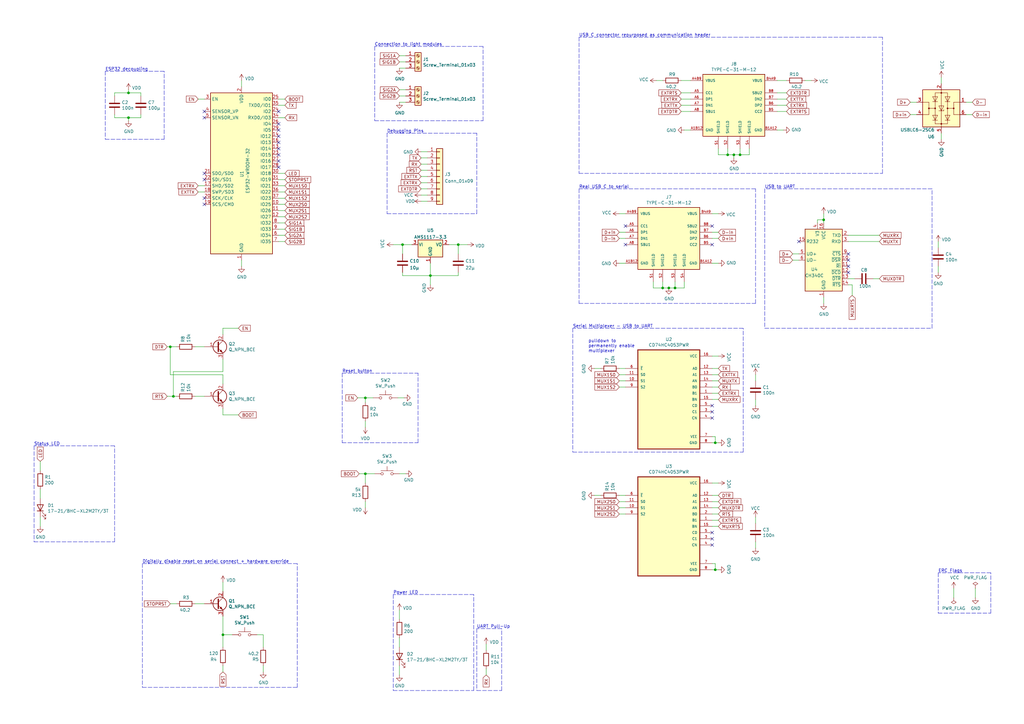
<source format=kicad_sch>
(kicad_sch (version 20211123) (generator eeschema)

  (uuid 9baf7b1e-44a0-4262-8221-97a2fa15d5e8)

  (paper "A3")

  (title_block
    (title "LightControl Console")
    (date "2021-08-10")
    (rev "v00")
    (comment 4 "Author: GHOSCHT")
  )

  (lib_symbols
    (symbol "CD74HC4053PWR:CD74HC4053PWR" (pin_names (offset 1.016)) (in_bom yes) (on_board yes)
      (property "Reference" "U" (id 0) (at -12.7 21.3106 0)
        (effects (font (size 1.27 1.27)) (justify left bottom))
      )
      (property "Value" "CD74HC4053PWR" (id 1) (at -12.7 -24.3078 0)
        (effects (font (size 1.27 1.27)) (justify left bottom))
      )
      (property "Footprint" "SOP65P640X120-16N" (id 2) (at -13.97 -20.32 90)
        (effects (font (size 1.27 1.27)) (justify left bottom) hide)
      )
      (property "Datasheet" "" (id 3) (at 0 0 0)
        (effects (font (size 1.27 1.27)) (justify left bottom) hide)
      )
      (property "ki_locked" "" (id 4) (at 0 0 0)
        (effects (font (size 1.27 1.27)))
      )
      (symbol "CD74HC4053PWR_0_0"
        (rectangle (start -12.7 -20.32) (end 12.7 20.32)
          (stroke (width 0.4064) (type default) (color 0 0 0 0))
          (fill (type background))
        )
        (pin bidirectional line (at 17.78 2.54 180) (length 5.08)
          (name "B1" (effects (font (size 1.016 1.016))))
          (number "1" (effects (font (size 1.016 1.016))))
        )
        (pin input line (at -17.78 7.62 0) (length 5.08)
          (name "S1" (effects (font (size 1.016 1.016))))
          (number "10" (effects (font (size 1.016 1.016))))
        )
        (pin input line (at -17.78 10.16 0) (length 5.08)
          (name "S0" (effects (font (size 1.016 1.016))))
          (number "11" (effects (font (size 1.016 1.016))))
        )
        (pin bidirectional line (at 17.78 12.7 180) (length 5.08)
          (name "A0" (effects (font (size 1.016 1.016))))
          (number "12" (effects (font (size 1.016 1.016))))
        )
        (pin bidirectional line (at 17.78 10.16 180) (length 5.08)
          (name "A1" (effects (font (size 1.016 1.016))))
          (number "13" (effects (font (size 1.016 1.016))))
        )
        (pin bidirectional line (at 17.78 7.62 180) (length 5.08)
          (name "AN" (effects (font (size 1.016 1.016))))
          (number "14" (effects (font (size 1.016 1.016))))
        )
        (pin bidirectional line (at 17.78 0 180) (length 5.08)
          (name "BN" (effects (font (size 1.016 1.016))))
          (number "15" (effects (font (size 1.016 1.016))))
        )
        (pin power_in line (at 17.78 17.78 180) (length 5.08)
          (name "VCC" (effects (font (size 1.016 1.016))))
          (number "16" (effects (font (size 1.016 1.016))))
        )
        (pin bidirectional line (at 17.78 5.08 180) (length 5.08)
          (name "B0" (effects (font (size 1.016 1.016))))
          (number "2" (effects (font (size 1.016 1.016))))
        )
        (pin bidirectional line (at 17.78 -5.08 180) (length 5.08)
          (name "C1" (effects (font (size 1.016 1.016))))
          (number "3" (effects (font (size 1.016 1.016))))
        )
        (pin bidirectional line (at 17.78 -7.62 180) (length 5.08)
          (name "CN" (effects (font (size 1.016 1.016))))
          (number "4" (effects (font (size 1.016 1.016))))
        )
        (pin bidirectional line (at 17.78 -2.54 180) (length 5.08)
          (name "C0" (effects (font (size 1.016 1.016))))
          (number "5" (effects (font (size 1.016 1.016))))
        )
        (pin input line (at -17.78 12.7 0) (length 5.08)
          (name "~{E}" (effects (font (size 1.016 1.016))))
          (number "6" (effects (font (size 1.016 1.016))))
        )
        (pin power_in line (at 17.78 -15.24 180) (length 5.08)
          (name "VEE" (effects (font (size 1.016 1.016))))
          (number "7" (effects (font (size 1.016 1.016))))
        )
        (pin power_in line (at 17.78 -17.78 180) (length 5.08)
          (name "GND" (effects (font (size 1.016 1.016))))
          (number "8" (effects (font (size 1.016 1.016))))
        )
        (pin input line (at -17.78 5.08 0) (length 5.08)
          (name "S2" (effects (font (size 1.016 1.016))))
          (number "9" (effects (font (size 1.016 1.016))))
        )
      )
    )
    (symbol "Connector:Screw_Terminal_01x03" (pin_names (offset 1.016) hide) (in_bom yes) (on_board yes)
      (property "Reference" "J" (id 0) (at 0 5.08 0)
        (effects (font (size 1.27 1.27)))
      )
      (property "Value" "Screw_Terminal_01x03" (id 1) (at 0 -5.08 0)
        (effects (font (size 1.27 1.27)))
      )
      (property "Footprint" "" (id 2) (at 0 0 0)
        (effects (font (size 1.27 1.27)) hide)
      )
      (property "Datasheet" "~" (id 3) (at 0 0 0)
        (effects (font (size 1.27 1.27)) hide)
      )
      (property "ki_keywords" "screw terminal" (id 4) (at 0 0 0)
        (effects (font (size 1.27 1.27)) hide)
      )
      (property "ki_description" "Generic screw terminal, single row, 01x03, script generated (kicad-library-utils/schlib/autogen/connector/)" (id 5) (at 0 0 0)
        (effects (font (size 1.27 1.27)) hide)
      )
      (property "ki_fp_filters" "TerminalBlock*:*" (id 6) (at 0 0 0)
        (effects (font (size 1.27 1.27)) hide)
      )
      (symbol "Screw_Terminal_01x03_1_1"
        (rectangle (start -1.27 3.81) (end 1.27 -3.81)
          (stroke (width 0.254) (type default) (color 0 0 0 0))
          (fill (type background))
        )
        (circle (center 0 -2.54) (radius 0.635)
          (stroke (width 0.1524) (type default) (color 0 0 0 0))
          (fill (type none))
        )
        (polyline
          (pts
            (xy -0.5334 -2.2098)
            (xy 0.3302 -3.048)
          )
          (stroke (width 0.1524) (type default) (color 0 0 0 0))
          (fill (type none))
        )
        (polyline
          (pts
            (xy -0.5334 0.3302)
            (xy 0.3302 -0.508)
          )
          (stroke (width 0.1524) (type default) (color 0 0 0 0))
          (fill (type none))
        )
        (polyline
          (pts
            (xy -0.5334 2.8702)
            (xy 0.3302 2.032)
          )
          (stroke (width 0.1524) (type default) (color 0 0 0 0))
          (fill (type none))
        )
        (polyline
          (pts
            (xy -0.3556 -2.032)
            (xy 0.508 -2.8702)
          )
          (stroke (width 0.1524) (type default) (color 0 0 0 0))
          (fill (type none))
        )
        (polyline
          (pts
            (xy -0.3556 0.508)
            (xy 0.508 -0.3302)
          )
          (stroke (width 0.1524) (type default) (color 0 0 0 0))
          (fill (type none))
        )
        (polyline
          (pts
            (xy -0.3556 3.048)
            (xy 0.508 2.2098)
          )
          (stroke (width 0.1524) (type default) (color 0 0 0 0))
          (fill (type none))
        )
        (circle (center 0 0) (radius 0.635)
          (stroke (width 0.1524) (type default) (color 0 0 0 0))
          (fill (type none))
        )
        (circle (center 0 2.54) (radius 0.635)
          (stroke (width 0.1524) (type default) (color 0 0 0 0))
          (fill (type none))
        )
        (pin passive line (at -5.08 2.54 0) (length 3.81)
          (name "Pin_1" (effects (font (size 1.27 1.27))))
          (number "1" (effects (font (size 1.27 1.27))))
        )
        (pin passive line (at -5.08 0 0) (length 3.81)
          (name "Pin_2" (effects (font (size 1.27 1.27))))
          (number "2" (effects (font (size 1.27 1.27))))
        )
        (pin passive line (at -5.08 -2.54 0) (length 3.81)
          (name "Pin_3" (effects (font (size 1.27 1.27))))
          (number "3" (effects (font (size 1.27 1.27))))
        )
      )
    )
    (symbol "Connector_Generic:Conn_01x09" (pin_names (offset 1.016) hide) (in_bom yes) (on_board yes)
      (property "Reference" "J" (id 0) (at 0 12.7 0)
        (effects (font (size 1.27 1.27)))
      )
      (property "Value" "Conn_01x09" (id 1) (at 0 -12.7 0)
        (effects (font (size 1.27 1.27)))
      )
      (property "Footprint" "" (id 2) (at 0 0 0)
        (effects (font (size 1.27 1.27)) hide)
      )
      (property "Datasheet" "~" (id 3) (at 0 0 0)
        (effects (font (size 1.27 1.27)) hide)
      )
      (property "ki_keywords" "connector" (id 4) (at 0 0 0)
        (effects (font (size 1.27 1.27)) hide)
      )
      (property "ki_description" "Generic connector, single row, 01x09, script generated (kicad-library-utils/schlib/autogen/connector/)" (id 5) (at 0 0 0)
        (effects (font (size 1.27 1.27)) hide)
      )
      (property "ki_fp_filters" "Connector*:*_1x??_*" (id 6) (at 0 0 0)
        (effects (font (size 1.27 1.27)) hide)
      )
      (symbol "Conn_01x09_1_1"
        (rectangle (start -1.27 -10.033) (end 0 -10.287)
          (stroke (width 0.1524) (type default) (color 0 0 0 0))
          (fill (type none))
        )
        (rectangle (start -1.27 -7.493) (end 0 -7.747)
          (stroke (width 0.1524) (type default) (color 0 0 0 0))
          (fill (type none))
        )
        (rectangle (start -1.27 -4.953) (end 0 -5.207)
          (stroke (width 0.1524) (type default) (color 0 0 0 0))
          (fill (type none))
        )
        (rectangle (start -1.27 -2.413) (end 0 -2.667)
          (stroke (width 0.1524) (type default) (color 0 0 0 0))
          (fill (type none))
        )
        (rectangle (start -1.27 0.127) (end 0 -0.127)
          (stroke (width 0.1524) (type default) (color 0 0 0 0))
          (fill (type none))
        )
        (rectangle (start -1.27 2.667) (end 0 2.413)
          (stroke (width 0.1524) (type default) (color 0 0 0 0))
          (fill (type none))
        )
        (rectangle (start -1.27 5.207) (end 0 4.953)
          (stroke (width 0.1524) (type default) (color 0 0 0 0))
          (fill (type none))
        )
        (rectangle (start -1.27 7.747) (end 0 7.493)
          (stroke (width 0.1524) (type default) (color 0 0 0 0))
          (fill (type none))
        )
        (rectangle (start -1.27 10.287) (end 0 10.033)
          (stroke (width 0.1524) (type default) (color 0 0 0 0))
          (fill (type none))
        )
        (rectangle (start -1.27 11.43) (end 1.27 -11.43)
          (stroke (width 0.254) (type default) (color 0 0 0 0))
          (fill (type background))
        )
        (pin passive line (at -5.08 10.16 0) (length 3.81)
          (name "Pin_1" (effects (font (size 1.27 1.27))))
          (number "1" (effects (font (size 1.27 1.27))))
        )
        (pin passive line (at -5.08 7.62 0) (length 3.81)
          (name "Pin_2" (effects (font (size 1.27 1.27))))
          (number "2" (effects (font (size 1.27 1.27))))
        )
        (pin passive line (at -5.08 5.08 0) (length 3.81)
          (name "Pin_3" (effects (font (size 1.27 1.27))))
          (number "3" (effects (font (size 1.27 1.27))))
        )
        (pin passive line (at -5.08 2.54 0) (length 3.81)
          (name "Pin_4" (effects (font (size 1.27 1.27))))
          (number "4" (effects (font (size 1.27 1.27))))
        )
        (pin passive line (at -5.08 0 0) (length 3.81)
          (name "Pin_5" (effects (font (size 1.27 1.27))))
          (number "5" (effects (font (size 1.27 1.27))))
        )
        (pin passive line (at -5.08 -2.54 0) (length 3.81)
          (name "Pin_6" (effects (font (size 1.27 1.27))))
          (number "6" (effects (font (size 1.27 1.27))))
        )
        (pin passive line (at -5.08 -5.08 0) (length 3.81)
          (name "Pin_7" (effects (font (size 1.27 1.27))))
          (number "7" (effects (font (size 1.27 1.27))))
        )
        (pin passive line (at -5.08 -7.62 0) (length 3.81)
          (name "Pin_8" (effects (font (size 1.27 1.27))))
          (number "8" (effects (font (size 1.27 1.27))))
        )
        (pin passive line (at -5.08 -10.16 0) (length 3.81)
          (name "Pin_9" (effects (font (size 1.27 1.27))))
          (number "9" (effects (font (size 1.27 1.27))))
        )
      )
    )
    (symbol "Device:C" (pin_numbers hide) (pin_names (offset 0.254)) (in_bom yes) (on_board yes)
      (property "Reference" "C" (id 0) (at 0.635 2.54 0)
        (effects (font (size 1.27 1.27)) (justify left))
      )
      (property "Value" "C" (id 1) (at 0.635 -2.54 0)
        (effects (font (size 1.27 1.27)) (justify left))
      )
      (property "Footprint" "" (id 2) (at 0.9652 -3.81 0)
        (effects (font (size 1.27 1.27)) hide)
      )
      (property "Datasheet" "~" (id 3) (at 0 0 0)
        (effects (font (size 1.27 1.27)) hide)
      )
      (property "ki_keywords" "cap capacitor" (id 4) (at 0 0 0)
        (effects (font (size 1.27 1.27)) hide)
      )
      (property "ki_description" "Unpolarized capacitor" (id 5) (at 0 0 0)
        (effects (font (size 1.27 1.27)) hide)
      )
      (property "ki_fp_filters" "C_*" (id 6) (at 0 0 0)
        (effects (font (size 1.27 1.27)) hide)
      )
      (symbol "C_0_1"
        (polyline
          (pts
            (xy -2.032 -0.762)
            (xy 2.032 -0.762)
          )
          (stroke (width 0.508) (type default) (color 0 0 0 0))
          (fill (type none))
        )
        (polyline
          (pts
            (xy -2.032 0.762)
            (xy 2.032 0.762)
          )
          (stroke (width 0.508) (type default) (color 0 0 0 0))
          (fill (type none))
        )
      )
      (symbol "C_1_1"
        (pin passive line (at 0 3.81 270) (length 2.794)
          (name "~" (effects (font (size 1.27 1.27))))
          (number "1" (effects (font (size 1.27 1.27))))
        )
        (pin passive line (at 0 -3.81 90) (length 2.794)
          (name "~" (effects (font (size 1.27 1.27))))
          (number "2" (effects (font (size 1.27 1.27))))
        )
      )
    )
    (symbol "Device:LED" (pin_numbers hide) (pin_names (offset 1.016) hide) (in_bom yes) (on_board yes)
      (property "Reference" "D" (id 0) (at 0 2.54 0)
        (effects (font (size 1.27 1.27)))
      )
      (property "Value" "LED" (id 1) (at 0 -2.54 0)
        (effects (font (size 1.27 1.27)))
      )
      (property "Footprint" "" (id 2) (at 0 0 0)
        (effects (font (size 1.27 1.27)) hide)
      )
      (property "Datasheet" "~" (id 3) (at 0 0 0)
        (effects (font (size 1.27 1.27)) hide)
      )
      (property "ki_keywords" "LED diode" (id 4) (at 0 0 0)
        (effects (font (size 1.27 1.27)) hide)
      )
      (property "ki_description" "Light emitting diode" (id 5) (at 0 0 0)
        (effects (font (size 1.27 1.27)) hide)
      )
      (property "ki_fp_filters" "LED* LED_SMD:* LED_THT:*" (id 6) (at 0 0 0)
        (effects (font (size 1.27 1.27)) hide)
      )
      (symbol "LED_0_1"
        (polyline
          (pts
            (xy -1.27 -1.27)
            (xy -1.27 1.27)
          )
          (stroke (width 0.254) (type default) (color 0 0 0 0))
          (fill (type none))
        )
        (polyline
          (pts
            (xy -1.27 0)
            (xy 1.27 0)
          )
          (stroke (width 0) (type default) (color 0 0 0 0))
          (fill (type none))
        )
        (polyline
          (pts
            (xy 1.27 -1.27)
            (xy 1.27 1.27)
            (xy -1.27 0)
            (xy 1.27 -1.27)
          )
          (stroke (width 0.254) (type default) (color 0 0 0 0))
          (fill (type none))
        )
        (polyline
          (pts
            (xy -3.048 -0.762)
            (xy -4.572 -2.286)
            (xy -3.81 -2.286)
            (xy -4.572 -2.286)
            (xy -4.572 -1.524)
          )
          (stroke (width 0) (type default) (color 0 0 0 0))
          (fill (type none))
        )
        (polyline
          (pts
            (xy -1.778 -0.762)
            (xy -3.302 -2.286)
            (xy -2.54 -2.286)
            (xy -3.302 -2.286)
            (xy -3.302 -1.524)
          )
          (stroke (width 0) (type default) (color 0 0 0 0))
          (fill (type none))
        )
      )
      (symbol "LED_1_1"
        (pin passive line (at -3.81 0 0) (length 2.54)
          (name "K" (effects (font (size 1.27 1.27))))
          (number "1" (effects (font (size 1.27 1.27))))
        )
        (pin passive line (at 3.81 0 180) (length 2.54)
          (name "A" (effects (font (size 1.27 1.27))))
          (number "2" (effects (font (size 1.27 1.27))))
        )
      )
    )
    (symbol "Device:Q_NPN_BCE" (pin_names (offset 0) hide) (in_bom yes) (on_board yes)
      (property "Reference" "Q" (id 0) (at 5.08 1.27 0)
        (effects (font (size 1.27 1.27)) (justify left))
      )
      (property "Value" "Q_NPN_BCE" (id 1) (at 5.08 -1.27 0)
        (effects (font (size 1.27 1.27)) (justify left))
      )
      (property "Footprint" "" (id 2) (at 5.08 2.54 0)
        (effects (font (size 1.27 1.27)) hide)
      )
      (property "Datasheet" "~" (id 3) (at 0 0 0)
        (effects (font (size 1.27 1.27)) hide)
      )
      (property "ki_keywords" "transistor NPN" (id 4) (at 0 0 0)
        (effects (font (size 1.27 1.27)) hide)
      )
      (property "ki_description" "NPN transistor, base/collector/emitter" (id 5) (at 0 0 0)
        (effects (font (size 1.27 1.27)) hide)
      )
      (symbol "Q_NPN_BCE_0_1"
        (polyline
          (pts
            (xy 0.635 0.635)
            (xy 2.54 2.54)
          )
          (stroke (width 0) (type default) (color 0 0 0 0))
          (fill (type none))
        )
        (polyline
          (pts
            (xy 0.635 -0.635)
            (xy 2.54 -2.54)
            (xy 2.54 -2.54)
          )
          (stroke (width 0) (type default) (color 0 0 0 0))
          (fill (type none))
        )
        (polyline
          (pts
            (xy 0.635 1.905)
            (xy 0.635 -1.905)
            (xy 0.635 -1.905)
          )
          (stroke (width 0.508) (type default) (color 0 0 0 0))
          (fill (type none))
        )
        (polyline
          (pts
            (xy 1.27 -1.778)
            (xy 1.778 -1.27)
            (xy 2.286 -2.286)
            (xy 1.27 -1.778)
            (xy 1.27 -1.778)
          )
          (stroke (width 0) (type default) (color 0 0 0 0))
          (fill (type outline))
        )
        (circle (center 1.27 0) (radius 2.8194)
          (stroke (width 0.254) (type default) (color 0 0 0 0))
          (fill (type none))
        )
      )
      (symbol "Q_NPN_BCE_1_1"
        (pin input line (at -5.08 0 0) (length 5.715)
          (name "B" (effects (font (size 1.27 1.27))))
          (number "1" (effects (font (size 1.27 1.27))))
        )
        (pin passive line (at 2.54 5.08 270) (length 2.54)
          (name "C" (effects (font (size 1.27 1.27))))
          (number "2" (effects (font (size 1.27 1.27))))
        )
        (pin passive line (at 2.54 -5.08 90) (length 2.54)
          (name "E" (effects (font (size 1.27 1.27))))
          (number "3" (effects (font (size 1.27 1.27))))
        )
      )
    )
    (symbol "Device:R" (pin_numbers hide) (pin_names (offset 0)) (in_bom yes) (on_board yes)
      (property "Reference" "R" (id 0) (at 2.032 0 90)
        (effects (font (size 1.27 1.27)))
      )
      (property "Value" "R" (id 1) (at 0 0 90)
        (effects (font (size 1.27 1.27)))
      )
      (property "Footprint" "" (id 2) (at -1.778 0 90)
        (effects (font (size 1.27 1.27)) hide)
      )
      (property "Datasheet" "~" (id 3) (at 0 0 0)
        (effects (font (size 1.27 1.27)) hide)
      )
      (property "ki_keywords" "R res resistor" (id 4) (at 0 0 0)
        (effects (font (size 1.27 1.27)) hide)
      )
      (property "ki_description" "Resistor" (id 5) (at 0 0 0)
        (effects (font (size 1.27 1.27)) hide)
      )
      (property "ki_fp_filters" "R_*" (id 6) (at 0 0 0)
        (effects (font (size 1.27 1.27)) hide)
      )
      (symbol "R_0_1"
        (rectangle (start -1.016 -2.54) (end 1.016 2.54)
          (stroke (width 0.254) (type default) (color 0 0 0 0))
          (fill (type none))
        )
      )
      (symbol "R_1_1"
        (pin passive line (at 0 3.81 270) (length 1.27)
          (name "~" (effects (font (size 1.27 1.27))))
          (number "1" (effects (font (size 1.27 1.27))))
        )
        (pin passive line (at 0 -3.81 90) (length 1.27)
          (name "~" (effects (font (size 1.27 1.27))))
          (number "2" (effects (font (size 1.27 1.27))))
        )
      )
    )
    (symbol "Interface_USB:CH340C" (in_bom yes) (on_board yes)
      (property "Reference" "U" (id 0) (at -5.08 13.97 0)
        (effects (font (size 1.27 1.27)) (justify right))
      )
      (property "Value" "CH340C" (id 1) (at 1.27 13.97 0)
        (effects (font (size 1.27 1.27)) (justify left))
      )
      (property "Footprint" "Package_SO:SOIC-16_3.9x9.9mm_P1.27mm" (id 2) (at 1.27 -13.97 0)
        (effects (font (size 1.27 1.27)) (justify left) hide)
      )
      (property "Datasheet" "https://datasheet.lcsc.com/szlcsc/Jiangsu-Qin-Heng-CH340C_C84681.pdf" (id 3) (at -8.89 20.32 0)
        (effects (font (size 1.27 1.27)) hide)
      )
      (property "ki_keywords" "USB UART Serial Converter Interface" (id 4) (at 0 0 0)
        (effects (font (size 1.27 1.27)) hide)
      )
      (property "ki_description" "USB serial converter, UART, SOIC-16" (id 5) (at 0 0 0)
        (effects (font (size 1.27 1.27)) hide)
      )
      (property "ki_fp_filters" "SOIC*3.9x9.9mm*P1.27mm*" (id 6) (at 0 0 0)
        (effects (font (size 1.27 1.27)) hide)
      )
      (symbol "CH340C_0_1"
        (rectangle (start -7.62 12.7) (end 7.62 -12.7)
          (stroke (width 0.254) (type default) (color 0 0 0 0))
          (fill (type background))
        )
      )
      (symbol "CH340C_1_1"
        (pin power_in line (at 0 -15.24 90) (length 2.54)
          (name "GND" (effects (font (size 1.27 1.27))))
          (number "1" (effects (font (size 1.27 1.27))))
        )
        (pin input line (at 10.16 0 180) (length 2.54)
          (name "~{DSR}" (effects (font (size 1.27 1.27))))
          (number "10" (effects (font (size 1.27 1.27))))
        )
        (pin input line (at 10.16 -2.54 180) (length 2.54)
          (name "~{RI}" (effects (font (size 1.27 1.27))))
          (number "11" (effects (font (size 1.27 1.27))))
        )
        (pin input line (at 10.16 -5.08 180) (length 2.54)
          (name "~{DCD}" (effects (font (size 1.27 1.27))))
          (number "12" (effects (font (size 1.27 1.27))))
        )
        (pin output line (at 10.16 -7.62 180) (length 2.54)
          (name "~{DTR}" (effects (font (size 1.27 1.27))))
          (number "13" (effects (font (size 1.27 1.27))))
        )
        (pin output line (at 10.16 -10.16 180) (length 2.54)
          (name "~{RTS}" (effects (font (size 1.27 1.27))))
          (number "14" (effects (font (size 1.27 1.27))))
        )
        (pin input line (at -10.16 7.62 0) (length 2.54)
          (name "R232" (effects (font (size 1.27 1.27))))
          (number "15" (effects (font (size 1.27 1.27))))
        )
        (pin power_in line (at 0 15.24 270) (length 2.54)
          (name "VCC" (effects (font (size 1.27 1.27))))
          (number "16" (effects (font (size 1.27 1.27))))
        )
        (pin output line (at 10.16 10.16 180) (length 2.54)
          (name "TXD" (effects (font (size 1.27 1.27))))
          (number "2" (effects (font (size 1.27 1.27))))
        )
        (pin input line (at 10.16 7.62 180) (length 2.54)
          (name "RXD" (effects (font (size 1.27 1.27))))
          (number "3" (effects (font (size 1.27 1.27))))
        )
        (pin passive line (at -2.54 15.24 270) (length 2.54)
          (name "V3" (effects (font (size 1.27 1.27))))
          (number "4" (effects (font (size 1.27 1.27))))
        )
        (pin bidirectional line (at -10.16 2.54 0) (length 2.54)
          (name "UD+" (effects (font (size 1.27 1.27))))
          (number "5" (effects (font (size 1.27 1.27))))
        )
        (pin bidirectional line (at -10.16 0 0) (length 2.54)
          (name "UD-" (effects (font (size 1.27 1.27))))
          (number "6" (effects (font (size 1.27 1.27))))
        )
        (pin no_connect line (at -7.62 -7.62 0) (length 2.54) hide
          (name "NC" (effects (font (size 1.27 1.27))))
          (number "7" (effects (font (size 1.27 1.27))))
        )
        (pin no_connect line (at -7.62 -10.16 0) (length 2.54) hide
          (name "NC" (effects (font (size 1.27 1.27))))
          (number "8" (effects (font (size 1.27 1.27))))
        )
        (pin input line (at 10.16 2.54 180) (length 2.54)
          (name "~{CTS}" (effects (font (size 1.27 1.27))))
          (number "9" (effects (font (size 1.27 1.27))))
        )
      )
    )
    (symbol "Power_Protection:USBLC6-2SC6" (pin_names hide) (in_bom yes) (on_board yes)
      (property "Reference" "U" (id 0) (at 2.54 8.89 0)
        (effects (font (size 1.27 1.27)) (justify left))
      )
      (property "Value" "USBLC6-2SC6" (id 1) (at 2.54 -8.89 0)
        (effects (font (size 1.27 1.27)) (justify left))
      )
      (property "Footprint" "Package_TO_SOT_SMD:SOT-23-6" (id 2) (at 0 -12.7 0)
        (effects (font (size 1.27 1.27)) hide)
      )
      (property "Datasheet" "https://www.st.com/resource/en/datasheet/usblc6-2.pdf" (id 3) (at 5.08 8.89 0)
        (effects (font (size 1.27 1.27)) hide)
      )
      (property "ki_keywords" "usb ethernet video" (id 4) (at 0 0 0)
        (effects (font (size 1.27 1.27)) hide)
      )
      (property "ki_description" "Very low capacitance ESD protection diode, 2 data-line, SOT-23-6" (id 5) (at 0 0 0)
        (effects (font (size 1.27 1.27)) hide)
      )
      (property "ki_fp_filters" "SOT?23*" (id 6) (at 0 0 0)
        (effects (font (size 1.27 1.27)) hide)
      )
      (symbol "USBLC6-2SC6_0_1"
        (rectangle (start -7.62 -7.62) (end 7.62 7.62)
          (stroke (width 0.254) (type default) (color 0 0 0 0))
          (fill (type background))
        )
        (circle (center -5.08 0) (radius 0.254)
          (stroke (width 0) (type default) (color 0 0 0 0))
          (fill (type outline))
        )
        (circle (center -2.54 0) (radius 0.254)
          (stroke (width 0) (type default) (color 0 0 0 0))
          (fill (type outline))
        )
        (rectangle (start -2.54 6.35) (end 2.54 -6.35)
          (stroke (width 0) (type default) (color 0 0 0 0))
          (fill (type none))
        )
        (circle (center 0 -6.35) (radius 0.254)
          (stroke (width 0) (type default) (color 0 0 0 0))
          (fill (type outline))
        )
        (polyline
          (pts
            (xy -5.08 -2.54)
            (xy -7.62 -2.54)
          )
          (stroke (width 0) (type default) (color 0 0 0 0))
          (fill (type none))
        )
        (polyline
          (pts
            (xy -5.08 0)
            (xy -5.08 -2.54)
          )
          (stroke (width 0) (type default) (color 0 0 0 0))
          (fill (type none))
        )
        (polyline
          (pts
            (xy -5.08 2.54)
            (xy -7.62 2.54)
          )
          (stroke (width 0) (type default) (color 0 0 0 0))
          (fill (type none))
        )
        (polyline
          (pts
            (xy -1.524 -2.794)
            (xy -3.556 -2.794)
          )
          (stroke (width 0) (type default) (color 0 0 0 0))
          (fill (type none))
        )
        (polyline
          (pts
            (xy -1.524 4.826)
            (xy -3.556 4.826)
          )
          (stroke (width 0) (type default) (color 0 0 0 0))
          (fill (type none))
        )
        (polyline
          (pts
            (xy 0 -7.62)
            (xy 0 -6.35)
          )
          (stroke (width 0) (type default) (color 0 0 0 0))
          (fill (type none))
        )
        (polyline
          (pts
            (xy 0 -6.35)
            (xy 0 1.27)
          )
          (stroke (width 0) (type default) (color 0 0 0 0))
          (fill (type none))
        )
        (polyline
          (pts
            (xy 0 1.27)
            (xy 0 6.35)
          )
          (stroke (width 0) (type default) (color 0 0 0 0))
          (fill (type none))
        )
        (polyline
          (pts
            (xy 0 6.35)
            (xy 0 7.62)
          )
          (stroke (width 0) (type default) (color 0 0 0 0))
          (fill (type none))
        )
        (polyline
          (pts
            (xy 1.524 -2.794)
            (xy 3.556 -2.794)
          )
          (stroke (width 0) (type default) (color 0 0 0 0))
          (fill (type none))
        )
        (polyline
          (pts
            (xy 1.524 4.826)
            (xy 3.556 4.826)
          )
          (stroke (width 0) (type default) (color 0 0 0 0))
          (fill (type none))
        )
        (polyline
          (pts
            (xy 5.08 -2.54)
            (xy 7.62 -2.54)
          )
          (stroke (width 0) (type default) (color 0 0 0 0))
          (fill (type none))
        )
        (polyline
          (pts
            (xy 5.08 0)
            (xy 5.08 -2.54)
          )
          (stroke (width 0) (type default) (color 0 0 0 0))
          (fill (type none))
        )
        (polyline
          (pts
            (xy 5.08 2.54)
            (xy 7.62 2.54)
          )
          (stroke (width 0) (type default) (color 0 0 0 0))
          (fill (type none))
        )
        (polyline
          (pts
            (xy -2.54 0)
            (xy -5.08 0)
            (xy -5.08 2.54)
          )
          (stroke (width 0) (type default) (color 0 0 0 0))
          (fill (type none))
        )
        (polyline
          (pts
            (xy 2.54 0)
            (xy 5.08 0)
            (xy 5.08 2.54)
          )
          (stroke (width 0) (type default) (color 0 0 0 0))
          (fill (type none))
        )
        (polyline
          (pts
            (xy -3.556 -4.826)
            (xy -1.524 -4.826)
            (xy -2.54 -2.794)
            (xy -3.556 -4.826)
          )
          (stroke (width 0) (type default) (color 0 0 0 0))
          (fill (type none))
        )
        (polyline
          (pts
            (xy -3.556 2.794)
            (xy -1.524 2.794)
            (xy -2.54 4.826)
            (xy -3.556 2.794)
          )
          (stroke (width 0) (type default) (color 0 0 0 0))
          (fill (type none))
        )
        (polyline
          (pts
            (xy -1.016 -1.016)
            (xy 1.016 -1.016)
            (xy 0 1.016)
            (xy -1.016 -1.016)
          )
          (stroke (width 0) (type default) (color 0 0 0 0))
          (fill (type none))
        )
        (polyline
          (pts
            (xy 1.016 1.016)
            (xy 0.762 1.016)
            (xy -1.016 1.016)
            (xy -1.016 0.508)
          )
          (stroke (width 0) (type default) (color 0 0 0 0))
          (fill (type none))
        )
        (polyline
          (pts
            (xy 3.556 -4.826)
            (xy 1.524 -4.826)
            (xy 2.54 -2.794)
            (xy 3.556 -4.826)
          )
          (stroke (width 0) (type default) (color 0 0 0 0))
          (fill (type none))
        )
        (polyline
          (pts
            (xy 3.556 2.794)
            (xy 1.524 2.794)
            (xy 2.54 4.826)
            (xy 3.556 2.794)
          )
          (stroke (width 0) (type default) (color 0 0 0 0))
          (fill (type none))
        )
        (circle (center 0 6.35) (radius 0.254)
          (stroke (width 0) (type default) (color 0 0 0 0))
          (fill (type outline))
        )
        (circle (center 2.54 0) (radius 0.254)
          (stroke (width 0) (type default) (color 0 0 0 0))
          (fill (type outline))
        )
        (circle (center 5.08 0) (radius 0.254)
          (stroke (width 0) (type default) (color 0 0 0 0))
          (fill (type outline))
        )
      )
      (symbol "USBLC6-2SC6_1_1"
        (pin passive line (at -10.16 -2.54 0) (length 2.54)
          (name "I/O1" (effects (font (size 1.27 1.27))))
          (number "1" (effects (font (size 1.27 1.27))))
        )
        (pin passive line (at 0 -10.16 90) (length 2.54)
          (name "GND" (effects (font (size 1.27 1.27))))
          (number "2" (effects (font (size 1.27 1.27))))
        )
        (pin passive line (at 10.16 -2.54 180) (length 2.54)
          (name "I/O2" (effects (font (size 1.27 1.27))))
          (number "3" (effects (font (size 1.27 1.27))))
        )
        (pin passive line (at 10.16 2.54 180) (length 2.54)
          (name "I/O2" (effects (font (size 1.27 1.27))))
          (number "4" (effects (font (size 1.27 1.27))))
        )
        (pin passive line (at 0 10.16 270) (length 2.54)
          (name "VBUS" (effects (font (size 1.27 1.27))))
          (number "5" (effects (font (size 1.27 1.27))))
        )
        (pin passive line (at -10.16 2.54 0) (length 2.54)
          (name "I/O1" (effects (font (size 1.27 1.27))))
          (number "6" (effects (font (size 1.27 1.27))))
        )
      )
    )
    (symbol "RF_Module:ESP32-WROOM-32" (in_bom yes) (on_board yes)
      (property "Reference" "U" (id 0) (at -12.7 34.29 0)
        (effects (font (size 1.27 1.27)) (justify left))
      )
      (property "Value" "ESP32-WROOM-32" (id 1) (at 1.27 34.29 0)
        (effects (font (size 1.27 1.27)) (justify left))
      )
      (property "Footprint" "RF_Module:ESP32-WROOM-32" (id 2) (at 0 -38.1 0)
        (effects (font (size 1.27 1.27)) hide)
      )
      (property "Datasheet" "https://www.espressif.com/sites/default/files/documentation/esp32-wroom-32_datasheet_en.pdf" (id 3) (at -7.62 1.27 0)
        (effects (font (size 1.27 1.27)) hide)
      )
      (property "ki_keywords" "RF Radio BT ESP ESP32 Espressif onboard PCB antenna" (id 4) (at 0 0 0)
        (effects (font (size 1.27 1.27)) hide)
      )
      (property "ki_description" "RF Module, ESP32-D0WDQ6 SoC, Wi-Fi 802.11b/g/n, Bluetooth, BLE, 32-bit, 2.7-3.6V, onboard antenna, SMD" (id 5) (at 0 0 0)
        (effects (font (size 1.27 1.27)) hide)
      )
      (property "ki_fp_filters" "ESP32?WROOM?32*" (id 6) (at 0 0 0)
        (effects (font (size 1.27 1.27)) hide)
      )
      (symbol "ESP32-WROOM-32_0_1"
        (rectangle (start -12.7 33.02) (end 12.7 -33.02)
          (stroke (width 0.254) (type default) (color 0 0 0 0))
          (fill (type background))
        )
      )
      (symbol "ESP32-WROOM-32_1_1"
        (pin power_in line (at 0 -35.56 90) (length 2.54)
          (name "GND" (effects (font (size 1.27 1.27))))
          (number "1" (effects (font (size 1.27 1.27))))
        )
        (pin bidirectional line (at 15.24 -12.7 180) (length 2.54)
          (name "IO25" (effects (font (size 1.27 1.27))))
          (number "10" (effects (font (size 1.27 1.27))))
        )
        (pin bidirectional line (at 15.24 -15.24 180) (length 2.54)
          (name "IO26" (effects (font (size 1.27 1.27))))
          (number "11" (effects (font (size 1.27 1.27))))
        )
        (pin bidirectional line (at 15.24 -17.78 180) (length 2.54)
          (name "IO27" (effects (font (size 1.27 1.27))))
          (number "12" (effects (font (size 1.27 1.27))))
        )
        (pin bidirectional line (at 15.24 10.16 180) (length 2.54)
          (name "IO14" (effects (font (size 1.27 1.27))))
          (number "13" (effects (font (size 1.27 1.27))))
        )
        (pin bidirectional line (at 15.24 15.24 180) (length 2.54)
          (name "IO12" (effects (font (size 1.27 1.27))))
          (number "14" (effects (font (size 1.27 1.27))))
        )
        (pin passive line (at 0 -35.56 90) (length 2.54) hide
          (name "GND" (effects (font (size 1.27 1.27))))
          (number "15" (effects (font (size 1.27 1.27))))
        )
        (pin bidirectional line (at 15.24 12.7 180) (length 2.54)
          (name "IO13" (effects (font (size 1.27 1.27))))
          (number "16" (effects (font (size 1.27 1.27))))
        )
        (pin bidirectional line (at -15.24 -5.08 0) (length 2.54)
          (name "SHD/SD2" (effects (font (size 1.27 1.27))))
          (number "17" (effects (font (size 1.27 1.27))))
        )
        (pin bidirectional line (at -15.24 -7.62 0) (length 2.54)
          (name "SWP/SD3" (effects (font (size 1.27 1.27))))
          (number "18" (effects (font (size 1.27 1.27))))
        )
        (pin bidirectional line (at -15.24 -12.7 0) (length 2.54)
          (name "SCS/CMD" (effects (font (size 1.27 1.27))))
          (number "19" (effects (font (size 1.27 1.27))))
        )
        (pin power_in line (at 0 35.56 270) (length 2.54)
          (name "VDD" (effects (font (size 1.27 1.27))))
          (number "2" (effects (font (size 1.27 1.27))))
        )
        (pin bidirectional line (at -15.24 -10.16 0) (length 2.54)
          (name "SCK/CLK" (effects (font (size 1.27 1.27))))
          (number "20" (effects (font (size 1.27 1.27))))
        )
        (pin bidirectional line (at -15.24 0 0) (length 2.54)
          (name "SDO/SD0" (effects (font (size 1.27 1.27))))
          (number "21" (effects (font (size 1.27 1.27))))
        )
        (pin bidirectional line (at -15.24 -2.54 0) (length 2.54)
          (name "SDI/SD1" (effects (font (size 1.27 1.27))))
          (number "22" (effects (font (size 1.27 1.27))))
        )
        (pin bidirectional line (at 15.24 7.62 180) (length 2.54)
          (name "IO15" (effects (font (size 1.27 1.27))))
          (number "23" (effects (font (size 1.27 1.27))))
        )
        (pin bidirectional line (at 15.24 25.4 180) (length 2.54)
          (name "IO2" (effects (font (size 1.27 1.27))))
          (number "24" (effects (font (size 1.27 1.27))))
        )
        (pin bidirectional line (at 15.24 30.48 180) (length 2.54)
          (name "IO0" (effects (font (size 1.27 1.27))))
          (number "25" (effects (font (size 1.27 1.27))))
        )
        (pin bidirectional line (at 15.24 20.32 180) (length 2.54)
          (name "IO4" (effects (font (size 1.27 1.27))))
          (number "26" (effects (font (size 1.27 1.27))))
        )
        (pin bidirectional line (at 15.24 5.08 180) (length 2.54)
          (name "IO16" (effects (font (size 1.27 1.27))))
          (number "27" (effects (font (size 1.27 1.27))))
        )
        (pin bidirectional line (at 15.24 2.54 180) (length 2.54)
          (name "IO17" (effects (font (size 1.27 1.27))))
          (number "28" (effects (font (size 1.27 1.27))))
        )
        (pin bidirectional line (at 15.24 17.78 180) (length 2.54)
          (name "IO5" (effects (font (size 1.27 1.27))))
          (number "29" (effects (font (size 1.27 1.27))))
        )
        (pin input line (at -15.24 30.48 0) (length 2.54)
          (name "EN" (effects (font (size 1.27 1.27))))
          (number "3" (effects (font (size 1.27 1.27))))
        )
        (pin bidirectional line (at 15.24 0 180) (length 2.54)
          (name "IO18" (effects (font (size 1.27 1.27))))
          (number "30" (effects (font (size 1.27 1.27))))
        )
        (pin bidirectional line (at 15.24 -2.54 180) (length 2.54)
          (name "IO19" (effects (font (size 1.27 1.27))))
          (number "31" (effects (font (size 1.27 1.27))))
        )
        (pin no_connect line (at -12.7 -27.94 0) (length 2.54) hide
          (name "NC" (effects (font (size 1.27 1.27))))
          (number "32" (effects (font (size 1.27 1.27))))
        )
        (pin bidirectional line (at 15.24 -5.08 180) (length 2.54)
          (name "IO21" (effects (font (size 1.27 1.27))))
          (number "33" (effects (font (size 1.27 1.27))))
        )
        (pin bidirectional line (at 15.24 22.86 180) (length 2.54)
          (name "RXD0/IO3" (effects (font (size 1.27 1.27))))
          (number "34" (effects (font (size 1.27 1.27))))
        )
        (pin bidirectional line (at 15.24 27.94 180) (length 2.54)
          (name "TXD0/IO1" (effects (font (size 1.27 1.27))))
          (number "35" (effects (font (size 1.27 1.27))))
        )
        (pin bidirectional line (at 15.24 -7.62 180) (length 2.54)
          (name "IO22" (effects (font (size 1.27 1.27))))
          (number "36" (effects (font (size 1.27 1.27))))
        )
        (pin bidirectional line (at 15.24 -10.16 180) (length 2.54)
          (name "IO23" (effects (font (size 1.27 1.27))))
          (number "37" (effects (font (size 1.27 1.27))))
        )
        (pin passive line (at 0 -35.56 90) (length 2.54) hide
          (name "GND" (effects (font (size 1.27 1.27))))
          (number "38" (effects (font (size 1.27 1.27))))
        )
        (pin passive line (at 0 -35.56 90) (length 2.54) hide
          (name "GND" (effects (font (size 1.27 1.27))))
          (number "39" (effects (font (size 1.27 1.27))))
        )
        (pin input line (at -15.24 25.4 0) (length 2.54)
          (name "SENSOR_VP" (effects (font (size 1.27 1.27))))
          (number "4" (effects (font (size 1.27 1.27))))
        )
        (pin input line (at -15.24 22.86 0) (length 2.54)
          (name "SENSOR_VN" (effects (font (size 1.27 1.27))))
          (number "5" (effects (font (size 1.27 1.27))))
        )
        (pin input line (at 15.24 -25.4 180) (length 2.54)
          (name "IO34" (effects (font (size 1.27 1.27))))
          (number "6" (effects (font (size 1.27 1.27))))
        )
        (pin input line (at 15.24 -27.94 180) (length 2.54)
          (name "IO35" (effects (font (size 1.27 1.27))))
          (number "7" (effects (font (size 1.27 1.27))))
        )
        (pin bidirectional line (at 15.24 -20.32 180) (length 2.54)
          (name "IO32" (effects (font (size 1.27 1.27))))
          (number "8" (effects (font (size 1.27 1.27))))
        )
        (pin bidirectional line (at 15.24 -22.86 180) (length 2.54)
          (name "IO33" (effects (font (size 1.27 1.27))))
          (number "9" (effects (font (size 1.27 1.27))))
        )
      )
    )
    (symbol "Regulator_Linear:AMS1117-3.3" (pin_names (offset 0.254)) (in_bom yes) (on_board yes)
      (property "Reference" "U" (id 0) (at -3.81 3.175 0)
        (effects (font (size 1.27 1.27)))
      )
      (property "Value" "AMS1117-3.3" (id 1) (at 0 3.175 0)
        (effects (font (size 1.27 1.27)) (justify left))
      )
      (property "Footprint" "Package_TO_SOT_SMD:SOT-223-3_TabPin2" (id 2) (at 0 5.08 0)
        (effects (font (size 1.27 1.27)) hide)
      )
      (property "Datasheet" "http://www.advanced-monolithic.com/pdf/ds1117.pdf" (id 3) (at 2.54 -6.35 0)
        (effects (font (size 1.27 1.27)) hide)
      )
      (property "ki_keywords" "linear regulator ldo fixed positive" (id 4) (at 0 0 0)
        (effects (font (size 1.27 1.27)) hide)
      )
      (property "ki_description" "1A Low Dropout regulator, positive, 3.3V fixed output, SOT-223" (id 5) (at 0 0 0)
        (effects (font (size 1.27 1.27)) hide)
      )
      (property "ki_fp_filters" "SOT?223*TabPin2*" (id 6) (at 0 0 0)
        (effects (font (size 1.27 1.27)) hide)
      )
      (symbol "AMS1117-3.3_0_1"
        (rectangle (start -5.08 -5.08) (end 5.08 1.905)
          (stroke (width 0.254) (type default) (color 0 0 0 0))
          (fill (type background))
        )
      )
      (symbol "AMS1117-3.3_1_1"
        (pin power_in line (at 0 -7.62 90) (length 2.54)
          (name "GND" (effects (font (size 1.27 1.27))))
          (number "1" (effects (font (size 1.27 1.27))))
        )
        (pin power_out line (at 7.62 0 180) (length 2.54)
          (name "VO" (effects (font (size 1.27 1.27))))
          (number "2" (effects (font (size 1.27 1.27))))
        )
        (pin power_in line (at -7.62 0 0) (length 2.54)
          (name "VI" (effects (font (size 1.27 1.27))))
          (number "3" (effects (font (size 1.27 1.27))))
        )
      )
    )
    (symbol "Switch:SW_Push" (pin_numbers hide) (pin_names (offset 1.016) hide) (in_bom yes) (on_board yes)
      (property "Reference" "SW" (id 0) (at 1.27 2.54 0)
        (effects (font (size 1.27 1.27)) (justify left))
      )
      (property "Value" "SW_Push" (id 1) (at 0 -1.524 0)
        (effects (font (size 1.27 1.27)))
      )
      (property "Footprint" "" (id 2) (at 0 5.08 0)
        (effects (font (size 1.27 1.27)) hide)
      )
      (property "Datasheet" "~" (id 3) (at 0 5.08 0)
        (effects (font (size 1.27 1.27)) hide)
      )
      (property "ki_keywords" "switch normally-open pushbutton push-button" (id 4) (at 0 0 0)
        (effects (font (size 1.27 1.27)) hide)
      )
      (property "ki_description" "Push button switch, generic, two pins" (id 5) (at 0 0 0)
        (effects (font (size 1.27 1.27)) hide)
      )
      (symbol "SW_Push_0_1"
        (circle (center -2.032 0) (radius 0.508)
          (stroke (width 0) (type default) (color 0 0 0 0))
          (fill (type none))
        )
        (polyline
          (pts
            (xy 0 1.27)
            (xy 0 3.048)
          )
          (stroke (width 0) (type default) (color 0 0 0 0))
          (fill (type none))
        )
        (polyline
          (pts
            (xy 2.54 1.27)
            (xy -2.54 1.27)
          )
          (stroke (width 0) (type default) (color 0 0 0 0))
          (fill (type none))
        )
        (circle (center 2.032 0) (radius 0.508)
          (stroke (width 0) (type default) (color 0 0 0 0))
          (fill (type none))
        )
        (pin passive line (at -5.08 0 0) (length 2.54)
          (name "1" (effects (font (size 1.27 1.27))))
          (number "1" (effects (font (size 1.27 1.27))))
        )
        (pin passive line (at 5.08 0 180) (length 2.54)
          (name "2" (effects (font (size 1.27 1.27))))
          (number "2" (effects (font (size 1.27 1.27))))
        )
      )
    )
    (symbol "TYPE-C-31-M-12:TYPE-C-31-M-12" (pin_names (offset 1.016)) (in_bom yes) (on_board yes)
      (property "Reference" "J" (id 0) (at -1.27 15.24 0)
        (effects (font (size 1.27 1.27)) (justify left bottom))
      )
      (property "Value" "TYPE-C-31-M-12" (id 1) (at -10.16 13.208 0)
        (effects (font (size 1.27 1.27)) (justify left bottom))
      )
      (property "Footprint" "HRO_TYPE-C-31-M-12" (id 2) (at 0 0 0)
        (effects (font (size 1.27 1.27)) (justify left bottom) hide)
      )
      (property "Datasheet" "" (id 3) (at 0 0 0)
        (effects (font (size 1.27 1.27)) (justify left bottom) hide)
      )
      (property "MAXIMUM_PACKAGE_HEIGHT" "3.31mm" (id 4) (at 0 0 0)
        (effects (font (size 1.27 1.27)) (justify left bottom) hide)
      )
      (property "STANDARD" "Manufacturer Recommendations" (id 5) (at 0 0 0)
        (effects (font (size 1.27 1.27)) (justify left bottom) hide)
      )
      (property "PARTREV" "A" (id 6) (at 0 0 0)
        (effects (font (size 1.27 1.27)) (justify left bottom) hide)
      )
      (property "MANUFACTURER" "HRO Electronics" (id 7) (at 0 0 0)
        (effects (font (size 1.27 1.27)) (justify left bottom) hide)
      )
      (property "ki_locked" "" (id 8) (at 0 0 0)
        (effects (font (size 1.27 1.27)))
      )
      (symbol "TYPE-C-31-M-12_0_0"
        (rectangle (start -12.7 -12.7) (end 12.7 12.7)
          (stroke (width 0.254) (type default) (color 0 0 0 0))
          (fill (type background))
        )
        (pin power_in line (at -17.78 -10.16 0) (length 5.08)
          (name "GND" (effects (font (size 1.016 1.016))))
          (number "A1B12" (effects (font (size 1.016 1.016))))
        )
        (pin power_in line (at -17.78 10.16 0) (length 5.08)
          (name "VBUS" (effects (font (size 1.016 1.016))))
          (number "A4B9" (effects (font (size 1.016 1.016))))
        )
        (pin bidirectional line (at -17.78 5.08 0) (length 5.08)
          (name "CC1" (effects (font (size 1.016 1.016))))
          (number "A5" (effects (font (size 1.016 1.016))))
        )
        (pin bidirectional line (at -17.78 2.54 0) (length 5.08)
          (name "DP1" (effects (font (size 1.016 1.016))))
          (number "A6" (effects (font (size 1.016 1.016))))
        )
        (pin bidirectional line (at -17.78 0 0) (length 5.08)
          (name "DN1" (effects (font (size 1.016 1.016))))
          (number "A7" (effects (font (size 1.016 1.016))))
        )
        (pin bidirectional line (at -17.78 -2.54 0) (length 5.08)
          (name "SBU1" (effects (font (size 1.016 1.016))))
          (number "A8" (effects (font (size 1.016 1.016))))
        )
        (pin power_in line (at 17.78 -10.16 180) (length 5.08)
          (name "GND" (effects (font (size 1.016 1.016))))
          (number "B1A12" (effects (font (size 1.016 1.016))))
        )
        (pin power_in line (at 17.78 10.16 180) (length 5.08)
          (name "VBUS" (effects (font (size 1.016 1.016))))
          (number "B4A9" (effects (font (size 1.016 1.016))))
        )
        (pin bidirectional line (at 17.78 -2.54 180) (length 5.08)
          (name "CC2" (effects (font (size 1.016 1.016))))
          (number "B5" (effects (font (size 1.016 1.016))))
        )
        (pin bidirectional line (at 17.78 0 180) (length 5.08)
          (name "DP2" (effects (font (size 1.016 1.016))))
          (number "B6" (effects (font (size 1.016 1.016))))
        )
        (pin bidirectional line (at 17.78 2.54 180) (length 5.08)
          (name "DN2" (effects (font (size 1.016 1.016))))
          (number "B7" (effects (font (size 1.016 1.016))))
        )
        (pin bidirectional line (at 17.78 5.08 180) (length 5.08)
          (name "SBU2" (effects (font (size 1.016 1.016))))
          (number "B8" (effects (font (size 1.016 1.016))))
        )
        (pin passive line (at -6.35 -17.78 90) (length 5.08)
          (name "SHIELD" (effects (font (size 1.016 1.016))))
          (number "S1" (effects (font (size 1.016 1.016))))
        )
        (pin passive line (at -2.54 -17.78 90) (length 5.08)
          (name "SHIELD" (effects (font (size 1.016 1.016))))
          (number "S2" (effects (font (size 1.016 1.016))))
        )
        (pin passive line (at 2.54 -17.78 90) (length 5.08)
          (name "SHIELD" (effects (font (size 1.016 1.016))))
          (number "S3" (effects (font (size 1.016 1.016))))
        )
        (pin passive line (at 6.35 -17.78 90) (length 5.08)
          (name "SHIELD" (effects (font (size 1.016 1.016))))
          (number "S4" (effects (font (size 1.016 1.016))))
        )
      )
    )
    (symbol "TYPE-C-31-M-12_1" (pin_names (offset 1.016)) (in_bom yes) (on_board yes)
      (property "Reference" "J8" (id 0) (at 0 16.9418 0)
        (effects (font (size 1.27 1.27)))
      )
      (property "Value" "TYPE-C-31-M-12_1" (id 1) (at 0 14.6304 0)
        (effects (font (size 1.27 1.27)))
      )
      (property "Footprint" "HRO_TYPE-C-31-M-12:HRO_TYPE-C-31-M-12" (id 2) (at 0 0 0)
        (effects (font (size 1.27 1.27)) (justify left bottom) hide)
      )
      (property "Datasheet" "https://datasheet.lcsc.com/lcsc/1811131825_Korean-Hroparts-Elec-TYPE-C-31-M-12_C165948.pdf" (id 3) (at 0 0 0)
        (effects (font (size 1.27 1.27)) (justify left bottom) hide)
      )
      (property "MAXIMUM_PACKAGE_HEIGHT" "3.31mm" (id 4) (at 0 0 0)
        (effects (font (size 1.27 1.27)) (justify left bottom) hide)
      )
      (property "STANDARD" "Manufacturer Recommendations" (id 5) (at 0 0 0)
        (effects (font (size 1.27 1.27)) (justify left bottom) hide)
      )
      (property "PARTREV" "A" (id 6) (at 0 0 0)
        (effects (font (size 1.27 1.27)) (justify left bottom) hide)
      )
      (property "MANUFACTURER" "HRO Electronics" (id 7) (at 0 0 0)
        (effects (font (size 1.27 1.27)) (justify left bottom) hide)
      )
      (property "ki_locked" "" (id 8) (at 0 0 0)
        (effects (font (size 1.27 1.27)))
      )
      (symbol "TYPE-C-31-M-12_1_0_0"
        (rectangle (start -12.7 -12.7) (end 12.7 12.7)
          (stroke (width 0.254) (type default) (color 0 0 0 0))
          (fill (type background))
        )
        (pin power_in line (at -17.78 -10.16 0) (length 5.08)
          (name "GND" (effects (font (size 1.016 1.016))))
          (number "A1B12" (effects (font (size 1.016 1.016))))
        )
        (pin power_out line (at -17.78 10.16 0) (length 5.08)
          (name "VBUS" (effects (font (size 1.016 1.016))))
          (number "A4B9" (effects (font (size 1.016 1.016))))
        )
        (pin bidirectional line (at -17.78 5.08 0) (length 5.08)
          (name "CC1" (effects (font (size 1.016 1.016))))
          (number "A5" (effects (font (size 1.016 1.016))))
        )
        (pin bidirectional line (at -17.78 2.54 0) (length 5.08)
          (name "DP1" (effects (font (size 1.016 1.016))))
          (number "A6" (effects (font (size 1.016 1.016))))
        )
        (pin bidirectional line (at -17.78 0 0) (length 5.08)
          (name "DN1" (effects (font (size 1.016 1.016))))
          (number "A7" (effects (font (size 1.016 1.016))))
        )
        (pin bidirectional line (at -17.78 -2.54 0) (length 5.08)
          (name "SBU1" (effects (font (size 1.016 1.016))))
          (number "A8" (effects (font (size 1.016 1.016))))
        )
        (pin power_in line (at 17.78 -10.16 180) (length 5.08)
          (name "GND" (effects (font (size 1.016 1.016))))
          (number "B1A12" (effects (font (size 1.016 1.016))))
        )
        (pin power_out line (at 17.78 10.16 180) (length 5.08)
          (name "VBUS" (effects (font (size 1.016 1.016))))
          (number "B4A9" (effects (font (size 1.016 1.016))))
        )
        (pin bidirectional line (at 17.78 -2.54 180) (length 5.08)
          (name "CC2" (effects (font (size 1.016 1.016))))
          (number "B5" (effects (font (size 1.016 1.016))))
        )
        (pin bidirectional line (at 17.78 0 180) (length 5.08)
          (name "DP2" (effects (font (size 1.016 1.016))))
          (number "B6" (effects (font (size 1.016 1.016))))
        )
        (pin bidirectional line (at 17.78 2.54 180) (length 5.08)
          (name "DN2" (effects (font (size 1.016 1.016))))
          (number "B7" (effects (font (size 1.016 1.016))))
        )
        (pin bidirectional line (at 17.78 5.08 180) (length 5.08)
          (name "SBU2" (effects (font (size 1.016 1.016))))
          (number "B8" (effects (font (size 1.016 1.016))))
        )
        (pin passive line (at -6.35 -17.78 90) (length 5.08)
          (name "SHIELD" (effects (font (size 1.016 1.016))))
          (number "S1" (effects (font (size 1.016 1.016))))
        )
        (pin passive line (at -2.54 -17.78 90) (length 5.08)
          (name "SHIELD" (effects (font (size 1.016 1.016))))
          (number "S2" (effects (font (size 1.016 1.016))))
        )
        (pin passive line (at 2.54 -17.78 90) (length 5.08)
          (name "SHIELD" (effects (font (size 1.016 1.016))))
          (number "S3" (effects (font (size 1.016 1.016))))
        )
        (pin passive line (at 6.35 -17.78 90) (length 5.08)
          (name "SHIELD" (effects (font (size 1.016 1.016))))
          (number "S4" (effects (font (size 1.016 1.016))))
        )
      )
    )
    (symbol "power:GND" (power) (pin_names (offset 0)) (in_bom yes) (on_board yes)
      (property "Reference" "#PWR" (id 0) (at 0 -6.35 0)
        (effects (font (size 1.27 1.27)) hide)
      )
      (property "Value" "GND" (id 1) (at 0 -3.81 0)
        (effects (font (size 1.27 1.27)))
      )
      (property "Footprint" "" (id 2) (at 0 0 0)
        (effects (font (size 1.27 1.27)) hide)
      )
      (property "Datasheet" "" (id 3) (at 0 0 0)
        (effects (font (size 1.27 1.27)) hide)
      )
      (property "ki_keywords" "power-flag" (id 4) (at 0 0 0)
        (effects (font (size 1.27 1.27)) hide)
      )
      (property "ki_description" "Power symbol creates a global label with name \"GND\" , ground" (id 5) (at 0 0 0)
        (effects (font (size 1.27 1.27)) hide)
      )
      (symbol "GND_0_1"
        (polyline
          (pts
            (xy 0 0)
            (xy 0 -1.27)
            (xy 1.27 -1.27)
            (xy 0 -2.54)
            (xy -1.27 -1.27)
            (xy 0 -1.27)
          )
          (stroke (width 0) (type default) (color 0 0 0 0))
          (fill (type none))
        )
      )
      (symbol "GND_1_1"
        (pin power_in line (at 0 0 270) (length 0) hide
          (name "GND" (effects (font (size 1.27 1.27))))
          (number "1" (effects (font (size 1.27 1.27))))
        )
      )
    )
    (symbol "power:PWR_FLAG" (power) (pin_numbers hide) (pin_names (offset 0) hide) (in_bom yes) (on_board yes)
      (property "Reference" "#FLG" (id 0) (at 0 1.905 0)
        (effects (font (size 1.27 1.27)) hide)
      )
      (property "Value" "PWR_FLAG" (id 1) (at 0 3.81 0)
        (effects (font (size 1.27 1.27)))
      )
      (property "Footprint" "" (id 2) (at 0 0 0)
        (effects (font (size 1.27 1.27)) hide)
      )
      (property "Datasheet" "~" (id 3) (at 0 0 0)
        (effects (font (size 1.27 1.27)) hide)
      )
      (property "ki_keywords" "power-flag" (id 4) (at 0 0 0)
        (effects (font (size 1.27 1.27)) hide)
      )
      (property "ki_description" "Special symbol for telling ERC where power comes from" (id 5) (at 0 0 0)
        (effects (font (size 1.27 1.27)) hide)
      )
      (symbol "PWR_FLAG_0_0"
        (pin power_out line (at 0 0 90) (length 0)
          (name "pwr" (effects (font (size 1.27 1.27))))
          (number "1" (effects (font (size 1.27 1.27))))
        )
      )
      (symbol "PWR_FLAG_0_1"
        (polyline
          (pts
            (xy 0 0)
            (xy 0 1.27)
            (xy -1.016 1.905)
            (xy 0 2.54)
            (xy 1.016 1.905)
            (xy 0 1.27)
          )
          (stroke (width 0) (type default) (color 0 0 0 0))
          (fill (type none))
        )
      )
    )
    (symbol "power:VCC" (power) (pin_names (offset 0)) (in_bom yes) (on_board yes)
      (property "Reference" "#PWR" (id 0) (at 0 -3.81 0)
        (effects (font (size 1.27 1.27)) hide)
      )
      (property "Value" "VCC" (id 1) (at 0 3.81 0)
        (effects (font (size 1.27 1.27)))
      )
      (property "Footprint" "" (id 2) (at 0 0 0)
        (effects (font (size 1.27 1.27)) hide)
      )
      (property "Datasheet" "" (id 3) (at 0 0 0)
        (effects (font (size 1.27 1.27)) hide)
      )
      (property "ki_keywords" "power-flag" (id 4) (at 0 0 0)
        (effects (font (size 1.27 1.27)) hide)
      )
      (property "ki_description" "Power symbol creates a global label with name \"VCC\"" (id 5) (at 0 0 0)
        (effects (font (size 1.27 1.27)) hide)
      )
      (symbol "VCC_0_1"
        (polyline
          (pts
            (xy -0.762 1.27)
            (xy 0 2.54)
          )
          (stroke (width 0) (type default) (color 0 0 0 0))
          (fill (type none))
        )
        (polyline
          (pts
            (xy 0 0)
            (xy 0 2.54)
          )
          (stroke (width 0) (type default) (color 0 0 0 0))
          (fill (type none))
        )
        (polyline
          (pts
            (xy 0 2.54)
            (xy 0.762 1.27)
          )
          (stroke (width 0) (type default) (color 0 0 0 0))
          (fill (type none))
        )
      )
      (symbol "VCC_1_1"
        (pin power_in line (at 0 0 90) (length 0) hide
          (name "VCC" (effects (font (size 1.27 1.27))))
          (number "1" (effects (font (size 1.27 1.27))))
        )
      )
    )
    (symbol "power:VDD" (power) (pin_names (offset 0)) (in_bom yes) (on_board yes)
      (property "Reference" "#PWR" (id 0) (at 0 -3.81 0)
        (effects (font (size 1.27 1.27)) hide)
      )
      (property "Value" "VDD" (id 1) (at 0 3.81 0)
        (effects (font (size 1.27 1.27)))
      )
      (property "Footprint" "" (id 2) (at 0 0 0)
        (effects (font (size 1.27 1.27)) hide)
      )
      (property "Datasheet" "" (id 3) (at 0 0 0)
        (effects (font (size 1.27 1.27)) hide)
      )
      (property "ki_keywords" "power-flag" (id 4) (at 0 0 0)
        (effects (font (size 1.27 1.27)) hide)
      )
      (property "ki_description" "Power symbol creates a global label with name \"VDD\"" (id 5) (at 0 0 0)
        (effects (font (size 1.27 1.27)) hide)
      )
      (symbol "VDD_0_1"
        (polyline
          (pts
            (xy -0.762 1.27)
            (xy 0 2.54)
          )
          (stroke (width 0) (type default) (color 0 0 0 0))
          (fill (type none))
        )
        (polyline
          (pts
            (xy 0 0)
            (xy 0 2.54)
          )
          (stroke (width 0) (type default) (color 0 0 0 0))
          (fill (type none))
        )
        (polyline
          (pts
            (xy 0 2.54)
            (xy 0.762 1.27)
          )
          (stroke (width 0) (type default) (color 0 0 0 0))
          (fill (type none))
        )
      )
      (symbol "VDD_1_1"
        (pin power_in line (at 0 0 90) (length 0) hide
          (name "VDD" (effects (font (size 1.27 1.27))))
          (number "1" (effects (font (size 1.27 1.27))))
        )
      )
    )
  )

  (junction (at 91.44 260.35) (diameter 0) (color 0 0 0 0)
    (uuid 02cf0608-64df-4388-bd0c-fe857420ecaa)
  )
  (junction (at 300.99 63.5) (diameter 0) (color 0 0 0 0)
    (uuid 04202103-992b-4da0-804f-eea03703a2f4)
  )
  (junction (at 149.86 163.195) (diameter 0) (color 0 0 0 0)
    (uuid 0b3b46ed-b052-4edc-82d8-e82751cbf19a)
  )
  (junction (at 176.53 113.03) (diameter 0) (color 0 0 0 0)
    (uuid 2174fdd1-be72-4071-bc32-94f31e09c635)
  )
  (junction (at 165.1 100.33) (diameter 0) (color 0 0 0 0)
    (uuid 3b4eb9f0-05fb-46ce-a252-13cfee1b99e6)
  )
  (junction (at 274.32 118.11) (diameter 0) (color 0 0 0 0)
    (uuid 62e050c2-0109-4af3-a8cf-6e73d982de24)
  )
  (junction (at 303.53 63.5) (diameter 0) (color 0 0 0 0)
    (uuid 671729fd-aac3-49b1-beea-7a99a8e33fb3)
  )
  (junction (at 293.37 181.61) (diameter 0) (color 0 0 0 0)
    (uuid 7dba8d67-81e9-4f8d-bb03-bcf60266c722)
  )
  (junction (at 69.85 142.24) (diameter 0) (color 0 0 0 0)
    (uuid 83e5c5d8-5366-4217-b11c-8beb1fa8967c)
  )
  (junction (at 293.37 233.68) (diameter 0) (color 0 0 0 0)
    (uuid a1e39f58-2374-41f3-98ea-7a0fa687d773)
  )
  (junction (at 298.45 63.5) (diameter 0) (color 0 0 0 0)
    (uuid a9b73137-65fa-423e-b460-9d4c0cf28b9a)
  )
  (junction (at 271.78 118.11) (diameter 0) (color 0 0 0 0)
    (uuid ae7b104a-673a-493a-9539-55d8e8e5236f)
  )
  (junction (at 276.86 118.11) (diameter 0) (color 0 0 0 0)
    (uuid b1d7a28d-7369-4387-ab08-39df99bec340)
  )
  (junction (at 337.82 90.17) (diameter 0) (color 0 0 0 0)
    (uuid da476460-296d-42be-8efc-f613f64eaa97)
  )
  (junction (at 52.705 48.26) (diameter 0) (color 0 0 0 0)
    (uuid db703313-0898-45e4-99a1-8c2e63e039d8)
  )
  (junction (at 187.96 100.33) (diameter 0) (color 0 0 0 0)
    (uuid e23f7fe9-9cb3-4e71-a583-88f15b7a9bb2)
  )
  (junction (at 52.705 38.1) (diameter 0) (color 0 0 0 0)
    (uuid ea8a8259-9592-477c-845f-477c8817fcec)
  )
  (junction (at 71.12 162.56) (diameter 0) (color 0 0 0 0)
    (uuid f0961962-457c-40e8-929b-ef99a4a6f9e1)
  )
  (junction (at 149.86 194.31) (diameter 0) (color 0 0 0 0)
    (uuid f40351b9-3546-46fa-b18b-727924e1e18c)
  )

  (no_connect (at 347.98 111.76) (uuid 0f0d2089-7eab-467c-85b8-272bb3c58b99))
  (no_connect (at 347.98 106.68) (uuid 2a994272-3e06-4833-9268-fcbf8bce6a08))
  (no_connect (at 292.1 166.37) (uuid 47c9bcb8-a78b-463f-9a0d-19fcc8ace4e5))
  (no_connect (at 292.1 168.91) (uuid 47c9bcb8-a78b-463f-9a0d-19fcc8ace4e5))
  (no_connect (at 292.1 171.45) (uuid 47c9bcb8-a78b-463f-9a0d-19fcc8ace4e5))
  (no_connect (at 292.1 218.44) (uuid 47c9bcb8-a78b-463f-9a0d-19fcc8ace4e5))
  (no_connect (at 292.1 220.98) (uuid 47c9bcb8-a78b-463f-9a0d-19fcc8ace4e5))
  (no_connect (at 292.1 223.52) (uuid 47c9bcb8-a78b-463f-9a0d-19fcc8ace4e5))
  (no_connect (at 256.54 92.71) (uuid 4d765ebb-391f-47cb-8327-4a93c37a5e87))
  (no_connect (at 292.1 100.33) (uuid 87e5f432-bb64-491c-8ee2-a5cebd1952e2))
  (no_connect (at 83.82 45.72) (uuid 8cbae889-8af8-411c-bb02-cff97e9ec968))
  (no_connect (at 83.82 71.12) (uuid 8cbae889-8af8-411c-bb02-cff97e9ec968))
  (no_connect (at 83.82 48.26) (uuid 8cbae889-8af8-411c-bb02-cff97e9ec968))
  (no_connect (at 83.82 73.66) (uuid 8cbae889-8af8-411c-bb02-cff97e9ec968))
  (no_connect (at 83.82 81.28) (uuid 8cbae889-8af8-411c-bb02-cff97e9ec968))
  (no_connect (at 83.82 83.82) (uuid 8cbae889-8af8-411c-bb02-cff97e9ec968))
  (no_connect (at 114.3 53.34) (uuid 8cbae889-8af8-411c-bb02-cff97e9ec968))
  (no_connect (at 114.3 55.88) (uuid 8cbae889-8af8-411c-bb02-cff97e9ec968))
  (no_connect (at 114.3 58.42) (uuid 8cbae889-8af8-411c-bb02-cff97e9ec968))
  (no_connect (at 114.3 60.96) (uuid 8cbae889-8af8-411c-bb02-cff97e9ec968))
  (no_connect (at 114.3 63.5) (uuid 8cbae889-8af8-411c-bb02-cff97e9ec968))
  (no_connect (at 114.3 66.04) (uuid 8cbae889-8af8-411c-bb02-cff97e9ec968))
  (no_connect (at 114.3 68.58) (uuid 8cbae889-8af8-411c-bb02-cff97e9ec968))
  (no_connect (at 114.3 50.8) (uuid 8cbae889-8af8-411c-bb02-cff97e9ec968))
  (no_connect (at 292.1 92.71) (uuid bfdad3c8-0a70-4a63-a174-df049c8a951c))
  (no_connect (at 256.54 100.33) (uuid d57b81b5-867c-4940-9931-9ff79aee5b96))
  (no_connect (at 114.3 45.72) (uuid d6799214-c2f6-4b2e-9af1-6e84c86224db))
  (no_connect (at 347.98 109.22) (uuid da123791-e238-4fc2-a356-0eeba872e986))
  (no_connect (at 347.98 104.14) (uuid e1506fcd-87ec-44d6-86d1-79ee513f4e77))
  (no_connect (at 327.66 99.06) (uuid ecea9562-3834-4f9c-8b72-194e1119dc17))

  (polyline (pts (xy 43.18 29.21) (xy 43.18 57.15))
    (stroke (width 0) (type default) (color 0 0 0 0))
    (uuid 04f5e3fb-3c7f-4d38-834b-d6b8568fa756)
  )

  (wire (pts (xy 91.44 167.64) (xy 91.44 170.18))
    (stroke (width 0) (type default) (color 0 0 0 0))
    (uuid 05bc0baa-7475-4265-9733-691016c9f754)
  )
  (wire (pts (xy 337.82 90.17) (xy 337.82 91.44))
    (stroke (width 0) (type default) (color 0 0 0 0))
    (uuid 05f39466-dd58-4f6c-b7b8-1c07ec50a32e)
  )
  (wire (pts (xy 292.1 213.36) (xy 294.64 213.36))
    (stroke (width 0) (type default) (color 0 0 0 0))
    (uuid 06007c62-9ae8-4920-a9ee-ea4c361cdb48)
  )
  (polyline (pts (xy 237.49 15.24) (xy 237.49 71.12))
    (stroke (width 0) (type default) (color 0 0 0 0))
    (uuid 0601c5c6-429f-4d4a-9c0b-5811cb2a3dfe)
  )

  (wire (pts (xy 280.67 118.11) (xy 280.67 115.57))
    (stroke (width 0) (type default) (color 0 0 0 0))
    (uuid 06a06b89-a166-43c0-8bcc-f88dbc9f2fea)
  )
  (wire (pts (xy 91.44 238.76) (xy 91.44 242.57))
    (stroke (width 0) (type default) (color 0 0 0 0))
    (uuid 071113b7-0397-44c3-8cb8-618427989b69)
  )
  (wire (pts (xy 318.77 33.02) (xy 322.58 33.02))
    (stroke (width 0) (type default) (color 0 0 0 0))
    (uuid 07159b16-e789-45b7-bcb2-4066bce0a358)
  )
  (wire (pts (xy 325.12 106.68) (xy 327.66 106.68))
    (stroke (width 0) (type default) (color 0 0 0 0))
    (uuid 07193d28-0f96-4afa-95fb-f34ba917431c)
  )
  (wire (pts (xy 114.3 88.9) (xy 116.84 88.9))
    (stroke (width 0) (type default) (color 0 0 0 0))
    (uuid 08126540-1e73-49e3-8582-f8c90992b0f1)
  )
  (wire (pts (xy 283.21 43.18) (xy 279.4 43.18))
    (stroke (width 0) (type default) (color 0 0 0 0))
    (uuid 08719cf9-74ee-4fcc-a6cc-3e9b6d79f805)
  )
  (wire (pts (xy 391.16 241.3) (xy 391.16 245.11))
    (stroke (width 0) (type default) (color 0 0 0 0))
    (uuid 09446378-d79d-4841-87d1-09009e11e21c)
  )
  (wire (pts (xy 69.85 142.24) (xy 72.39 142.24))
    (stroke (width 0) (type default) (color 0 0 0 0))
    (uuid 097cb1f7-b651-46bf-ba58-4bce430bcce2)
  )
  (wire (pts (xy 46.99 38.1) (xy 52.705 38.1))
    (stroke (width 0) (type default) (color 0 0 0 0))
    (uuid 0e68336c-fb0f-417a-bd35-3c96285d68f8)
  )
  (wire (pts (xy 16.51 189.23) (xy 16.51 193.04))
    (stroke (width 0) (type default) (color 0 0 0 0))
    (uuid 0e94a3ab-c4ea-498f-a165-70387f808d86)
  )
  (wire (pts (xy 163.83 25.4) (xy 166.37 25.4))
    (stroke (width 0) (type default) (color 0 0 0 0))
    (uuid 0ee253fe-d866-4e22-91d5-9b3c7448a2a7)
  )
  (wire (pts (xy 283.21 40.64) (xy 279.4 40.64))
    (stroke (width 0) (type default) (color 0 0 0 0))
    (uuid 10ce03e3-2327-4700-9f29-d646731f03f2)
  )
  (wire (pts (xy 149.86 194.31) (xy 149.86 198.12))
    (stroke (width 0) (type default) (color 0 0 0 0))
    (uuid 116735fb-60dd-4058-9f8d-b5f19e5dfed1)
  )
  (wire (pts (xy 276.86 115.57) (xy 276.86 118.11))
    (stroke (width 0) (type default) (color 0 0 0 0))
    (uuid 140058e3-f5f1-4891-9f16-139c61f267cb)
  )
  (wire (pts (xy 81.28 40.64) (xy 83.82 40.64))
    (stroke (width 0) (type default) (color 0 0 0 0))
    (uuid 147b8be4-57ca-4980-93c8-2cad5a8d1dbc)
  )
  (wire (pts (xy 91.44 260.35) (xy 91.44 265.43))
    (stroke (width 0) (type default) (color 0 0 0 0))
    (uuid 14e3059e-d9b2-46f5-90d1-d4bb03e4d4dc)
  )
  (wire (pts (xy 114.3 48.26) (xy 116.84 48.26))
    (stroke (width 0) (type default) (color 0 0 0 0))
    (uuid 14feea06-32d9-47e3-8619-4628ec356863)
  )
  (wire (pts (xy 303.53 63.5) (xy 307.34 63.5))
    (stroke (width 0) (type default) (color 0 0 0 0))
    (uuid 16fdffb8-c13c-4b20-ad81-3ebe4166dfad)
  )
  (wire (pts (xy 52.705 48.26) (xy 52.705 49.53))
    (stroke (width 0) (type default) (color 0 0 0 0))
    (uuid 17ee6228-fd6f-4b3d-aacb-bec9334572dc)
  )
  (polyline (pts (xy 406.4 234.95) (xy 384.81 234.95))
    (stroke (width 0) (type default) (color 0 0 0 0))
    (uuid 199533ba-9d8d-4136-84fb-9b759bceac1a)
  )

  (wire (pts (xy 292.1 215.9) (xy 294.64 215.9))
    (stroke (width 0) (type default) (color 0 0 0 0))
    (uuid 1a1bf63f-35fa-40cf-891c-27f9ce51d70a)
  )
  (wire (pts (xy 303.53 60.96) (xy 303.53 63.5))
    (stroke (width 0) (type default) (color 0 0 0 0))
    (uuid 1a224735-3177-42f7-a1b9-d71bc81f388c)
  )
  (wire (pts (xy 91.44 170.18) (xy 97.79 170.18))
    (stroke (width 0) (type default) (color 0 0 0 0))
    (uuid 1a62acf6-325a-4f69-b34b-407ad2546d5e)
  )
  (wire (pts (xy 254 97.79) (xy 256.54 97.79))
    (stroke (width 0) (type default) (color 0 0 0 0))
    (uuid 1afbc736-f8a6-4af8-9a81-e1b188c36168)
  )
  (wire (pts (xy 99.06 33.02) (xy 99.06 35.56))
    (stroke (width 0) (type default) (color 0 0 0 0))
    (uuid 1b67b0cd-78ba-42c3-b6b7-1686c287ade1)
  )
  (wire (pts (xy 292.1 158.75) (xy 294.64 158.75))
    (stroke (width 0) (type default) (color 0 0 0 0))
    (uuid 1b890e9c-6309-4c9e-8cde-6739a2fdc51d)
  )
  (wire (pts (xy 307.34 63.5) (xy 307.34 60.96))
    (stroke (width 0) (type default) (color 0 0 0 0))
    (uuid 1bed697e-e45c-4605-9eb2-fbad01df7b1c)
  )
  (wire (pts (xy 335.28 90.17) (xy 337.82 90.17))
    (stroke (width 0) (type default) (color 0 0 0 0))
    (uuid 1c891d8a-38ab-43ca-8fd9-fd87be63eb4a)
  )
  (wire (pts (xy 254 107.95) (xy 256.54 107.95))
    (stroke (width 0) (type default) (color 0 0 0 0))
    (uuid 1ca791af-c3b4-4119-8bfd-4351d629be0a)
  )
  (polyline (pts (xy 13.97 222.25) (xy 46.99 222.25))
    (stroke (width 0) (type default) (color 0 0 0 0))
    (uuid 1cb44854-cd21-44dc-af3b-3ce0cbd70fe5)
  )

  (wire (pts (xy 337.82 87.63) (xy 337.82 90.17))
    (stroke (width 0) (type default) (color 0 0 0 0))
    (uuid 1deb6681-0a25-4bec-bf96-ca0742daeacc)
  )
  (polyline (pts (xy 237.49 124.46) (xy 309.88 124.46))
    (stroke (width 0) (type default) (color 0 0 0 0))
    (uuid 1ed2cb5b-e68d-4522-bfa7-97564591baf7)
  )

  (wire (pts (xy 332.74 33.02) (xy 330.2 33.02))
    (stroke (width 0) (type default) (color 0 0 0 0))
    (uuid 1ed8b24b-cd25-4583-98e4-aed9a7451e4a)
  )
  (polyline (pts (xy 234.95 134.62) (xy 234.95 185.42))
    (stroke (width 0) (type default) (color 0 0 0 0))
    (uuid 205521f4-541c-45aa-98ec-c536db16bfa6)
  )
  (polyline (pts (xy 161.29 283.21) (xy 194.31 283.21))
    (stroke (width 0) (type default) (color 0 0 0 0))
    (uuid 20a150e2-36c0-4744-9f41-31ab9c8b14db)
  )

  (wire (pts (xy 373.38 46.99) (xy 375.92 46.99))
    (stroke (width 0) (type default) (color 0 0 0 0))
    (uuid 20c4c51c-93e1-4ff8-893c-d58f237b061d)
  )
  (wire (pts (xy 187.96 113.03) (xy 176.53 113.03))
    (stroke (width 0) (type default) (color 0 0 0 0))
    (uuid 2129b33e-d919-442d-ae99-a6f89c01151e)
  )
  (wire (pts (xy 318.77 53.34) (xy 321.31 53.34))
    (stroke (width 0) (type default) (color 0 0 0 0))
    (uuid 21b7df74-cf60-4ee4-9b5b-3bf4301b828b)
  )
  (wire (pts (xy 254 203.2) (xy 256.54 203.2))
    (stroke (width 0) (type default) (color 0 0 0 0))
    (uuid 23283c1e-a3c1-4ba7-8f8d-c46ea0097c12)
  )
  (wire (pts (xy 254 208.28) (xy 256.54 208.28))
    (stroke (width 0) (type default) (color 0 0 0 0))
    (uuid 24a86305-a038-413a-b18d-a604dd4a1367)
  )
  (wire (pts (xy 309.88 163.83) (xy 309.88 166.37))
    (stroke (width 0) (type default) (color 0 0 0 0))
    (uuid 24b16f06-794d-4947-85c2-a2f114c64714)
  )
  (polyline (pts (xy 304.8 185.42) (xy 304.8 134.62))
    (stroke (width 0) (type default) (color 0 0 0 0))
    (uuid 265d8a9a-54ba-478a-a6d7-54c884db09d8)
  )

  (wire (pts (xy 187.96 100.33) (xy 191.77 100.33))
    (stroke (width 0) (type default) (color 0 0 0 0))
    (uuid 26cb26a8-d569-472f-87d3-0e9967153d6f)
  )
  (wire (pts (xy 347.98 96.52) (xy 360.68 96.52))
    (stroke (width 0) (type default) (color 0 0 0 0))
    (uuid 287834b8-f62d-40f2-9570-43a1186b5493)
  )
  (wire (pts (xy 149.86 163.195) (xy 149.86 165.1))
    (stroke (width 0) (type default) (color 0 0 0 0))
    (uuid 28a749f7-7b64-486e-a613-079512f4609d)
  )
  (wire (pts (xy 384.81 109.22) (xy 384.81 111.76))
    (stroke (width 0) (type default) (color 0 0 0 0))
    (uuid 28e1e5f1-9ab3-473e-8bd3-65f7b146e7e9)
  )
  (wire (pts (xy 91.44 252.73) (xy 91.44 260.35))
    (stroke (width 0) (type default) (color 0 0 0 0))
    (uuid 292df1bb-c485-4816-83fb-4ace170c2ace)
  )
  (polyline (pts (xy 195.58 54.61) (xy 158.75 54.61))
    (stroke (width 0) (type default) (color 0 0 0 0))
    (uuid 29780111-ab55-4ed9-8811-3fa4d4ea9173)
  )

  (wire (pts (xy 396.24 46.99) (xy 398.78 46.99))
    (stroke (width 0) (type default) (color 0 0 0 0))
    (uuid 29d35b85-14e6-463c-ad43-ea84f1a411b6)
  )
  (polyline (pts (xy 195.58 283.21) (xy 205.74 283.21))
    (stroke (width 0) (type default) (color 0 0 0 0))
    (uuid 2bf3a2e5-f411-46ff-949b-3e7b4170f108)
  )

  (wire (pts (xy 292.1 203.2) (xy 294.64 203.2))
    (stroke (width 0) (type default) (color 0 0 0 0))
    (uuid 2dbcb893-1957-4f47-a0d3-2a002434e792)
  )
  (polyline (pts (xy 140.335 153.035) (xy 140.335 181.61))
    (stroke (width 0) (type default) (color 0 0 0 0))
    (uuid 2fc52cc3-0f3c-4c14-b476-7c6325791c80)
  )

  (wire (pts (xy 300.99 63.5) (xy 303.53 63.5))
    (stroke (width 0) (type default) (color 0 0 0 0))
    (uuid 2ffe7bab-cca2-420e-ac1d-0f61115e5afc)
  )
  (polyline (pts (xy 67.31 57.15) (xy 67.31 29.21))
    (stroke (width 0) (type default) (color 0 0 0 0))
    (uuid 3018882d-0622-49c7-a8ff-c9d84af05da6)
  )

  (wire (pts (xy 91.44 147.32) (xy 91.44 152.4))
    (stroke (width 0) (type default) (color 0 0 0 0))
    (uuid 31335a95-b46d-4bf0-8ae2-fc04b250e152)
  )
  (wire (pts (xy 271.78 118.11) (xy 274.32 118.11))
    (stroke (width 0) (type default) (color 0 0 0 0))
    (uuid 31343646-4f8a-4a52-ab80-443a4e05358f)
  )
  (wire (pts (xy 146.685 163.195) (xy 149.86 163.195))
    (stroke (width 0) (type default) (color 0 0 0 0))
    (uuid 3214ed34-563c-460f-89e6-d8867c1cc4d2)
  )
  (wire (pts (xy 292.1 198.12) (xy 294.64 198.12))
    (stroke (width 0) (type default) (color 0 0 0 0))
    (uuid 32a918db-9624-458f-a817-6df4eb2cd734)
  )
  (wire (pts (xy 254 205.74) (xy 256.54 205.74))
    (stroke (width 0) (type default) (color 0 0 0 0))
    (uuid 35c10642-9255-44f5-9a06-fad7239c6425)
  )
  (wire (pts (xy 161.29 100.33) (xy 165.1 100.33))
    (stroke (width 0) (type default) (color 0 0 0 0))
    (uuid 36167445-b634-48bf-8c1f-18791e9a1158)
  )
  (wire (pts (xy 292.1 153.67) (xy 294.64 153.67))
    (stroke (width 0) (type default) (color 0 0 0 0))
    (uuid 37bf49f5-cdc0-41ff-ac2f-faa8eabe7d4b)
  )
  (wire (pts (xy 114.3 40.64) (xy 116.84 40.64))
    (stroke (width 0) (type default) (color 0 0 0 0))
    (uuid 3d9dd75d-ee78-46e8-8b1e-4595fbdcc44d)
  )
  (polyline (pts (xy 171.45 181.61) (xy 171.45 153.035))
    (stroke (width 0) (type default) (color 0 0 0 0))
    (uuid 3dad4f3d-a7d6-4393-8654-baf1c899ae0d)
  )

  (wire (pts (xy 292.1 151.13) (xy 294.64 151.13))
    (stroke (width 0) (type default) (color 0 0 0 0))
    (uuid 3dcf2b9c-9149-4aa9-9578-69b714aea544)
  )
  (wire (pts (xy 163.195 163.195) (xy 165.735 163.195))
    (stroke (width 0) (type default) (color 0 0 0 0))
    (uuid 3de0b227-472e-4982-9629-f04af83c07a9)
  )
  (wire (pts (xy 243.84 151.13) (xy 246.38 151.13))
    (stroke (width 0) (type default) (color 0 0 0 0))
    (uuid 3df830de-4ed6-4e8e-8ec1-513ec29e3820)
  )
  (polyline (pts (xy 198.12 49.53) (xy 198.12 19.05))
    (stroke (width 0) (type default) (color 0 0 0 0))
    (uuid 40047fbb-dd9b-4ca9-811b-65f6b9c7ecaf)
  )

  (wire (pts (xy 52.705 48.26) (xy 46.99 48.26))
    (stroke (width 0) (type default) (color 0 0 0 0))
    (uuid 406d4e1d-68fa-4a11-be41-83837b4d66a0)
  )
  (wire (pts (xy 107.95 260.35) (xy 107.95 265.43))
    (stroke (width 0) (type default) (color 0 0 0 0))
    (uuid 408b1f0f-c669-45b5-a50c-abb4bd4afb50)
  )
  (wire (pts (xy 57.785 38.1) (xy 57.785 39.37))
    (stroke (width 0) (type default) (color 0 0 0 0))
    (uuid 423c3c00-15fa-4392-b5fd-598ff3044fe8)
  )
  (wire (pts (xy 71.12 152.4) (xy 71.12 162.56))
    (stroke (width 0) (type default) (color 0 0 0 0))
    (uuid 43d7679c-96c1-404f-9bf4-5bed152e26dd)
  )
  (wire (pts (xy 52.705 36.83) (xy 52.705 38.1))
    (stroke (width 0) (type default) (color 0 0 0 0))
    (uuid 48edabdc-19c5-43ff-b99a-621c6866404b)
  )
  (polyline (pts (xy 121.92 231.14) (xy 58.42 231.14))
    (stroke (width 0) (type default) (color 0 0 0 0))
    (uuid 49641b4a-63d8-43ce-82d1-9294733e6225)
  )
  (polyline (pts (xy 140.335 153.035) (xy 171.45 153.035))
    (stroke (width 0) (type default) (color 0 0 0 0))
    (uuid 498691a5-4028-486b-9504-f67d8de6593c)
  )

  (wire (pts (xy 292.1 163.83) (xy 294.64 163.83))
    (stroke (width 0) (type default) (color 0 0 0 0))
    (uuid 4bae80ae-0865-4c99-8f93-5b3aff8a59f8)
  )
  (polyline (pts (xy 384.81 234.95) (xy 384.81 251.46))
    (stroke (width 0) (type default) (color 0 0 0 0))
    (uuid 4bbde958-c1c7-4e1c-a88d-1868c41e3213)
  )

  (wire (pts (xy 318.77 43.18) (xy 322.58 43.18))
    (stroke (width 0) (type default) (color 0 0 0 0))
    (uuid 4c55e19b-ab2e-488c-949d-89c15d64a0f0)
  )
  (wire (pts (xy 57.785 46.99) (xy 57.785 48.26))
    (stroke (width 0) (type default) (color 0 0 0 0))
    (uuid 4d073915-7fcf-4e4b-a5bf-0b84d0b88b62)
  )
  (polyline (pts (xy 384.81 251.46) (xy 406.4 251.46))
    (stroke (width 0) (type default) (color 0 0 0 0))
    (uuid 4d4042e7-7267-49ba-9666-056155a48ea7)
  )

  (wire (pts (xy 322.58 38.1) (xy 318.77 38.1))
    (stroke (width 0) (type default) (color 0 0 0 0))
    (uuid 4d87b157-ce70-4012-a0d9-87eb85e410f2)
  )
  (wire (pts (xy 16.51 200.66) (xy 16.51 204.47))
    (stroke (width 0) (type default) (color 0 0 0 0))
    (uuid 4dbea28e-9bb2-43d3-bff1-4609ff6d74b8)
  )
  (polyline (pts (xy 194.31 243.84) (xy 161.29 243.84))
    (stroke (width 0) (type default) (color 0 0 0 0))
    (uuid 4e810672-5695-4692-b44a-a831bcd0d5aa)
  )

  (wire (pts (xy 309.88 222.25) (xy 309.88 224.79))
    (stroke (width 0) (type default) (color 0 0 0 0))
    (uuid 4f2415cc-de15-49cf-9369-fc209491a9eb)
  )
  (wire (pts (xy 114.3 76.2) (xy 116.84 76.2))
    (stroke (width 0) (type default) (color 0 0 0 0))
    (uuid 4f244abc-db6f-4a13-9b05-b04a3ffba667)
  )
  (wire (pts (xy 267.97 118.11) (xy 271.78 118.11))
    (stroke (width 0) (type default) (color 0 0 0 0))
    (uuid 4feb73de-f4cf-43d2-9a0a-a4ab59b35281)
  )
  (wire (pts (xy 292.1 146.05) (xy 294.64 146.05))
    (stroke (width 0) (type default) (color 0 0 0 0))
    (uuid 517aeb5d-8eab-4421-9d39-bacc4bae273d)
  )
  (wire (pts (xy 46.99 38.1) (xy 46.99 39.37))
    (stroke (width 0) (type default) (color 0 0 0 0))
    (uuid 52330e7d-1f25-4d7b-993e-b1f2d5927a61)
  )
  (wire (pts (xy 300.99 63.5) (xy 300.99 64.77))
    (stroke (width 0) (type default) (color 0 0 0 0))
    (uuid 53085a59-f31f-42cf-87fe-2f0b0f0f2864)
  )
  (wire (pts (xy 91.44 153.67) (xy 91.44 157.48))
    (stroke (width 0) (type default) (color 0 0 0 0))
    (uuid 552a8885-2805-4e81-bb8a-eaffb9b7b175)
  )
  (wire (pts (xy 254 87.63) (xy 256.54 87.63))
    (stroke (width 0) (type default) (color 0 0 0 0))
    (uuid 5596627f-4ad1-47cf-936a-d0587da9d460)
  )
  (wire (pts (xy 243.84 203.2) (xy 246.38 203.2))
    (stroke (width 0) (type default) (color 0 0 0 0))
    (uuid 55aa0965-0722-41b2-825a-e7a60eb3fad1)
  )
  (polyline (pts (xy 406.4 251.46) (xy 406.4 234.95))
    (stroke (width 0) (type default) (color 0 0 0 0))
    (uuid 5852443c-d6b1-414f-a479-20b446edd309)
  )

  (wire (pts (xy 187.96 100.33) (xy 187.96 104.14))
    (stroke (width 0) (type default) (color 0 0 0 0))
    (uuid 58925ed9-59b4-4e56-84e8-f11189cd772b)
  )
  (polyline (pts (xy 382.27 134.62) (xy 382.27 77.47))
    (stroke (width 0) (type default) (color 0 0 0 0))
    (uuid 58e0d6bb-872d-4803-9447-4cb6dc26305d)
  )

  (wire (pts (xy 99.06 106.68) (xy 99.06 109.22))
    (stroke (width 0) (type default) (color 0 0 0 0))
    (uuid 58e4c9f2-e48b-4b04-a234-e5d4e5bea56b)
  )
  (polyline (pts (xy 46.99 182.88) (xy 13.97 182.88))
    (stroke (width 0) (type default) (color 0 0 0 0))
    (uuid 59a1d4f2-c779-48ee-9315-90d91f99ef9c)
  )
  (polyline (pts (xy 140.335 181.61) (xy 171.45 181.61))
    (stroke (width 0) (type default) (color 0 0 0 0))
    (uuid 59ab215b-221c-40c9-bf1a-1241589c1cc6)
  )

  (wire (pts (xy 294.64 87.63) (xy 292.1 87.63))
    (stroke (width 0) (type default) (color 0 0 0 0))
    (uuid 59c7c258-d25c-496b-88bb-cb9d3020b650)
  )
  (polyline (pts (xy 195.58 87.63) (xy 195.58 54.61))
    (stroke (width 0) (type default) (color 0 0 0 0))
    (uuid 5b8c3553-97aa-4993-9017-5deb47b5f1c5)
  )

  (wire (pts (xy 294.64 107.95) (xy 292.1 107.95))
    (stroke (width 0) (type default) (color 0 0 0 0))
    (uuid 5bebda4e-b5da-48c2-ac93-396c4bf2e3fd)
  )
  (wire (pts (xy 80.01 247.65) (xy 83.82 247.65))
    (stroke (width 0) (type default) (color 0 0 0 0))
    (uuid 5e522ede-88ca-40f7-af69-461b77ad6b49)
  )
  (wire (pts (xy 292.1 205.74) (xy 294.64 205.74))
    (stroke (width 0) (type default) (color 0 0 0 0))
    (uuid 60c19d09-dff2-4b75-b3d0-a08c71d2f6c0)
  )
  (wire (pts (xy 318.77 40.64) (xy 322.58 40.64))
    (stroke (width 0) (type default) (color 0 0 0 0))
    (uuid 60fc87f3-69d1-4641-9e6e-7dd72cf12ec0)
  )
  (wire (pts (xy 279.4 38.1) (xy 283.21 38.1))
    (stroke (width 0) (type default) (color 0 0 0 0))
    (uuid 61c8ae1b-189e-4e92-b3f5-82275ffd6a76)
  )
  (polyline (pts (xy 304.8 134.62) (xy 234.95 134.62))
    (stroke (width 0) (type default) (color 0 0 0 0))
    (uuid 6219e7fa-796d-47bf-9888-9aa95c9fd4ec)
  )
  (polyline (pts (xy 46.99 222.25) (xy 46.99 182.88))
    (stroke (width 0) (type default) (color 0 0 0 0))
    (uuid 6320fa62-0799-40b8-bda4-4fd193aafce6)
  )

  (wire (pts (xy 149.86 172.72) (xy 149.86 175.26))
    (stroke (width 0) (type default) (color 0 0 0 0))
    (uuid 6703045f-520f-42f5-b6aa-bad1f370e286)
  )
  (wire (pts (xy 279.4 45.72) (xy 283.21 45.72))
    (stroke (width 0) (type default) (color 0 0 0 0))
    (uuid 68eb7e93-1acb-447f-8fa0-6583e6ac1faa)
  )
  (polyline (pts (xy 361.95 15.24) (xy 237.49 15.24))
    (stroke (width 0) (type default) (color 0 0 0 0))
    (uuid 68fa3f7e-6cf7-4f32-accd-5d72e824b78e)
  )

  (wire (pts (xy 105.41 260.35) (xy 107.95 260.35))
    (stroke (width 0) (type default) (color 0 0 0 0))
    (uuid 690561e0-38ae-4588-b49b-3707f0782ac4)
  )
  (wire (pts (xy 114.3 93.98) (xy 116.84 93.98))
    (stroke (width 0) (type default) (color 0 0 0 0))
    (uuid 69e83822-cd95-4be6-ab11-65823499514a)
  )
  (wire (pts (xy 114.3 78.74) (xy 116.84 78.74))
    (stroke (width 0) (type default) (color 0 0 0 0))
    (uuid 6b8e5d7c-8497-4970-a6de-d8fb0627aa40)
  )
  (wire (pts (xy 107.95 273.05) (xy 107.95 275.59))
    (stroke (width 0) (type default) (color 0 0 0 0))
    (uuid 6bef494c-4365-4e0b-b76a-20f0c1d37b83)
  )
  (wire (pts (xy 293.37 231.14) (xy 293.37 233.68))
    (stroke (width 0) (type default) (color 0 0 0 0))
    (uuid 6df54a80-fcce-4580-a2ba-2d414fda6feb)
  )
  (wire (pts (xy 298.45 63.5) (xy 300.99 63.5))
    (stroke (width 0) (type default) (color 0 0 0 0))
    (uuid 6dff653f-6115-4ca9-897b-89a0dffdf044)
  )
  (wire (pts (xy 396.24 41.91) (xy 398.78 41.91))
    (stroke (width 0) (type default) (color 0 0 0 0))
    (uuid 6eceb490-0d78-4e27-98ae-2abcfe8dc83c)
  )
  (polyline (pts (xy 382.27 77.47) (xy 313.69 77.47))
    (stroke (width 0) (type default) (color 0 0 0 0))
    (uuid 72d6d8d5-5ec1-4dc2-931e-3736b69f933d)
  )

  (wire (pts (xy 384.81 99.06) (xy 384.81 101.6))
    (stroke (width 0) (type default) (color 0 0 0 0))
    (uuid 7332e831-97d6-4790-b45e-382909aad6c6)
  )
  (wire (pts (xy 163.83 273.05) (xy 163.83 276.86))
    (stroke (width 0) (type default) (color 0 0 0 0))
    (uuid 733d3fbb-b4be-4b98-a75b-a3dd08d62684)
  )
  (wire (pts (xy 114.3 71.12) (xy 116.84 71.12))
    (stroke (width 0) (type default) (color 0 0 0 0))
    (uuid 73eba6d5-7710-42c8-9540-01e75aadab73)
  )
  (wire (pts (xy 347.98 99.06) (xy 360.68 99.06))
    (stroke (width 0) (type default) (color 0 0 0 0))
    (uuid 75c10069-b4db-4f49-8e10-5449f3751252)
  )
  (wire (pts (xy 91.44 134.62) (xy 97.79 134.62))
    (stroke (width 0) (type default) (color 0 0 0 0))
    (uuid 75e9eed5-67b6-4acd-8421-49192065944e)
  )
  (wire (pts (xy 386.08 54.61) (xy 386.08 57.15))
    (stroke (width 0) (type default) (color 0 0 0 0))
    (uuid 79173e83-2d8f-4718-b237-13c8576590fe)
  )
  (wire (pts (xy 292.1 156.21) (xy 294.64 156.21))
    (stroke (width 0) (type default) (color 0 0 0 0))
    (uuid 7b34cb50-3b01-41f2-bd94-bfe3a89930c6)
  )
  (polyline (pts (xy 205.74 257.81) (xy 195.58 257.81))
    (stroke (width 0) (type default) (color 0 0 0 0))
    (uuid 7b3e0bce-5284-4d1a-8505-b1e48ecf98ae)
  )

  (wire (pts (xy 172.72 74.93) (xy 175.26 74.93))
    (stroke (width 0) (type default) (color 0 0 0 0))
    (uuid 7c68115c-9392-4d01-a101-19a07bebe58c)
  )
  (wire (pts (xy 267.97 115.57) (xy 267.97 118.11))
    (stroke (width 0) (type default) (color 0 0 0 0))
    (uuid 7e2e87ca-e3e0-4998-a435-0001b4d1a5d0)
  )
  (wire (pts (xy 16.51 212.09) (xy 16.51 215.9))
    (stroke (width 0) (type default) (color 0 0 0 0))
    (uuid 824bb42d-89aa-42c6-a7aa-9058e9c90838)
  )
  (wire (pts (xy 46.99 46.99) (xy 46.99 48.26))
    (stroke (width 0) (type default) (color 0 0 0 0))
    (uuid 82ce02bc-fbc1-469e-9bdf-43b2612fc814)
  )
  (wire (pts (xy 81.28 78.74) (xy 83.82 78.74))
    (stroke (width 0) (type default) (color 0 0 0 0))
    (uuid 84365b39-04ea-470d-af3d-19524b80452c)
  )
  (wire (pts (xy 172.72 67.31) (xy 175.26 67.31))
    (stroke (width 0) (type default) (color 0 0 0 0))
    (uuid 84dc9cc0-143b-4c37-b66b-1b4dadc8a0b3)
  )
  (wire (pts (xy 163.83 194.31) (xy 166.37 194.31))
    (stroke (width 0) (type default) (color 0 0 0 0))
    (uuid 85b09247-77a2-4306-8e76-25152a5620ba)
  )
  (polyline (pts (xy 234.95 185.42) (xy 304.8 185.42))
    (stroke (width 0) (type default) (color 0 0 0 0))
    (uuid 881d86ec-4c47-40ef-9ee4-79c4b1f1bab8)
  )

  (wire (pts (xy 292.1 181.61) (xy 293.37 181.61))
    (stroke (width 0) (type default) (color 0 0 0 0))
    (uuid 887fb42c-c9aa-4836-b2c6-500ee3418bf5)
  )
  (wire (pts (xy 349.504 116.84) (xy 349.504 121.158))
    (stroke (width 0) (type default) (color 0 0 0 0))
    (uuid 894705e9-c4bc-42cd-ae99-e71a9658e3bd)
  )
  (polyline (pts (xy 361.95 71.12) (xy 361.95 15.24))
    (stroke (width 0) (type default) (color 0 0 0 0))
    (uuid 894ada9f-b044-46d9-bcba-512f781dd64f)
  )

  (wire (pts (xy 114.3 86.36) (xy 116.84 86.36))
    (stroke (width 0) (type default) (color 0 0 0 0))
    (uuid 8b43c9b6-aa55-4620-9a28-cc6bee948758)
  )
  (polyline (pts (xy 309.88 77.47) (xy 237.49 77.47))
    (stroke (width 0) (type default) (color 0 0 0 0))
    (uuid 8d749d97-f1b6-4af3-bb68-6cdd90253a5f)
  )

  (wire (pts (xy 254 95.25) (xy 256.54 95.25))
    (stroke (width 0) (type default) (color 0 0 0 0))
    (uuid 8f44e620-8200-441c-a780-50d5d303cb43)
  )
  (polyline (pts (xy 237.49 77.47) (xy 237.49 124.46))
    (stroke (width 0) (type default) (color 0 0 0 0))
    (uuid 9081d63d-e058-40c8-aa77-b7f314a599db)
  )

  (wire (pts (xy 81.28 76.2) (xy 83.82 76.2))
    (stroke (width 0) (type default) (color 0 0 0 0))
    (uuid 923897b6-1d55-40b8-8ba6-b463ce0ef817)
  )
  (wire (pts (xy 318.77 45.72) (xy 322.58 45.72))
    (stroke (width 0) (type default) (color 0 0 0 0))
    (uuid 939dd713-1af2-4b8a-893a-b5af2021afb7)
  )
  (wire (pts (xy 298.45 60.96) (xy 298.45 63.5))
    (stroke (width 0) (type default) (color 0 0 0 0))
    (uuid 93aa9c36-258c-4173-ae48-b1f7cb6b5f2b)
  )
  (wire (pts (xy 172.72 64.77) (xy 175.26 64.77))
    (stroke (width 0) (type default) (color 0 0 0 0))
    (uuid 93e04ebd-91a4-4ed3-956f-2d9f9b69c2c6)
  )
  (wire (pts (xy 114.3 91.44) (xy 116.84 91.44))
    (stroke (width 0) (type default) (color 0 0 0 0))
    (uuid 9524d0d6-4678-4866-978d-7cd2c8ba55c3)
  )
  (wire (pts (xy 91.44 273.05) (xy 91.44 275.59))
    (stroke (width 0) (type default) (color 0 0 0 0))
    (uuid 9647c762-13e4-42a0-bd4e-24109704bbd4)
  )
  (wire (pts (xy 184.15 100.33) (xy 187.96 100.33))
    (stroke (width 0) (type default) (color 0 0 0 0))
    (uuid 985c77ad-4cde-40a5-bb75-b64a6a97a091)
  )
  (wire (pts (xy 149.86 163.195) (xy 153.035 163.195))
    (stroke (width 0) (type default) (color 0 0 0 0))
    (uuid 98630e98-bdde-44c9-9116-379cb8389152)
  )
  (wire (pts (xy 176.53 107.95) (xy 176.53 113.03))
    (stroke (width 0) (type default) (color 0 0 0 0))
    (uuid 9873395e-fd71-4590-9a95-c6c4149be44c)
  )
  (wire (pts (xy 293.37 181.61) (xy 294.64 181.61))
    (stroke (width 0) (type default) (color 0 0 0 0))
    (uuid 98fab22c-119d-466e-b92b-2826f516ee66)
  )
  (wire (pts (xy 294.64 60.96) (xy 294.64 63.5))
    (stroke (width 0) (type default) (color 0 0 0 0))
    (uuid 99d161cf-12ca-4451-a25d-519c281c439a)
  )
  (wire (pts (xy 68.58 162.56) (xy 71.12 162.56))
    (stroke (width 0) (type default) (color 0 0 0 0))
    (uuid 9a74671e-3f0b-4a88-a832-d2a898292e0e)
  )
  (wire (pts (xy 165.1 100.33) (xy 168.91 100.33))
    (stroke (width 0) (type default) (color 0 0 0 0))
    (uuid 9a789301-fc0a-4c50-b13b-7197c9ea14b0)
  )
  (wire (pts (xy 114.3 73.66) (xy 116.84 73.66))
    (stroke (width 0) (type default) (color 0 0 0 0))
    (uuid 9a9bd348-3858-4d11-9fbb-ea98bf03aa04)
  )
  (wire (pts (xy 292.1 233.68) (xy 293.37 233.68))
    (stroke (width 0) (type default) (color 0 0 0 0))
    (uuid 9abd7304-e684-41f8-9f2d-a89c7303abc0)
  )
  (wire (pts (xy 269.24 33.02) (xy 271.78 33.02))
    (stroke (width 0) (type default) (color 0 0 0 0))
    (uuid 9cf6862a-c0fd-40f3-a4fa-9e9556bb2763)
  )
  (wire (pts (xy 114.3 99.06) (xy 116.84 99.06))
    (stroke (width 0) (type default) (color 0 0 0 0))
    (uuid 9d8e234c-d231-4598-84cc-1dd9b2510295)
  )
  (wire (pts (xy 114.3 83.82) (xy 116.84 83.82))
    (stroke (width 0) (type default) (color 0 0 0 0))
    (uuid 9dc0c0b6-7b04-40ec-9a97-5dd665dccab9)
  )
  (wire (pts (xy 52.705 38.1) (xy 57.785 38.1))
    (stroke (width 0) (type default) (color 0 0 0 0))
    (uuid 9ddf0998-22d2-42c5-953a-5a123d286775)
  )
  (wire (pts (xy 358.14 114.3) (xy 360.68 114.3))
    (stroke (width 0) (type default) (color 0 0 0 0))
    (uuid a0bd6a3b-3e41-4e07-acde-b123ba4bebaf)
  )
  (polyline (pts (xy 158.75 54.61) (xy 158.75 87.63))
    (stroke (width 0) (type default) (color 0 0 0 0))
    (uuid a1bfc06f-bea3-41f5-afc1-4d637e2b9376)
  )

  (wire (pts (xy 165.1 111.76) (xy 165.1 113.03))
    (stroke (width 0) (type default) (color 0 0 0 0))
    (uuid a1e79461-cd95-4e79-b986-26b386fd69cd)
  )
  (wire (pts (xy 57.785 48.26) (xy 52.705 48.26))
    (stroke (width 0) (type default) (color 0 0 0 0))
    (uuid a379d152-4c8e-4128-b8bf-20b0766e0880)
  )
  (wire (pts (xy 149.86 194.31) (xy 153.67 194.31))
    (stroke (width 0) (type default) (color 0 0 0 0))
    (uuid a6122463-8715-4d08-be90-7d6cb5129c3a)
  )
  (wire (pts (xy 292.1 210.82) (xy 294.64 210.82))
    (stroke (width 0) (type default) (color 0 0 0 0))
    (uuid a6888432-f244-41bc-bba0-d70c74f556ae)
  )
  (wire (pts (xy 292.1 231.14) (xy 293.37 231.14))
    (stroke (width 0) (type default) (color 0 0 0 0))
    (uuid a7c3209c-0694-4f5c-b997-b5289bcc5c2e)
  )
  (wire (pts (xy 271.78 115.57) (xy 271.78 118.11))
    (stroke (width 0) (type default) (color 0 0 0 0))
    (uuid a7e90476-1874-4f2b-a1de-71e2e0e57102)
  )
  (wire (pts (xy 199.39 274.32) (xy 199.39 276.86))
    (stroke (width 0) (type default) (color 0 0 0 0))
    (uuid a8729fc5-e34a-410b-9b4f-97d5020b5aef)
  )
  (wire (pts (xy 71.12 162.56) (xy 72.39 162.56))
    (stroke (width 0) (type default) (color 0 0 0 0))
    (uuid aaf8890e-33de-4d98-ae92-fe76016ad448)
  )
  (polyline (pts (xy 161.29 243.84) (xy 161.29 283.21))
    (stroke (width 0) (type default) (color 0 0 0 0))
    (uuid abed6540-4308-4ac0-93bf-7e94bbb829a1)
  )
  (polyline (pts (xy 194.31 283.21) (xy 194.31 243.84))
    (stroke (width 0) (type default) (color 0 0 0 0))
    (uuid ac379270-8e4c-4f90-ac4b-846c656d5db9)
  )

  (wire (pts (xy 293.37 179.07) (xy 293.37 181.61))
    (stroke (width 0) (type default) (color 0 0 0 0))
    (uuid ac604562-2fae-474d-984f-472161198f7d)
  )
  (wire (pts (xy 274.32 118.11) (xy 276.86 118.11))
    (stroke (width 0) (type default) (color 0 0 0 0))
    (uuid acf647dd-347b-4729-8b53-5b4d177e8d21)
  )
  (wire (pts (xy 335.28 91.44) (xy 335.28 90.17))
    (stroke (width 0) (type default) (color 0 0 0 0))
    (uuid adfa0ead-4df2-4fdc-8886-03db6caad1f3)
  )
  (wire (pts (xy 254 153.67) (xy 256.54 153.67))
    (stroke (width 0) (type default) (color 0 0 0 0))
    (uuid af3a23a3-56e9-4720-85b1-fd3079a33d74)
  )
  (wire (pts (xy 292.1 208.28) (xy 294.64 208.28))
    (stroke (width 0) (type default) (color 0 0 0 0))
    (uuid afe948da-6ab0-42e7-a1f3-2a759be377bf)
  )
  (wire (pts (xy 400.05 241.3) (xy 400.05 245.11))
    (stroke (width 0) (type default) (color 0 0 0 0))
    (uuid b041e0ee-1478-436a-9f17-cd2e83a911fa)
  )
  (polyline (pts (xy 198.12 19.05) (xy 153.67 19.05))
    (stroke (width 0) (type default) (color 0 0 0 0))
    (uuid b07c7b62-6026-4d2a-8436-6c3be3142acf)
  )

  (wire (pts (xy 163.83 261.62) (xy 163.83 265.43))
    (stroke (width 0) (type default) (color 0 0 0 0))
    (uuid b1d71171-4ac7-4c68-908c-1cb682266a3d)
  )
  (wire (pts (xy 95.25 260.35) (xy 91.44 260.35))
    (stroke (width 0) (type default) (color 0 0 0 0))
    (uuid b3e90d08-268d-4b0a-baed-3a748e0a8e83)
  )
  (wire (pts (xy 172.72 82.55) (xy 175.26 82.55))
    (stroke (width 0) (type default) (color 0 0 0 0))
    (uuid b45169bd-61e3-4286-85d3-f52f5517be57)
  )
  (wire (pts (xy 163.83 41.91) (xy 166.37 41.91))
    (stroke (width 0) (type default) (color 0 0 0 0))
    (uuid b5390cff-88e3-4ba0-965d-e81330e96832)
  )
  (polyline (pts (xy 153.67 49.53) (xy 198.12 49.53))
    (stroke (width 0) (type default) (color 0 0 0 0))
    (uuid b5d79e1e-ee6a-47f2-beb6-39ee2c814c0b)
  )

  (wire (pts (xy 91.44 137.16) (xy 91.44 134.62))
    (stroke (width 0) (type default) (color 0 0 0 0))
    (uuid b7ce2bf7-6eab-43b9-a569-2212e4367d6e)
  )
  (wire (pts (xy 114.3 81.28) (xy 116.84 81.28))
    (stroke (width 0) (type default) (color 0 0 0 0))
    (uuid b984af50-3b20-40cc-a03d-8de7d2ffb02b)
  )
  (wire (pts (xy 114.3 43.18) (xy 116.84 43.18))
    (stroke (width 0) (type default) (color 0 0 0 0))
    (uuid b9a01a78-7d43-4f4c-8d32-5a1e7e014756)
  )
  (wire (pts (xy 172.72 69.85) (xy 175.26 69.85))
    (stroke (width 0) (type default) (color 0 0 0 0))
    (uuid bbc39eb4-0d12-417e-83bb-fdca04578120)
  )
  (wire (pts (xy 337.82 121.92) (xy 337.82 124.46))
    (stroke (width 0) (type default) (color 0 0 0 0))
    (uuid be0092c8-8d42-44f5-8845-5200577b77ad)
  )
  (wire (pts (xy 254 210.82) (xy 256.54 210.82))
    (stroke (width 0) (type default) (color 0 0 0 0))
    (uuid be3bfdf7-7cf7-42da-8e3d-3683cea60e1d)
  )
  (wire (pts (xy 163.83 22.86) (xy 166.37 22.86))
    (stroke (width 0) (type default) (color 0 0 0 0))
    (uuid c10ca63f-0358-4110-bd14-b23d7bcbc103)
  )
  (wire (pts (xy 80.01 142.24) (xy 83.82 142.24))
    (stroke (width 0) (type default) (color 0 0 0 0))
    (uuid c36a3275-dce4-41bd-b518-7d5308807b5f)
  )
  (wire (pts (xy 294.64 63.5) (xy 298.45 63.5))
    (stroke (width 0) (type default) (color 0 0 0 0))
    (uuid c51ae743-c593-458f-b42f-407adc0a7530)
  )
  (polyline (pts (xy 58.42 281.94) (xy 121.92 281.94))
    (stroke (width 0) (type default) (color 0 0 0 0))
    (uuid c549ebc3-35ef-4bf2-b7e7-4037062e09c6)
  )

  (wire (pts (xy 149.86 208.28) (xy 149.86 205.74))
    (stroke (width 0) (type default) (color 0 0 0 0))
    (uuid c61ed489-23b7-471b-88d5-f3af6d44cb04)
  )
  (wire (pts (xy 69.85 247.65) (xy 72.39 247.65))
    (stroke (width 0) (type default) (color 0 0 0 0))
    (uuid c63b8020-5c22-40fc-a528-6b60672c9edd)
  )
  (polyline (pts (xy 58.42 231.14) (xy 58.42 281.94))
    (stroke (width 0) (type default) (color 0 0 0 0))
    (uuid c69d570d-9846-4a66-a272-9626429f186d)
  )

  (wire (pts (xy 147.32 194.31) (xy 149.86 194.31))
    (stroke (width 0) (type default) (color 0 0 0 0))
    (uuid c6d242d4-f4e0-4a8a-b5b6-1b4eff66ff6d)
  )
  (wire (pts (xy 172.72 80.01) (xy 175.26 80.01))
    (stroke (width 0) (type default) (color 0 0 0 0))
    (uuid c7264271-4f9c-469e-ae89-27d6d5b45a57)
  )
  (wire (pts (xy 292.1 161.29) (xy 294.64 161.29))
    (stroke (width 0) (type default) (color 0 0 0 0))
    (uuid c754ac82-613e-4e9f-9c39-388ca894f280)
  )
  (polyline (pts (xy 158.75 87.63) (xy 195.58 87.63))
    (stroke (width 0) (type default) (color 0 0 0 0))
    (uuid c776054b-0b03-418f-90d7-443c68372e95)
  )

  (wire (pts (xy 280.67 53.34) (xy 283.21 53.34))
    (stroke (width 0) (type default) (color 0 0 0 0))
    (uuid cb2bfc6b-006e-4024-8148-53f0d0dcdfb9)
  )
  (polyline (pts (xy 43.18 57.15) (xy 67.31 57.15))
    (stroke (width 0) (type default) (color 0 0 0 0))
    (uuid cb2d71ae-d1de-4f36-bfa7-928623ea1a6c)
  )

  (wire (pts (xy 254 156.21) (xy 256.54 156.21))
    (stroke (width 0) (type default) (color 0 0 0 0))
    (uuid cb88e20a-8cd3-4de2-9d2c-274abf895ffd)
  )
  (wire (pts (xy 114.3 96.52) (xy 116.84 96.52))
    (stroke (width 0) (type default) (color 0 0 0 0))
    (uuid ccf9bf5d-fd34-4b26-ae66-a9936f7758ae)
  )
  (wire (pts (xy 276.86 118.11) (xy 280.67 118.11))
    (stroke (width 0) (type default) (color 0 0 0 0))
    (uuid ce64f1d5-8577-4aff-8647-bef9e42da275)
  )
  (wire (pts (xy 373.38 41.91) (xy 375.92 41.91))
    (stroke (width 0) (type default) (color 0 0 0 0))
    (uuid cecbaaa7-84f0-4c20-b462-a0c758b65f3d)
  )
  (wire (pts (xy 80.01 162.56) (xy 83.82 162.56))
    (stroke (width 0) (type default) (color 0 0 0 0))
    (uuid cef4ff5c-691c-4a75-a6ed-564947a08619)
  )
  (polyline (pts (xy 195.58 257.81) (xy 195.58 283.21))
    (stroke (width 0) (type default) (color 0 0 0 0))
    (uuid cf3dd574-c863-40a4-8936-5183653f5af4)
  )

  (wire (pts (xy 309.88 153.67) (xy 309.88 156.21))
    (stroke (width 0) (type default) (color 0 0 0 0))
    (uuid d0bc4811-0291-4cf0-92f3-c498d1901702)
  )
  (wire (pts (xy 69.85 153.67) (xy 91.44 153.67))
    (stroke (width 0) (type default) (color 0 0 0 0))
    (uuid d1871f54-6720-40eb-8d10-9fd5fec8453d)
  )
  (polyline (pts (xy 205.74 283.21) (xy 205.74 257.81))
    (stroke (width 0) (type default) (color 0 0 0 0))
    (uuid d1bca8f1-b5d3-472f-95e6-28c44bb97037)
  )

  (wire (pts (xy 292.1 179.07) (xy 293.37 179.07))
    (stroke (width 0) (type default) (color 0 0 0 0))
    (uuid d1d42d71-816d-4996-9317-453aa5181ee4)
  )
  (polyline (pts (xy 237.49 71.12) (xy 361.95 71.12))
    (stroke (width 0) (type default) (color 0 0 0 0))
    (uuid d5033f1b-08d3-494e-bfb8-2681709a9e20)
  )
  (polyline (pts (xy 121.92 281.94) (xy 121.92 231.14))
    (stroke (width 0) (type default) (color 0 0 0 0))
    (uuid d612e10b-10ac-4e3c-97e1-96b3a3576bb8)
  )

  (wire (pts (xy 279.4 33.02) (xy 283.21 33.02))
    (stroke (width 0) (type default) (color 0 0 0 0))
    (uuid d7d42e3c-c3d7-4f93-9149-148776ea4994)
  )
  (wire (pts (xy 309.88 212.09) (xy 309.88 214.63))
    (stroke (width 0) (type default) (color 0 0 0 0))
    (uuid db0c3e73-75e4-482e-9052-c120a86e915d)
  )
  (wire (pts (xy 172.72 77.47) (xy 175.26 77.47))
    (stroke (width 0) (type default) (color 0 0 0 0))
    (uuid dc57afcf-e134-4b1c-ae78-3055777978a6)
  )
  (polyline (pts (xy 67.31 29.21) (xy 43.18 29.21))
    (stroke (width 0) (type default) (color 0 0 0 0))
    (uuid dd238f6c-e985-4c56-bfb1-9d9bb72dcd5b)
  )

  (wire (pts (xy 163.83 36.83) (xy 166.37 36.83))
    (stroke (width 0) (type default) (color 0 0 0 0))
    (uuid ddafb874-d9c5-4371-817e-d8bdbd1d3477)
  )
  (wire (pts (xy 325.12 104.14) (xy 327.66 104.14))
    (stroke (width 0) (type default) (color 0 0 0 0))
    (uuid df0e2c21-5777-41fd-b929-b56e9d0bac4a)
  )
  (wire (pts (xy 254 151.13) (xy 256.54 151.13))
    (stroke (width 0) (type default) (color 0 0 0 0))
    (uuid df8e103c-2925-44fb-a941-b3bb6e5f0510)
  )
  (wire (pts (xy 163.83 27.94) (xy 166.37 27.94))
    (stroke (width 0) (type default) (color 0 0 0 0))
    (uuid e00c3f5d-c261-4bde-9c6a-182743b19aa0)
  )
  (polyline (pts (xy 313.69 77.47) (xy 313.69 134.62))
    (stroke (width 0) (type default) (color 0 0 0 0))
    (uuid e3289404-0b89-44b6-b33c-facb3cc11d70)
  )
  (polyline (pts (xy 13.97 182.88) (xy 13.97 222.25))
    (stroke (width 0) (type default) (color 0 0 0 0))
    (uuid e342ef4c-806c-459e-b457-b57598d15abb)
  )

  (wire (pts (xy 165.1 100.33) (xy 165.1 104.14))
    (stroke (width 0) (type default) (color 0 0 0 0))
    (uuid e36b2d72-8a87-4650-a269-e3a7e2730d21)
  )
  (wire (pts (xy 386.08 31.75) (xy 386.08 34.29))
    (stroke (width 0) (type default) (color 0 0 0 0))
    (uuid e5a05b6b-e0af-4f2d-94a0-2b98fdb03057)
  )
  (polyline (pts (xy 313.69 134.62) (xy 382.27 134.62))
    (stroke (width 0) (type default) (color 0 0 0 0))
    (uuid e77aa869-1b5b-4a73-a960-717399db6fb2)
  )

  (wire (pts (xy 68.58 142.24) (xy 69.85 142.24))
    (stroke (width 0) (type default) (color 0 0 0 0))
    (uuid ea91f114-011f-4829-ab96-943f97accb21)
  )
  (wire (pts (xy 71.12 152.4) (xy 91.44 152.4))
    (stroke (width 0) (type default) (color 0 0 0 0))
    (uuid eb49e3bc-79f3-4145-a7ec-4492cc3ff450)
  )
  (wire (pts (xy 254 158.75) (xy 256.54 158.75))
    (stroke (width 0) (type default) (color 0 0 0 0))
    (uuid ebc5d0b2-678d-4e44-a7e4-6d23f808f86f)
  )
  (wire (pts (xy 199.39 264.16) (xy 199.39 266.7))
    (stroke (width 0) (type default) (color 0 0 0 0))
    (uuid ec72418e-b42d-4928-a1fc-8dcb6159d7ce)
  )
  (wire (pts (xy 165.1 113.03) (xy 176.53 113.03))
    (stroke (width 0) (type default) (color 0 0 0 0))
    (uuid ecb68479-1d5a-4eb2-9bea-e9db22263142)
  )
  (wire (pts (xy 172.72 62.23) (xy 175.26 62.23))
    (stroke (width 0) (type default) (color 0 0 0 0))
    (uuid ed05f512-35dc-42d1-91db-6bb1935adbd0)
  )
  (wire (pts (xy 292.1 97.79) (xy 294.64 97.79))
    (stroke (width 0) (type default) (color 0 0 0 0))
    (uuid ef148eb8-7baf-4136-8f35-a7374a7dc644)
  )
  (wire (pts (xy 347.98 116.84) (xy 349.504 116.84))
    (stroke (width 0) (type default) (color 0 0 0 0))
    (uuid ef711ad7-074e-4de7-b708-4f5765aa2863)
  )
  (polyline (pts (xy 309.88 124.46) (xy 309.88 77.47))
    (stroke (width 0) (type default) (color 0 0 0 0))
    (uuid eff3aa55-7baf-4744-b267-4ca650ffba7e)
  )
  (polyline (pts (xy 153.67 19.05) (xy 153.67 49.53))
    (stroke (width 0) (type default) (color 0 0 0 0))
    (uuid f072dd5a-ed1b-43f4-8611-aeff7814df5d)
  )

  (wire (pts (xy 163.83 250.19) (xy 163.83 254))
    (stroke (width 0) (type default) (color 0 0 0 0))
    (uuid f1011552-e85a-4cc2-9d4d-a92c1fe84421)
  )
  (wire (pts (xy 293.37 233.68) (xy 294.64 233.68))
    (stroke (width 0) (type default) (color 0 0 0 0))
    (uuid f3c3b14b-a025-4745-bd7c-87936e07e4c9)
  )
  (wire (pts (xy 347.98 114.3) (xy 350.52 114.3))
    (stroke (width 0) (type default) (color 0 0 0 0))
    (uuid f7590e46-a981-42cf-921a-10ed3ad95047)
  )
  (wire (pts (xy 292.1 95.25) (xy 294.64 95.25))
    (stroke (width 0) (type default) (color 0 0 0 0))
    (uuid fa4b3a81-e338-49d7-b069-6da44f1ddc0f)
  )
  (wire (pts (xy 163.83 39.37) (xy 166.37 39.37))
    (stroke (width 0) (type default) (color 0 0 0 0))
    (uuid fb16c078-8cd4-4d4d-bc9b-778663402ad5)
  )
  (wire (pts (xy 187.96 111.76) (xy 187.96 113.03))
    (stroke (width 0) (type default) (color 0 0 0 0))
    (uuid fc638a6a-f920-4319-8d3c-c21c31f35c16)
  )
  (wire (pts (xy 176.53 113.03) (xy 176.53 116.84))
    (stroke (width 0) (type default) (color 0 0 0 0))
    (uuid fd88dd0c-94c3-4504-8e72-64dbc9b34b2f)
  )
  (wire (pts (xy 69.85 142.24) (xy 69.85 153.67))
    (stroke (width 0) (type default) (color 0 0 0 0))
    (uuid fd96d20b-ebe4-4185-9d56-bffcba197284)
  )
  (wire (pts (xy 172.72 72.39) (xy 175.26 72.39))
    (stroke (width 0) (type default) (color 0 0 0 0))
    (uuid ffcf2782-ebeb-4d9d-8882-6ecb73d8fad0)
  )

  (text "UART Pull-Up" (at 195.58 257.81 0)
    (effects (font (size 1.27 1.27)) (justify left bottom))
    (uuid 0bf4b4f3-9868-4e81-a374-b5300bc28e99)
  )
  (text "USB C connector repurposed as communication header"
    (at 237.49 15.24 0)
    (effects (font (size 1.27 1.27)) (justify left bottom))
    (uuid 1b73b6ca-f050-44b1-97ae-700c360b3b38)
  )
  (text "Reset button" (at 140.335 153.035 0)
    (effects (font (size 1.27 1.27)) (justify left bottom))
    (uuid 2adec194-225f-4639-aed1-59b6cdbe7554)
  )
  (text "Debugging Pins" (at 158.75 54.61 0)
    (effects (font (size 1.27 1.27)) (justify left bottom))
    (uuid 2aebe770-38ae-442b-a772-8fe421c321d7)
  )
  (text "Status LED" (at 13.97 182.88 0)
    (effects (font (size 1.27 1.27)) (justify left bottom))
    (uuid 3d8d17eb-9da3-4258-b9c3-8f8e43f91f1a)
  )
  (text "Real USB C to serial" (at 237.49 77.47 0)
    (effects (font (size 1.27 1.27)) (justify left bottom))
    (uuid 71636b2e-8d3a-4c94-a6f8-3e77fc38fdb2)
  )
  (text "USB to UART" (at 313.69 77.47 0)
    (effects (font (size 1.27 1.27)) (justify left bottom))
    (uuid 7feffa93-a60f-443e-89f9-f69ecf2e6bc2)
  )
  (text "Digitally disable reset on serial connect + hardware override"
    (at 58.42 231.14 0)
    (effects (font (size 1.27 1.27)) (justify left bottom))
    (uuid 847550de-f7d9-4acd-85e6-97c49858500d)
  )
  (text "Serial Multiplexer - USB to UART" (at 234.95 134.62 0)
    (effects (font (size 1.27 1.27)) (justify left bottom))
    (uuid 90b61ee9-9fd9-49cc-a964-fe234d4628e5)
  )
  (text "pulldown to\npermanently enable\nmultiplexer" (at 241.3 144.78 0)
    (effects (font (size 1.27 1.27)) (justify left bottom))
    (uuid b872511a-177e-46a0-9299-e5e438fc8825)
  )
  (text "ESP32 decoupling" (at 43.18 29.21 0)
    (effects (font (size 1.27 1.27)) (justify left bottom))
    (uuid bd2458e0-15f5-4cc1-ba1d-c18c32711925)
  )
  (text "Power LED" (at 161.29 243.84 0)
    (effects (font (size 1.27 1.27)) (justify left bottom))
    (uuid d26aeb94-de66-4e08-bfce-cc57ac79299f)
  )
  (text "ERC Flags" (at 384.81 234.95 0)
    (effects (font (size 1.27 1.27)) (justify left bottom))
    (uuid f695d2f3-c10c-48eb-8e2e-a6efdb059af5)
  )
  (text "Connection to light modules" (at 153.67 19.05 0)
    (effects (font (size 1.27 1.27)) (justify left bottom))
    (uuid fb2ffc9e-94fe-4e7a-baf2-19392465e5a7)
  )

  (global_label "SIG1A" (shape input) (at 163.83 22.86 180) (fields_autoplaced)
    (effects (font (size 1.27 1.27)) (justify right))
    (uuid 03bbc844-215d-445a-8a5c-a74aaecbc6ef)
    (property "Intersheet References" "${INTERSHEET_REFS}" (id 0) (at 24.13 -45.72 0)
      (effects (font (size 1.27 1.27)) hide)
    )
  )
  (global_label "EXTRX" (shape input) (at 81.28 76.2 180) (fields_autoplaced)
    (effects (font (size 1.27 1.27)) (justify right))
    (uuid 04b790e5-626d-4d1e-913e-3e918b0b1c2a)
    (property "Intersheet References" "${INTERSHEET_REFS}" (id 0) (at 378.46 283.21 0)
      (effects (font (size 1.27 1.27)) hide)
    )
  )
  (global_label "MUXRX" (shape input) (at 294.64 163.83 0) (fields_autoplaced)
    (effects (font (size 1.27 1.27)) (justify left))
    (uuid 05ca8494-0426-4290-8c16-4c74093a18b6)
    (property "Intersheet References" "${INTERSHEET_REFS}" (id 0) (at -2.54 6.35 0)
      (effects (font (size 1.27 1.27)) hide)
    )
  )
  (global_label "SIG1B" (shape input) (at 163.83 25.4 180) (fields_autoplaced)
    (effects (font (size 1.27 1.27)) (justify right))
    (uuid 0db9745a-bd07-4242-b6c3-e521949a8292)
    (property "Intersheet References" "${INTERSHEET_REFS}" (id 0) (at 24.13 -45.72 0)
      (effects (font (size 1.27 1.27)) hide)
    )
  )
  (global_label "EXTRTS" (shape input) (at 279.4 38.1 180) (fields_autoplaced)
    (effects (font (size 1.27 1.27)) (justify right))
    (uuid 11ca5f54-9591-4213-b167-1eda3ada61c7)
    (property "Intersheet References" "${INTERSHEET_REFS}" (id 0) (at 270.3025 38.1794 0)
      (effects (font (size 1.27 1.27)) (justify right) hide)
    )
  )
  (global_label "TX" (shape input) (at 172.72 64.77 180) (fields_autoplaced)
    (effects (font (size 1.27 1.27)) (justify right))
    (uuid 13f668c9-d418-463b-96c8-5b981db2320d)
    (property "Intersheet References" "${INTERSHEET_REFS}" (id 0) (at 33.02 -44.45 0)
      (effects (font (size 1.27 1.27)) hide)
    )
  )
  (global_label "EXTTX" (shape input) (at 81.28 78.74 180) (fields_autoplaced)
    (effects (font (size 1.27 1.27)) (justify right))
    (uuid 1a1d7427-772d-40ef-bc3a-6dabc08bb96c)
    (property "Intersheet References" "${INTERSHEET_REFS}" (id 0) (at 378.46 278.13 0)
      (effects (font (size 1.27 1.27)) hide)
    )
  )
  (global_label "RX" (shape input) (at 294.64 158.75 0) (fields_autoplaced)
    (effects (font (size 1.27 1.27)) (justify left))
    (uuid 1c1337be-ae40-4fe6-898a-bf9729788629)
    (property "Intersheet References" "${INTERSHEET_REFS}" (id 0) (at -2.54 6.35 0)
      (effects (font (size 1.27 1.27)) hide)
    )
  )
  (global_label "D+in" (shape input) (at 373.38 46.99 180) (fields_autoplaced)
    (effects (font (size 1.27 1.27)) (justify right))
    (uuid 1f23016f-0bc4-4cc4-916f-b04e32ba811e)
    (property "Intersheet References" "${INTERSHEET_REFS}" (id 0) (at 366.4596 46.9106 0)
      (effects (font (size 1.27 1.27)) (justify right) hide)
    )
  )
  (global_label "BOOT" (shape input) (at 116.84 40.64 0) (fields_autoplaced)
    (effects (font (size 1.27 1.27)) (justify left))
    (uuid 2438f6ff-2128-4bfd-9435-55a2e5443312)
    (property "Intersheet References" "${INTERSHEET_REFS}" (id 0) (at 124.0628 40.5606 0)
      (effects (font (size 1.27 1.27)) (justify left) hide)
    )
  )
  (global_label "EXTDTR" (shape input) (at 322.58 38.1 0) (fields_autoplaced)
    (effects (font (size 1.27 1.27)) (justify left))
    (uuid 28556624-2302-4170-8d1c-d1a95e1d2100)
    (property "Intersheet References" "${INTERSHEET_REFS}" (id 0) (at 331.738 38.0206 0)
      (effects (font (size 1.27 1.27)) (justify left) hide)
    )
  )
  (global_label "RX" (shape input) (at 199.39 276.86 270) (fields_autoplaced)
    (effects (font (size 1.27 1.27)) (justify right))
    (uuid 291076c9-165b-4078-8e59-50bad6d448eb)
    (property "Intersheet References" "${INTERSHEET_REFS}" (id 0) (at 0 0 0)
      (effects (font (size 1.27 1.27)) hide)
    )
  )
  (global_label "DTR" (shape input) (at 68.58 142.24 180) (fields_autoplaced)
    (effects (font (size 1.27 1.27)) (justify right))
    (uuid 2b90f7a8-76fc-4640-9de8-77c943987256)
    (property "Intersheet References" "${INTERSHEET_REFS}" (id 0) (at 62.7482 142.3194 0)
      (effects (font (size 1.27 1.27)) (justify right) hide)
    )
  )
  (global_label "MUX2S1" (shape input) (at 116.84 86.36 0) (fields_autoplaced)
    (effects (font (size 1.27 1.27)) (justify left))
    (uuid 2d4632d5-a572-4c6d-8569-88805a8545b2)
    (property "Intersheet References" "${INTERSHEET_REFS}" (id 0) (at 126.7842 86.4394 0)
      (effects (font (size 1.27 1.27)) (justify left) hide)
    )
  )
  (global_label "SIG2A" (shape input) (at 163.83 36.83 180) (fields_autoplaced)
    (effects (font (size 1.27 1.27)) (justify right))
    (uuid 2f05c96a-41b2-4868-b2e5-d02f346cc1f8)
    (property "Intersheet References" "${INTERSHEET_REFS}" (id 0) (at 24.13 -45.72 0)
      (effects (font (size 1.27 1.27)) hide)
    )
  )
  (global_label "EXTDTR" (shape input) (at 294.64 205.74 0) (fields_autoplaced)
    (effects (font (size 1.27 1.27)) (justify left))
    (uuid 31c51f0d-1bdd-4978-8845-854818380f37)
    (property "Intersheet References" "${INTERSHEET_REFS}" (id 0) (at 303.798 205.6606 0)
      (effects (font (size 1.27 1.27)) (justify left) hide)
    )
  )
  (global_label "EXTRTS" (shape input) (at 294.64 213.36 0) (fields_autoplaced)
    (effects (font (size 1.27 1.27)) (justify left))
    (uuid 32c6d400-121b-433c-8133-fba59e05769f)
    (property "Intersheet References" "${INTERSHEET_REFS}" (id 0) (at 303.7375 213.2806 0)
      (effects (font (size 1.27 1.27)) (justify left) hide)
    )
  )
  (global_label "RTS" (shape input) (at 294.64 210.82 0) (fields_autoplaced)
    (effects (font (size 1.27 1.27)) (justify left))
    (uuid 377df01a-ce58-434d-93e7-246cc97290eb)
    (property "Intersheet References" "${INTERSHEET_REFS}" (id 0) (at 300.4113 210.7406 0)
      (effects (font (size 1.27 1.27)) (justify left) hide)
    )
  )
  (global_label "D+in" (shape input) (at 254 95.25 180) (fields_autoplaced)
    (effects (font (size 1.27 1.27)) (justify right))
    (uuid 3a2bdda1-108f-4298-b11e-094361a4b8fb)
    (property "Intersheet References" "${INTERSHEET_REFS}" (id 0) (at 247.0796 95.1706 0)
      (effects (font (size 1.27 1.27)) (justify right) hide)
    )
  )
  (global_label "BOOT" (shape input) (at 147.32 194.31 180) (fields_autoplaced)
    (effects (font (size 1.27 1.27)) (justify right))
    (uuid 3b301f78-2289-4e44-a89a-8d898481865c)
    (property "Intersheet References" "${INTERSHEET_REFS}" (id 0) (at 140.0972 194.3894 0)
      (effects (font (size 1.27 1.27)) (justify right) hide)
    )
  )
  (global_label "EXTDTR" (shape input) (at 279.4 45.72 180) (fields_autoplaced)
    (effects (font (size 1.27 1.27)) (justify right))
    (uuid 421d5793-81ea-46f6-a19b-1f75902beccf)
    (property "Intersheet References" "${INTERSHEET_REFS}" (id 0) (at 270.242 45.7994 0)
      (effects (font (size 1.27 1.27)) (justify right) hide)
    )
  )
  (global_label "D+" (shape input) (at 325.12 104.14 180) (fields_autoplaced)
    (effects (font (size 1.27 1.27)) (justify right))
    (uuid 4244bbb5-ef85-4264-a4dd-5bd24fde589b)
    (property "Intersheet References" "${INTERSHEET_REFS}" (id 0) (at 0 0 0)
      (effects (font (size 1.27 1.27)) hide)
    )
  )
  (global_label "SIG2A" (shape input) (at 116.84 96.52 0) (fields_autoplaced)
    (effects (font (size 1.27 1.27)) (justify left))
    (uuid 481e95f0-e92c-4ab4-a818-66caa68d61cd)
    (property "Intersheet References" "${INTERSHEET_REFS}" (id 0) (at 46.99 11.43 0)
      (effects (font (size 1.27 1.27)) hide)
    )
  )
  (global_label "TX" (shape input) (at 294.64 151.13 0) (fields_autoplaced)
    (effects (font (size 1.27 1.27)) (justify left))
    (uuid 4a729ad8-68c8-4159-b7cc-ad01e164f997)
    (property "Intersheet References" "${INTERSHEET_REFS}" (id 0) (at -2.54 6.35 0)
      (effects (font (size 1.27 1.27)) hide)
    )
  )
  (global_label "D+" (shape input) (at 373.38 41.91 180) (fields_autoplaced)
    (effects (font (size 1.27 1.27)) (justify right))
    (uuid 4f8023a5-e0da-4d4e-954f-056a104f10f0)
    (property "Intersheet References" "${INTERSHEET_REFS}" (id 0) (at 119.38 -53.34 0)
      (effects (font (size 1.27 1.27)) hide)
    )
  )
  (global_label "MUX2S2" (shape input) (at 254 210.82 180) (fields_autoplaced)
    (effects (font (size 1.27 1.27)) (justify right))
    (uuid 4fb4c743-07a7-4c8b-bbe2-9c0c695b9b70)
    (property "Intersheet References" "${INTERSHEET_REFS}" (id 0) (at 244.0558 210.7406 0)
      (effects (font (size 1.27 1.27)) (justify right) hide)
    )
  )
  (global_label "EXTTX" (shape input) (at 279.4 43.18 180) (fields_autoplaced)
    (effects (font (size 1.27 1.27)) (justify right))
    (uuid 55b2167f-35d4-4430-9a84-9e67e3695bc5)
    (property "Intersheet References" "${INTERSHEET_REFS}" (id 0) (at 33.02 -13.97 0)
      (effects (font (size 1.27 1.27)) hide)
    )
  )
  (global_label "D-" (shape input) (at 325.12 106.68 180) (fields_autoplaced)
    (effects (font (size 1.27 1.27)) (justify right))
    (uuid 57b4fff3-c0ff-45b7-a521-d1ed483af2d2)
    (property "Intersheet References" "${INTERSHEET_REFS}" (id 0) (at 0 0 0)
      (effects (font (size 1.27 1.27)) hide)
    )
  )
  (global_label "TX" (shape input) (at 116.84 43.18 0) (fields_autoplaced)
    (effects (font (size 1.27 1.27)) (justify left))
    (uuid 5f800bd9-75a8-4790-939e-d3b66c600657)
    (property "Intersheet References" "${INTERSHEET_REFS}" (id 0) (at 46.99 -31.75 0)
      (effects (font (size 1.27 1.27)) hide)
    )
  )
  (global_label "MUXTX" (shape input) (at 294.64 156.21 0) (fields_autoplaced)
    (effects (font (size 1.27 1.27)) (justify left))
    (uuid 62c266e4-40be-4495-91b3-0b83206b5fce)
    (property "Intersheet References" "${INTERSHEET_REFS}" (id 0) (at -2.54 6.35 0)
      (effects (font (size 1.27 1.27)) hide)
    )
  )
  (global_label "EN" (shape input) (at 81.28 40.64 180) (fields_autoplaced)
    (effects (font (size 1.27 1.27)) (justify right))
    (uuid 6381f82d-acf3-4ff4-9cf8-5f63b177cf4e)
    (property "Intersheet References" "${INTERSHEET_REFS}" (id 0) (at 76.4763 40.5606 0)
      (effects (font (size 1.27 1.27)) (justify right) hide)
    )
  )
  (global_label "EXTRX" (shape input) (at 279.4 40.64 180) (fields_autoplaced)
    (effects (font (size 1.27 1.27)) (justify right))
    (uuid 64999206-3886-49a2-94ea-4dc94801f7a7)
    (property "Intersheet References" "${INTERSHEET_REFS}" (id 0) (at 33.02 -1.27 0)
      (effects (font (size 1.27 1.27)) hide)
    )
  )
  (global_label "RX" (shape input) (at 172.72 67.31 180) (fields_autoplaced)
    (effects (font (size 1.27 1.27)) (justify right))
    (uuid 64b7d3f4-9123-4a7e-9575-d8896e231917)
    (property "Intersheet References" "${INTERSHEET_REFS}" (id 0) (at 33.02 -44.45 0)
      (effects (font (size 1.27 1.27)) hide)
    )
  )
  (global_label "D-" (shape input) (at 398.78 41.91 0) (fields_autoplaced)
    (effects (font (size 1.27 1.27)) (justify left))
    (uuid 6572a4d5-e3c2-4664-bc0f-8946b70749bf)
    (property "Intersheet References" "${INTERSHEET_REFS}" (id 0) (at 652.78 139.7 0)
      (effects (font (size 1.27 1.27)) hide)
    )
  )
  (global_label "EN" (shape input) (at 146.685 163.195 180) (fields_autoplaced)
    (effects (font (size 1.27 1.27)) (justify right))
    (uuid 676ccbc4-b247-4ed4-9cf8-54a2b7e7576a)
    (property "Intersheet References" "${INTERSHEET_REFS}" (id 0) (at 141.8813 163.1156 0)
      (effects (font (size 1.27 1.27)) (justify right) hide)
    )
  )
  (global_label "EXTTX" (shape input) (at 172.72 72.39 180) (fields_autoplaced)
    (effects (font (size 1.27 1.27)) (justify right))
    (uuid 684eca6f-09b4-4190-bb7a-0c97102891a5)
    (property "Intersheet References" "${INTERSHEET_REFS}" (id 0) (at 33.02 -49.53 0)
      (effects (font (size 1.27 1.27)) hide)
    )
  )
  (global_label "RTS" (shape input) (at 68.58 162.56 180) (fields_autoplaced)
    (effects (font (size 1.27 1.27)) (justify right))
    (uuid 69e552b0-5c5c-44db-8143-38614c189c13)
    (property "Intersheet References" "${INTERSHEET_REFS}" (id 0) (at 62.8087 162.6394 0)
      (effects (font (size 1.27 1.27)) (justify right) hide)
    )
  )
  (global_label "RX" (shape input) (at 116.84 48.26 0) (fields_autoplaced)
    (effects (font (size 1.27 1.27)) (justify left))
    (uuid 6a9ee15f-c3f7-49f1-a324-e7ae7f2607b9)
    (property "Intersheet References" "${INTERSHEET_REFS}" (id 0) (at 46.99 -24.13 0)
      (effects (font (size 1.27 1.27)) hide)
    )
  )
  (global_label "EXTRX" (shape input) (at 294.64 161.29 0) (fields_autoplaced)
    (effects (font (size 1.27 1.27)) (justify left))
    (uuid 7503b3de-7b57-442e-9fef-a51c91b1e2b1)
    (property "Intersheet References" "${INTERSHEET_REFS}" (id 0) (at -2.54 6.35 0)
      (effects (font (size 1.27 1.27)) hide)
    )
  )
  (global_label "MUXDTR" (shape input) (at 294.64 208.28 0) (fields_autoplaced)
    (effects (font (size 1.27 1.27)) (justify left))
    (uuid 7a0c86e3-ff0a-4fcb-83d1-a84c27d6c6e7)
    (property "Intersheet References" "${INTERSHEET_REFS}" (id 0) (at 304.4632 208.2006 0)
      (effects (font (size 1.27 1.27)) (justify left) hide)
    )
  )
  (global_label "MUX2S1" (shape input) (at 254 208.28 180) (fields_autoplaced)
    (effects (font (size 1.27 1.27)) (justify right))
    (uuid 7c6fe48c-614b-41d9-ba9e-7bbd8d52a957)
    (property "Intersheet References" "${INTERSHEET_REFS}" (id 0) (at 244.0558 208.2006 0)
      (effects (font (size 1.27 1.27)) (justify right) hide)
    )
  )
  (global_label "D-in" (shape input) (at 254 97.79 180) (fields_autoplaced)
    (effects (font (size 1.27 1.27)) (justify right))
    (uuid 7cb78e00-b56b-4512-a305-82284d7b49e4)
    (property "Intersheet References" "${INTERSHEET_REFS}" (id 0) (at 247.0796 97.7106 0)
      (effects (font (size 1.27 1.27)) (justify right) hide)
    )
  )
  (global_label "EN" (shape input) (at 97.79 134.62 0) (fields_autoplaced)
    (effects (font (size 1.27 1.27)) (justify left))
    (uuid 8b0f1edd-9a2e-4880-b62c-7b2bd618ebb5)
    (property "Intersheet References" "${INTERSHEET_REFS}" (id 0) (at 102.5937 134.6994 0)
      (effects (font (size 1.27 1.27)) (justify left) hide)
    )
  )
  (global_label "MUX2S2" (shape input) (at 116.84 88.9 0) (fields_autoplaced)
    (effects (font (size 1.27 1.27)) (justify left))
    (uuid 8d79810b-8ba3-4086-8028-39eba1b867d8)
    (property "Intersheet References" "${INTERSHEET_REFS}" (id 0) (at 126.7842 88.9794 0)
      (effects (font (size 1.27 1.27)) (justify left) hide)
    )
  )
  (global_label "RST" (shape input) (at 172.72 69.85 180) (fields_autoplaced)
    (effects (font (size 1.27 1.27)) (justify right))
    (uuid 970f627d-7e68-4e9a-84b8-73aaa7b18a09)
    (property "Intersheet References" "${INTERSHEET_REFS}" (id 0) (at 33.02 -44.45 0)
      (effects (font (size 1.27 1.27)) hide)
    )
  )
  (global_label "EXTRX" (shape input) (at 322.58 43.18 0) (fields_autoplaced)
    (effects (font (size 1.27 1.27)) (justify left))
    (uuid 971a584f-9339-4739-bb5b-4aca57a1181e)
    (property "Intersheet References" "${INTERSHEET_REFS}" (id 0) (at -30.48 -6.35 0)
      (effects (font (size 1.27 1.27)) hide)
    )
  )
  (global_label "D+in" (shape input) (at 294.64 97.79 0) (fields_autoplaced)
    (effects (font (size 1.27 1.27)) (justify left))
    (uuid 98d191c8-54e5-4218-949e-93d6c9f0649c)
    (property "Intersheet References" "${INTERSHEET_REFS}" (id 0) (at 301.5604 97.7106 0)
      (effects (font (size 1.27 1.27)) (justify left) hide)
    )
  )
  (global_label "STOPRST" (shape input) (at 116.84 73.66 0) (fields_autoplaced)
    (effects (font (size 1.27 1.27)) (justify left))
    (uuid 9c7108d6-8f1b-4092-8a62-3e952eea4b21)
    (property "Intersheet References" "${INTERSHEET_REFS}" (id 0) (at 186.69 321.31 0)
      (effects (font (size 1.27 1.27)) hide)
    )
  )
  (global_label "EXTRX" (shape input) (at 172.72 74.93 180) (fields_autoplaced)
    (effects (font (size 1.27 1.27)) (justify right))
    (uuid 9cb2d070-8fab-4c72-8984-d52eee25f4a4)
    (property "Intersheet References" "${INTERSHEET_REFS}" (id 0) (at 33.02 -49.53 0)
      (effects (font (size 1.27 1.27)) hide)
    )
  )
  (global_label "LED" (shape input) (at 16.51 189.23 90) (fields_autoplaced)
    (effects (font (size 1.27 1.27)) (justify left))
    (uuid 9e0ef644-9380-482f-9464-6e4e7d9197e5)
    (property "Intersheet References" "${INTERSHEET_REFS}" (id 0) (at 0 0 0)
      (effects (font (size 1.27 1.27)) hide)
    )
  )
  (global_label "MUXRTS" (shape input) (at 349.504 121.158 270) (fields_autoplaced)
    (effects (font (size 1.27 1.27)) (justify right))
    (uuid abd98e39-3de1-4eba-8632-caf7112c489d)
    (property "Intersheet References" "${INTERSHEET_REFS}" (id 0) (at 349.4246 130.9208 90)
      (effects (font (size 1.27 1.27)) (justify right) hide)
    )
  )
  (global_label "BOOT" (shape input) (at 97.79 170.18 0) (fields_autoplaced)
    (effects (font (size 1.27 1.27)) (justify left))
    (uuid ac3beefb-d61e-4561-adcc-943b18242489)
    (property "Intersheet References" "${INTERSHEET_REFS}" (id 0) (at 105.0128 170.1006 0)
      (effects (font (size 1.27 1.27)) (justify left) hide)
    )
  )
  (global_label "MUX2S0" (shape input) (at 254 205.74 180) (fields_autoplaced)
    (effects (font (size 1.27 1.27)) (justify right))
    (uuid ac52defc-18f4-4f6d-ba06-c32c44224e90)
    (property "Intersheet References" "${INTERSHEET_REFS}" (id 0) (at 244.0558 205.6606 0)
      (effects (font (size 1.27 1.27)) (justify right) hide)
    )
  )
  (global_label "MUX1S0" (shape input) (at 254 153.67 180) (fields_autoplaced)
    (effects (font (size 1.27 1.27)) (justify right))
    (uuid acaa674f-308d-41d4-aafc-3a8f79e8e1b7)
    (property "Intersheet References" "${INTERSHEET_REFS}" (id 0) (at -2.54 6.35 0)
      (effects (font (size 1.27 1.27)) hide)
    )
  )
  (global_label "STOPRST" (shape input) (at 69.85 247.65 180) (fields_autoplaced)
    (effects (font (size 1.27 1.27)) (justify right))
    (uuid b31577ba-5114-45c4-8ae0-0cbc1e020115)
    (property "Intersheet References" "${INTERSHEET_REFS}" (id 0) (at 0 0 0)
      (effects (font (size 1.27 1.27)) hide)
    )
  )
  (global_label "MUX1S0" (shape input) (at 116.84 76.2 0) (fields_autoplaced)
    (effects (font (size 1.27 1.27)) (justify left))
    (uuid b44781d4-2995-4ef8-8bc1-350eb2a09c96)
    (property "Intersheet References" "${INTERSHEET_REFS}" (id 0) (at 46.99 -1.27 0)
      (effects (font (size 1.27 1.27)) hide)
    )
  )
  (global_label "MUX1S2" (shape input) (at 116.84 81.28 0) (fields_autoplaced)
    (effects (font (size 1.27 1.27)) (justify left))
    (uuid b451ebd8-63a6-47ff-8310-0b4ccd99fef1)
    (property "Intersheet References" "${INTERSHEET_REFS}" (id 0) (at 46.99 -1.27 0)
      (effects (font (size 1.27 1.27)) hide)
    )
  )
  (global_label "EXTTX" (shape input) (at 322.58 40.64 0) (fields_autoplaced)
    (effects (font (size 1.27 1.27)) (justify left))
    (uuid b749814b-9c7a-4b40-94e8-d0d222bbdc6c)
    (property "Intersheet References" "${INTERSHEET_REFS}" (id 0) (at -30.48 6.35 0)
      (effects (font (size 1.27 1.27)) hide)
    )
  )
  (global_label "EXTRTS" (shape input) (at 322.58 45.72 0) (fields_autoplaced)
    (effects (font (size 1.27 1.27)) (justify left))
    (uuid beac6011-466f-4bfd-9ff3-82f0f64c98d1)
    (property "Intersheet References" "${INTERSHEET_REFS}" (id 0) (at 331.6775 45.6406 0)
      (effects (font (size 1.27 1.27)) (justify left) hide)
    )
  )
  (global_label "MUX1S1" (shape input) (at 116.84 78.74 0) (fields_autoplaced)
    (effects (font (size 1.27 1.27)) (justify left))
    (uuid c084078f-7637-48cd-b5c4-9a04cd2465c7)
    (property "Intersheet References" "${INTERSHEET_REFS}" (id 0) (at 46.99 -1.27 0)
      (effects (font (size 1.27 1.27)) hide)
    )
  )
  (global_label "MUX2S0" (shape input) (at 116.84 83.82 0) (fields_autoplaced)
    (effects (font (size 1.27 1.27)) (justify left))
    (uuid c3dd93a6-700a-43ca-a12c-e1b26a779c7b)
    (property "Intersheet References" "${INTERSHEET_REFS}" (id 0) (at 126.7842 83.8994 0)
      (effects (font (size 1.27 1.27)) (justify left) hide)
    )
  )
  (global_label "EXTDTR" (shape input) (at 172.72 77.47 180) (fields_autoplaced)
    (effects (font (size 1.27 1.27)) (justify right))
    (uuid c63d9f37-356c-4d36-b96c-d0e721506670)
    (property "Intersheet References" "${INTERSHEET_REFS}" (id 0) (at 163.562 77.5494 0)
      (effects (font (size 1.27 1.27)) (justify right) hide)
    )
  )
  (global_label "SIG1A" (shape input) (at 116.84 91.44 0) (fields_autoplaced)
    (effects (font (size 1.27 1.27)) (justify left))
    (uuid c8c6adde-3db3-447e-858e-8ae8a26e4cc7)
    (property "Intersheet References" "${INTERSHEET_REFS}" (id 0) (at 46.99 62.23 0)
      (effects (font (size 1.27 1.27)) hide)
    )
  )
  (global_label "MUXRX" (shape input) (at 360.68 96.52 0) (fields_autoplaced)
    (effects (font (size 1.27 1.27)) (justify left))
    (uuid d23b3975-dd9c-4076-8be1-c595d3fb5bfb)
    (property "Intersheet References" "${INTERSHEET_REFS}" (id 0) (at -7.62 5.08 0)
      (effects (font (size 1.27 1.27)) hide)
    )
  )
  (global_label "MUXRTS" (shape input) (at 294.64 215.9 0) (fields_autoplaced)
    (effects (font (size 1.27 1.27)) (justify left))
    (uuid df0c06ad-4499-44dc-8a3b-182c0b484cfa)
    (property "Intersheet References" "${INTERSHEET_REFS}" (id 0) (at 304.4028 215.9794 0)
      (effects (font (size 1.27 1.27)) (justify left) hide)
    )
  )
  (global_label "MUXDTR" (shape input) (at 360.68 114.3 0) (fields_autoplaced)
    (effects (font (size 1.27 1.27)) (justify left))
    (uuid df604ce0-ebd8-42b3-8bb8-7cdbf29eda9b)
    (property "Intersheet References" "${INTERSHEET_REFS}" (id 0) (at 370.5032 114.2206 0)
      (effects (font (size 1.27 1.27)) (justify left) hide)
    )
  )
  (global_label "EXTTX" (shape input) (at 294.64 153.67 0) (fields_autoplaced)
    (effects (font (size 1.27 1.27)) (justify left))
    (uuid e13e375e-60bb-4344-a212-e88b42b44aec)
    (property "Intersheet References" "${INTERSHEET_REFS}" (id 0) (at -2.54 6.35 0)
      (effects (font (size 1.27 1.27)) hide)
    )
  )
  (global_label "SIG2B" (shape input) (at 163.83 39.37 180) (fields_autoplaced)
    (effects (font (size 1.27 1.27)) (justify right))
    (uuid e1dbc44e-bc1e-4c19-bebb-4bfd868304a5)
    (property "Intersheet References" "${INTERSHEET_REFS}" (id 0) (at 24.13 -45.72 0)
      (effects (font (size 1.27 1.27)) hide)
    )
  )
  (global_label "D-in" (shape input) (at 398.78 46.99 0) (fields_autoplaced)
    (effects (font (size 1.27 1.27)) (justify left))
    (uuid ebb47ef5-9e55-413e-8ef7-1323b5637701)
    (property "Intersheet References" "${INTERSHEET_REFS}" (id 0) (at 405.7004 47.0694 0)
      (effects (font (size 1.27 1.27)) (justify left) hide)
    )
  )
  (global_label "LED" (shape input) (at 116.84 71.12 0) (fields_autoplaced)
    (effects (font (size 1.27 1.27)) (justify left))
    (uuid edaa89e3-21ae-4cb3-bd17-7ebd693cc205)
    (property "Intersheet References" "${INTERSHEET_REFS}" (id 0) (at 46.99 -19.05 0)
      (effects (font (size 1.27 1.27)) hide)
    )
  )
  (global_label "MUXTX" (shape input) (at 360.68 99.06 0) (fields_autoplaced)
    (effects (font (size 1.27 1.27)) (justify left))
    (uuid edf67a40-8734-4da2-9143-52cdb6a05d63)
    (property "Intersheet References" "${INTERSHEET_REFS}" (id 0) (at -7.62 -8.89 0)
      (effects (font (size 1.27 1.27)) hide)
    )
  )
  (global_label "SIG1B" (shape input) (at 116.84 93.98 0) (fields_autoplaced)
    (effects (font (size 1.27 1.27)) (justify left))
    (uuid f24739bc-e407-4251-86db-4cb68de7ef93)
    (property "Intersheet References" "${INTERSHEET_REFS}" (id 0) (at 46.99 62.23 0)
      (effects (font (size 1.27 1.27)) hide)
    )
  )
  (global_label "SIG2B" (shape input) (at 116.84 99.06 0) (fields_autoplaced)
    (effects (font (size 1.27 1.27)) (justify left))
    (uuid f2570efc-f5f1-4b72-b3f7-70f2d0abc14b)
    (property "Intersheet References" "${INTERSHEET_REFS}" (id 0) (at 46.99 11.43 0)
      (effects (font (size 1.27 1.27)) hide)
    )
  )
  (global_label "DTR" (shape input) (at 294.64 203.2 0) (fields_autoplaced)
    (effects (font (size 1.27 1.27)) (justify left))
    (uuid f554789c-667d-4105-98f7-e4a4acc091b2)
    (property "Intersheet References" "${INTERSHEET_REFS}" (id 0) (at 300.4718 203.1206 0)
      (effects (font (size 1.27 1.27)) (justify left) hide)
    )
  )
  (global_label "D-in" (shape input) (at 294.64 95.25 0) (fields_autoplaced)
    (effects (font (size 1.27 1.27)) (justify left))
    (uuid f76486c3-752b-4eb0-9ee6-ca64036b7a69)
    (property "Intersheet References" "${INTERSHEET_REFS}" (id 0) (at 301.5604 95.1706 0)
      (effects (font (size 1.27 1.27)) (justify left) hide)
    )
  )
  (global_label "RST" (shape input) (at 91.44 275.59 270) (fields_autoplaced)
    (effects (font (size 1.27 1.27)) (justify right))
    (uuid f7d5c48a-face-486f-889f-e5a50d1f5a95)
    (property "Intersheet References" "${INTERSHEET_REFS}" (id 0) (at 0 0 0)
      (effects (font (size 1.27 1.27)) hide)
    )
  )
  (global_label "MUX1S2" (shape input) (at 254 158.75 180) (fields_autoplaced)
    (effects (font (size 1.27 1.27)) (justify right))
    (uuid f8f85a80-9d52-48cc-9320-0782fc795600)
    (property "Intersheet References" "${INTERSHEET_REFS}" (id 0) (at -2.54 6.35 0)
      (effects (font (size 1.27 1.27)) hide)
    )
  )
  (global_label "MUX1S1" (shape input) (at 254 156.21 180) (fields_autoplaced)
    (effects (font (size 1.27 1.27)) (justify right))
    (uuid fff93175-bafd-4f34-ae0e-78aba8b2e1a9)
    (property "Intersheet References" "${INTERSHEET_REFS}" (id 0) (at -2.54 6.35 0)
      (effects (font (size 1.27 1.27)) hide)
    )
  )

  (symbol (lib_name "TYPE-C-31-M-12_1") (lib_id "TYPE-C-31-M-12:TYPE-C-31-M-12") (at 300.99 43.18 0) (unit 1)
    (in_bom yes) (on_board yes)
    (uuid 00000000-0000-0000-0000-00006112d89a)
    (property "Reference" "J8" (id 0) (at 300.99 26.2382 0))
    (property "Value" "TYPE-C-31-M-12" (id 1) (at 300.99 28.5496 0))
    (property "Footprint" "HRO_TYPE-C-31-M-12:HRO_TYPE-C-31-M-12" (id 2) (at 300.99 43.18 0)
      (effects (font (size 1.27 1.27)) (justify left bottom) hide)
    )
    (property "Datasheet" "https://datasheet.lcsc.com/lcsc/1811131825_Korean-Hroparts-Elec-TYPE-C-31-M-12_C165948.pdf" (id 3) (at 300.99 43.18 0)
      (effects (font (size 1.27 1.27)) (justify left bottom) hide)
    )
    (property "MAXIMUM_PACKAGE_HEIGHT" "3.31mm" (id 4) (at 300.99 43.18 0)
      (effects (font (size 1.27 1.27)) (justify left bottom) hide)
    )
    (property "STANDARD" "Manufacturer Recommendations" (id 5) (at 300.99 43.18 0)
      (effects (font (size 1.27 1.27)) (justify left bottom) hide)
    )
    (property "PARTREV" "A" (id 6) (at 300.99 43.18 0)
      (effects (font (size 1.27 1.27)) (justify left bottom) hide)
    )
    (property "MANUFACTURER" "HRO Electronics" (id 7) (at 300.99 43.18 0)
      (effects (font (size 1.27 1.27)) (justify left bottom) hide)
    )
    (pin "A1B12" (uuid 6802ae15-c6dd-41e5-8b42-58496a815637))
    (pin "A4B9" (uuid 54afe454-2abb-4c9c-804f-c6f9b309b73e))
    (pin "A5" (uuid 69f243a8-bb72-41ae-982e-3f924bd386e3))
    (pin "A6" (uuid b3071c09-21b7-4a50-90f7-6d79a5d8f32e))
    (pin "A7" (uuid 5b85bce4-29f6-4904-8984-a61608dc2baf))
    (pin "A8" (uuid 5066f816-036b-494e-af0e-2f19a57ec17a))
    (pin "B1A12" (uuid a247e305-dab3-468e-8638-78edff930f6c))
    (pin "B4A9" (uuid 8130d9f9-dd9c-4e58-81bc-f94797d7026a))
    (pin "B5" (uuid de447361-b965-4155-a561-b090adc9b3d4))
    (pin "B6" (uuid 2fe3e09e-e40d-4331-a327-7937e3169a27))
    (pin "B7" (uuid d57bcd95-c995-40dc-b4d4-b83e71519607))
    (pin "B8" (uuid a89a7c1b-b949-4492-a97e-2bc3bf373b87))
    (pin "S1" (uuid bf5af2bd-38ad-4328-bfd2-6a33d8e0c7e2))
    (pin "S2" (uuid ab97cbb6-dc8d-4d1c-bb4d-90ec9f2336f2))
    (pin "S3" (uuid 6a005303-292b-442b-9d88-71535e7ef57a))
    (pin "S4" (uuid f6e7064d-7143-4b1a-a3cb-548e715f2d6d))
  )

  (symbol (lib_id "Device:LED") (at 163.83 269.24 90) (unit 1)
    (in_bom yes) (on_board yes)
    (uuid 00000000-0000-0000-0000-00006113fb23)
    (property "Reference" "D2" (id 0) (at 166.8272 268.2494 90)
      (effects (font (size 1.27 1.27)) (justify right))
    )
    (property "Value" "17-21/BHC-XL2M2TY/3T" (id 1) (at 166.8272 270.5608 90)
      (effects (font (size 1.27 1.27)) (justify right))
    )
    (property "Footprint" "LED_SMD:LED_0805_2012Metric_Castellated" (id 2) (at 163.83 269.24 0)
      (effects (font (size 1.27 1.27)) hide)
    )
    (property "Datasheet" "~" (id 3) (at 163.83 269.24 0)
      (effects (font (size 1.27 1.27)) hide)
    )
    (pin "1" (uuid 0284eea2-1b63-465b-8c40-258be08fb3fd))
    (pin "2" (uuid 2d91d3a2-f485-4325-9d18-f6078b20c3d9))
  )

  (symbol (lib_id "Device:R") (at 163.83 257.81 180) (unit 1)
    (in_bom yes) (on_board yes)
    (uuid 00000000-0000-0000-0000-00006114afdd)
    (property "Reference" "R6" (id 0) (at 165.608 256.6416 0)
      (effects (font (size 1.27 1.27)) (justify right))
    )
    (property "Value" "200" (id 1) (at 165.608 258.953 0)
      (effects (font (size 1.27 1.27)) (justify right))
    )
    (property "Footprint" "Resistor_SMD:R_0805_2012Metric_Pad1.20x1.40mm_HandSolder" (id 2) (at 165.608 257.81 90)
      (effects (font (size 1.27 1.27)) hide)
    )
    (property "Datasheet" "~" (id 3) (at 163.83 257.81 0)
      (effects (font (size 1.27 1.27)) hide)
    )
    (pin "1" (uuid 7ce5f575-6bda-4261-b8c2-f314fad343b7))
    (pin "2" (uuid 6d4e3d56-5e66-4d94-9d86-e18ffc986ce2))
  )

  (symbol (lib_id "power:GND") (at 52.705 49.53 0) (unit 1)
    (in_bom yes) (on_board yes)
    (uuid 00000000-0000-0000-0000-000061155121)
    (property "Reference" "#PWR03" (id 0) (at 52.705 55.88 0)
      (effects (font (size 1.27 1.27)) hide)
    )
    (property "Value" "GND" (id 1) (at 52.832 53.9242 0))
    (property "Footprint" "" (id 2) (at 52.705 49.53 0)
      (effects (font (size 1.27 1.27)) hide)
    )
    (property "Datasheet" "" (id 3) (at 52.705 49.53 0)
      (effects (font (size 1.27 1.27)) hide)
    )
    (pin "1" (uuid 8be7132a-b427-4035-b305-bcb0b902ffcd))
  )

  (symbol (lib_id "Device:C") (at 46.99 43.18 0) (unit 1)
    (in_bom yes) (on_board yes)
    (uuid 00000000-0000-0000-0000-00006115564d)
    (property "Reference" "C2" (id 0) (at 49.911 42.0116 0)
      (effects (font (size 1.27 1.27)) (justify left))
    )
    (property "Value" "100n" (id 1) (at 49.911 44.323 0)
      (effects (font (size 1.27 1.27)) (justify left))
    )
    (property "Footprint" "Capacitor_SMD:C_0805_2012Metric_Pad1.18x1.45mm_HandSolder" (id 2) (at 47.9552 46.99 0)
      (effects (font (size 1.27 1.27)) hide)
    )
    (property "Datasheet" "~" (id 3) (at 46.99 43.18 0)
      (effects (font (size 1.27 1.27)) hide)
    )
    (pin "1" (uuid f0a2fffa-563d-49c2-8e47-91640fe772d5))
    (pin "2" (uuid 9d1ee9a3-dadd-44f9-a047-601421d2f4f0))
  )

  (symbol (lib_id "power:GND") (at 163.83 276.86 0) (unit 1)
    (in_bom yes) (on_board yes)
    (uuid 00000000-0000-0000-0000-000061161984)
    (property "Reference" "#PWR020" (id 0) (at 163.83 283.21 0)
      (effects (font (size 1.27 1.27)) hide)
    )
    (property "Value" "GND" (id 1) (at 163.957 281.2542 0))
    (property "Footprint" "" (id 2) (at 163.83 276.86 0)
      (effects (font (size 1.27 1.27)) hide)
    )
    (property "Datasheet" "" (id 3) (at 163.83 276.86 0)
      (effects (font (size 1.27 1.27)) hide)
    )
    (pin "1" (uuid 910e7365-2d1a-40c5-8eea-2555f62db17c))
  )

  (symbol (lib_id "Device:R") (at 149.86 168.91 0) (unit 1)
    (in_bom yes) (on_board yes)
    (uuid 00000000-0000-0000-0000-0000611669b4)
    (property "Reference" "R2" (id 0) (at 151.638 167.7416 0)
      (effects (font (size 1.27 1.27)) (justify left))
    )
    (property "Value" "10k" (id 1) (at 151.638 170.053 0)
      (effects (font (size 1.27 1.27)) (justify left))
    )
    (property "Footprint" "Resistor_SMD:R_0805_2012Metric_Pad1.20x1.40mm_HandSolder" (id 2) (at 148.082 168.91 90)
      (effects (font (size 1.27 1.27)) hide)
    )
    (property "Datasheet" "~" (id 3) (at 149.86 168.91 0)
      (effects (font (size 1.27 1.27)) hide)
    )
    (pin "1" (uuid f876d823-c221-479f-b914-caf808535f8b))
    (pin "2" (uuid 49f0b581-b6b7-4f2a-83dc-0d887ae67b70))
  )

  (symbol (lib_id "power:VCC") (at 269.24 33.02 90) (unit 1)
    (in_bom yes) (on_board yes)
    (uuid 00000000-0000-0000-0000-00006116e743)
    (property "Reference" "#PWR026" (id 0) (at 273.05 33.02 0)
      (effects (font (size 1.27 1.27)) hide)
    )
    (property "Value" "VCC" (id 1) (at 266.0142 32.639 90)
      (effects (font (size 1.27 1.27)) (justify left))
    )
    (property "Footprint" "" (id 2) (at 269.24 33.02 0)
      (effects (font (size 1.27 1.27)) hide)
    )
    (property "Datasheet" "" (id 3) (at 269.24 33.02 0)
      (effects (font (size 1.27 1.27)) hide)
    )
    (pin "1" (uuid 5e97f9de-7519-489a-9cb3-d10437f4f8e0))
  )

  (symbol (lib_id "power:GND") (at 280.67 53.34 270) (unit 1)
    (in_bom yes) (on_board yes)
    (uuid 00000000-0000-0000-0000-00006116fc1f)
    (property "Reference" "#PWR027" (id 0) (at 274.32 53.34 0)
      (effects (font (size 1.27 1.27)) hide)
    )
    (property "Value" "GND" (id 1) (at 277.4188 53.467 90)
      (effects (font (size 1.27 1.27)) (justify right))
    )
    (property "Footprint" "" (id 2) (at 280.67 53.34 0)
      (effects (font (size 1.27 1.27)) hide)
    )
    (property "Datasheet" "" (id 3) (at 280.67 53.34 0)
      (effects (font (size 1.27 1.27)) hide)
    )
    (pin "1" (uuid 9455ecb2-8910-4251-aad3-173d3cf86cbe))
  )

  (symbol (lib_id "power:GND") (at 321.31 53.34 90) (unit 1)
    (in_bom yes) (on_board yes)
    (uuid 00000000-0000-0000-0000-00006117066a)
    (property "Reference" "#PWR037" (id 0) (at 327.66 53.34 0)
      (effects (font (size 1.27 1.27)) hide)
    )
    (property "Value" "GND" (id 1) (at 324.5612 53.213 90)
      (effects (font (size 1.27 1.27)) (justify right))
    )
    (property "Footprint" "" (id 2) (at 321.31 53.34 0)
      (effects (font (size 1.27 1.27)) hide)
    )
    (property "Datasheet" "" (id 3) (at 321.31 53.34 0)
      (effects (font (size 1.27 1.27)) hide)
    )
    (pin "1" (uuid c239a046-1e55-4fbe-a08c-e47326a0d23d))
  )

  (symbol (lib_id "power:GND") (at 300.99 64.77 0) (unit 1)
    (in_bom yes) (on_board yes)
    (uuid 00000000-0000-0000-0000-000061170db1)
    (property "Reference" "#PWR034" (id 0) (at 300.99 71.12 0)
      (effects (font (size 1.27 1.27)) hide)
    )
    (property "Value" "GND" (id 1) (at 301.117 69.1642 0))
    (property "Footprint" "" (id 2) (at 300.99 64.77 0)
      (effects (font (size 1.27 1.27)) hide)
    )
    (property "Datasheet" "" (id 3) (at 300.99 64.77 0)
      (effects (font (size 1.27 1.27)) hide)
    )
    (pin "1" (uuid 17c2725f-9658-4fb4-b7ca-c275b3a5c755))
  )

  (symbol (lib_id "Connector:Screw_Terminal_01x03") (at 171.45 25.4 0) (unit 1)
    (in_bom yes) (on_board yes)
    (uuid 00000000-0000-0000-0000-00006117aff9)
    (property "Reference" "J1" (id 0) (at 173.482 24.3332 0)
      (effects (font (size 1.27 1.27)) (justify left))
    )
    (property "Value" "Screw_Terminal_01x03" (id 1) (at 173.482 26.6446 0)
      (effects (font (size 1.27 1.27)) (justify left))
    )
    (property "Footprint" "CUI_TB006-508-03BE:CUI_TB006-508-03BE" (id 2) (at 171.45 25.4 0)
      (effects (font (size 1.27 1.27)) hide)
    )
    (property "Datasheet" "~" (id 3) (at 171.45 25.4 0)
      (effects (font (size 1.27 1.27)) hide)
    )
    (pin "1" (uuid 9821f07a-9340-4191-9f48-111ce5261b60))
    (pin "2" (uuid da11a33c-0c46-4df2-9549-d12474178716))
    (pin "3" (uuid be1fe28c-e180-4c4c-904d-0faa30ae114b))
  )

  (symbol (lib_id "TYPE-C-31-M-12:TYPE-C-31-M-12") (at 274.32 97.79 0) (unit 1)
    (in_bom yes) (on_board yes)
    (uuid 00000000-0000-0000-0000-00006118af6c)
    (property "Reference" "J7" (id 0) (at 274.32 80.8482 0))
    (property "Value" "TYPE-C-31-M-12" (id 1) (at 274.32 83.1596 0))
    (property "Footprint" "HRO_TYPE-C-31-M-12:HRO_TYPE-C-31-M-12" (id 2) (at 274.32 97.79 0)
      (effects (font (size 1.27 1.27)) (justify left bottom) hide)
    )
    (property "Datasheet" "https://datasheet.lcsc.com/lcsc/1811131825_Korean-Hroparts-Elec-TYPE-C-31-M-12_C165948.pdf" (id 3) (at 274.32 97.79 0)
      (effects (font (size 1.27 1.27)) (justify left bottom) hide)
    )
    (property "MAXIMUM_PACKAGE_HEIGHT" "3.31mm" (id 4) (at 274.32 97.79 0)
      (effects (font (size 1.27 1.27)) (justify left bottom) hide)
    )
    (property "STANDARD" "Manufacturer Recommendations" (id 5) (at 274.32 97.79 0)
      (effects (font (size 1.27 1.27)) (justify left bottom) hide)
    )
    (property "PARTREV" "A" (id 6) (at 274.32 97.79 0)
      (effects (font (size 1.27 1.27)) (justify left bottom) hide)
    )
    (property "MANUFACTURER" "HRO Electronics" (id 7) (at 274.32 97.79 0)
      (effects (font (size 1.27 1.27)) (justify left bottom) hide)
    )
    (pin "A1B12" (uuid d14cf9fb-4a70-481a-a323-f4472d5527e5))
    (pin "A4B9" (uuid fc4021cd-b434-4640-8754-0d76a66fc87b))
    (pin "A5" (uuid 86f221e8-8b37-47be-a96d-552dcccb3411))
    (pin "A6" (uuid 792d3805-df8e-4b2e-bcc2-36433d936628))
    (pin "A7" (uuid dd685807-6b18-4410-b486-3a32ce152ae3))
    (pin "A8" (uuid c3777947-6387-4bda-bc37-6b982dcb36be))
    (pin "B1A12" (uuid a9b494db-c60a-4c7a-b626-52d03452ac38))
    (pin "B4A9" (uuid ca39b843-dd15-4b4f-9145-0a2760248036))
    (pin "B5" (uuid 2a00f527-9644-4087-8a20-d9158d564459))
    (pin "B6" (uuid 0301a4ae-3cb4-4d49-ad51-adfd3f9e745a))
    (pin "B7" (uuid da07e79d-0c96-4617-addd-360dec025359))
    (pin "B8" (uuid 96e4b9c2-b8a6-44c6-ad4d-01c27f847625))
    (pin "S1" (uuid b0fdfef3-a32c-479f-b547-de6e44f0ea20))
    (pin "S2" (uuid ec8b956b-2099-4661-b3a1-0d7e5ac343dd))
    (pin "S3" (uuid 1ff2a03b-2645-4e81-a468-19778befb2ef))
    (pin "S4" (uuid 72a21c15-54fc-4e94-a27f-7c3d6e69a03f))
  )

  (symbol (lib_id "Interface_USB:CH340C") (at 337.82 106.68 0) (unit 1)
    (in_bom yes) (on_board yes)
    (uuid 00000000-0000-0000-0000-00006118dffb)
    (property "Reference" "U4" (id 0) (at 334.01 110.49 0))
    (property "Value" "CH340C" (id 1) (at 334.01 113.03 0))
    (property "Footprint" "Package_SO:SOIC-16_3.9x9.9mm_P1.27mm" (id 2) (at 339.09 120.65 0)
      (effects (font (size 1.27 1.27)) (justify left) hide)
    )
    (property "Datasheet" "https://datasheet.lcsc.com/szlcsc/Jiangsu-Qin-Heng-CH340C_C84681.pdf" (id 3) (at 328.93 86.36 0)
      (effects (font (size 1.27 1.27)) hide)
    )
    (pin "1" (uuid feb61041-6638-42e8-a51a-2a75229af247))
    (pin "10" (uuid 4d48f12c-5c86-4236-bd85-4566a6c5cf64))
    (pin "11" (uuid 8cafdc4e-97c6-45a0-8106-8573072e6e11))
    (pin "12" (uuid c9eaa149-f9ce-43ef-aec6-5fc69de94ce2))
    (pin "13" (uuid 19dfeb69-3be8-40af-93a0-247aece5d536))
    (pin "14" (uuid 201ae386-e3ff-474b-9c2d-d43611094897))
    (pin "15" (uuid e83829eb-5315-4c23-aff7-66c56c311f4c))
    (pin "16" (uuid 9ea7086b-9a9e-41a0-b566-abb07ded21a2))
    (pin "2" (uuid 0f6d81dd-9b3b-41c1-86ad-6709ddc2d735))
    (pin "3" (uuid a94ec33e-7249-49b3-8530-436acfbd120b))
    (pin "4" (uuid 675cf0e3-c8a5-4019-8e88-bd86b1664796))
    (pin "5" (uuid 0c052470-07e8-4fc3-9b2d-f54588a5c81d))
    (pin "6" (uuid 4e48d1d1-88a3-49df-a46b-0204c1a2bb99))
    (pin "7" (uuid 11023c74-ff6a-401d-9517-d35d8c284234))
    (pin "8" (uuid 1bc0b951-0cf3-40c5-8252-a746547715e8))
    (pin "9" (uuid b19f0701-c82d-49f1-9572-fc8213276e5f))
  )

  (symbol (lib_id "Connector:Screw_Terminal_01x03") (at 171.45 39.37 0) (unit 1)
    (in_bom yes) (on_board yes)
    (uuid 00000000-0000-0000-0000-000061192611)
    (property "Reference" "J2" (id 0) (at 173.482 38.3032 0)
      (effects (font (size 1.27 1.27)) (justify left))
    )
    (property "Value" "Screw_Terminal_01x03" (id 1) (at 173.482 40.6146 0)
      (effects (font (size 1.27 1.27)) (justify left))
    )
    (property "Footprint" "CUI_TB006-508-03BE:CUI_TB006-508-03BE" (id 2) (at 171.45 39.37 0)
      (effects (font (size 1.27 1.27)) hide)
    )
    (property "Datasheet" "~" (id 3) (at 171.45 39.37 0)
      (effects (font (size 1.27 1.27)) hide)
    )
    (pin "1" (uuid c5bfbfb0-e048-4c9d-9481-ac0596d198ce))
    (pin "2" (uuid 358fd5c9-f84e-4069-bd9a-d869ce3bb8bc))
    (pin "3" (uuid 199dc825-7002-4863-bcdd-3a1ad74ccf97))
  )

  (symbol (lib_id "Device:R") (at 91.44 269.24 180) (unit 1)
    (in_bom yes) (on_board yes)
    (uuid 00000000-0000-0000-0000-0000611931ae)
    (property "Reference" "R4" (id 0) (at 87.63 270.51 0))
    (property "Value" "120" (id 1) (at 87.63 267.97 0))
    (property "Footprint" "Resistor_SMD:R_0805_2012Metric_Pad1.20x1.40mm_HandSolder" (id 2) (at 93.218 269.24 90)
      (effects (font (size 1.27 1.27)) hide)
    )
    (property "Datasheet" "~" (id 3) (at 91.44 269.24 0)
      (effects (font (size 1.27 1.27)) hide)
    )
    (pin "1" (uuid bf205740-cc75-4fe2-9d02-a3cd8aaa54cb))
    (pin "2" (uuid 2e65550c-5d47-4075-a364-e93cc9eff1cb))
  )

  (symbol (lib_id "CD74HC4053PWR:CD74HC4053PWR") (at 274.32 163.83 0) (unit 1)
    (in_bom yes) (on_board yes)
    (uuid 00000000-0000-0000-0000-0000611a257a)
    (property "Reference" "U2" (id 0) (at 274.32 139.192 0))
    (property "Value" "CD74HC4053PWR" (id 1) (at 274.32 141.5034 0))
    (property "Footprint" "CD74HC4053PWR:SOP65P640X120-16N" (id 2) (at 274.32 163.83 0)
      (effects (font (size 1.27 1.27)) (justify left bottom) hide)
    )
    (property "Datasheet" "" (id 3) (at 274.32 163.83 0)
      (effects (font (size 1.27 1.27)) (justify left bottom) hide)
    )
    (pin "1" (uuid c2e1af5c-e691-45b2-ba84-605035166d14))
    (pin "10" (uuid 6916d65b-57bb-4b07-a25d-4ec9f3b483ac))
    (pin "11" (uuid 73912a06-857a-4225-835d-b6238d1e5c6c))
    (pin "12" (uuid b7ad75e5-01c2-4b94-bc64-2241e8ac8d34))
    (pin "13" (uuid 764b241e-3e45-4be7-8ee6-50de060e1ce3))
    (pin "14" (uuid 4eb8a999-94dd-46af-b93b-c0d570524ecb))
    (pin "15" (uuid f1e37146-7136-4540-8ea1-97cef5918b73))
    (pin "16" (uuid ad696faa-8b72-4ef4-9768-e740d123e601))
    (pin "2" (uuid 7f881868-399a-4e78-9900-f3854b9636a8))
    (pin "3" (uuid fbf49c7b-9628-49f0-90e0-bd36e395fb3d))
    (pin "4" (uuid 1bf9263c-6498-4963-bb67-01f897e6eb05))
    (pin "5" (uuid 69af8500-edf1-49f1-8f8a-934975104d35))
    (pin "6" (uuid b86a0f37-dc16-491b-a090-e8877cf23573))
    (pin "7" (uuid f9d512ca-c347-4e10-b1ab-70ad122b7c53))
    (pin "8" (uuid ff97544e-df17-42d7-9448-14711d2341b5))
    (pin "9" (uuid 7ae7d854-43e2-45f3-a6a5-7d4b51f6560d))
  )

  (symbol (lib_id "Device:R") (at 76.2 247.65 270) (unit 1)
    (in_bom yes) (on_board yes)
    (uuid 00000000-0000-0000-0000-0000611a5ce7)
    (property "Reference" "R3" (id 0) (at 74.93 245.11 90)
      (effects (font (size 1.27 1.27)) (justify left))
    )
    (property "Value" "40.2" (id 1) (at 73.66 250.19 90)
      (effects (font (size 1.27 1.27)) (justify left))
    )
    (property "Footprint" "Resistor_SMD:R_0805_2012Metric_Pad1.20x1.40mm_HandSolder" (id 2) (at 76.2 245.872 90)
      (effects (font (size 1.27 1.27)) hide)
    )
    (property "Datasheet" "~" (id 3) (at 76.2 247.65 0)
      (effects (font (size 1.27 1.27)) hide)
    )
    (pin "1" (uuid eff4986d-8f9d-48c9-a901-04b44faf526c))
    (pin "2" (uuid 38d13953-92c6-47b3-8802-e954a580f224))
  )

  (symbol (lib_id "Device:Q_NPN_BCE") (at 88.9 247.65 0) (unit 1)
    (in_bom yes) (on_board yes)
    (uuid 00000000-0000-0000-0000-0000611ac231)
    (property "Reference" "Q1" (id 0) (at 93.7514 246.4816 0)
      (effects (font (size 1.27 1.27)) (justify left))
    )
    (property "Value" "Q_NPN_BCE" (id 1) (at 93.7514 248.793 0)
      (effects (font (size 1.27 1.27)) (justify left))
    )
    (property "Footprint" "Package_TO_SOT_SMD:SOT-23_Handsoldering" (id 2) (at 93.98 245.11 0)
      (effects (font (size 1.27 1.27)) hide)
    )
    (property "Datasheet" "~" (id 3) (at 88.9 247.65 0)
      (effects (font (size 1.27 1.27)) hide)
    )
    (pin "1" (uuid f72cfc2a-6acc-43fe-88c0-dd277933625d))
    (pin "2" (uuid 92e71339-01b0-41ec-b540-b836d0d7d365))
    (pin "3" (uuid 53f805c2-1091-40cd-afa0-b4caed3f4d3d))
  )

  (symbol (lib_id "power:GND") (at 294.64 181.61 90) (unit 1)
    (in_bom yes) (on_board yes)
    (uuid 00000000-0000-0000-0000-00006121168e)
    (property "Reference" "#PWR031" (id 0) (at 300.99 181.61 0)
      (effects (font (size 1.27 1.27)) hide)
    )
    (property "Value" "GND" (id 1) (at 299.0342 181.483 0))
    (property "Footprint" "" (id 2) (at 294.64 181.61 0)
      (effects (font (size 1.27 1.27)) hide)
    )
    (property "Datasheet" "" (id 3) (at 294.64 181.61 0)
      (effects (font (size 1.27 1.27)) hide)
    )
    (pin "1" (uuid 58c22ae0-992a-4183-bbce-a4a90f50d7be))
  )

  (symbol (lib_id "power:VCC") (at 294.64 146.05 270) (unit 1)
    (in_bom yes) (on_board yes)
    (uuid 00000000-0000-0000-0000-00006122b478)
    (property "Reference" "#PWR030" (id 0) (at 290.83 146.05 0)
      (effects (font (size 1.27 1.27)) hide)
    )
    (property "Value" "VCC" (id 1) (at 299.0342 146.431 0))
    (property "Footprint" "" (id 2) (at 294.64 146.05 0)
      (effects (font (size 1.27 1.27)) hide)
    )
    (property "Datasheet" "" (id 3) (at 294.64 146.05 0)
      (effects (font (size 1.27 1.27)) hide)
    )
    (pin "1" (uuid 839a6ff0-3de9-4e22-9fe6-02a318fb81a7))
  )

  (symbol (lib_id "power:GND") (at 243.84 151.13 270) (unit 1)
    (in_bom yes) (on_board yes)
    (uuid 00000000-0000-0000-0000-000061248935)
    (property "Reference" "#PWR021" (id 0) (at 237.49 151.13 0)
      (effects (font (size 1.27 1.27)) hide)
    )
    (property "Value" "GND" (id 1) (at 239.4458 151.257 0))
    (property "Footprint" "" (id 2) (at 243.84 151.13 0)
      (effects (font (size 1.27 1.27)) hide)
    )
    (property "Datasheet" "" (id 3) (at 243.84 151.13 0)
      (effects (font (size 1.27 1.27)) hide)
    )
    (pin "1" (uuid f804aac1-6cc3-478d-83f2-61dd53f87d06))
  )

  (symbol (lib_id "Device:R") (at 250.19 151.13 90) (unit 1)
    (in_bom yes) (on_board yes)
    (uuid 00000000-0000-0000-0000-0000612495f2)
    (property "Reference" "R7" (id 0) (at 249.0216 149.352 0)
      (effects (font (size 1.27 1.27)) (justify left))
    )
    (property "Value" "10k" (id 1) (at 251.333 149.352 0)
      (effects (font (size 1.27 1.27)) (justify left))
    )
    (property "Footprint" "Resistor_SMD:R_0805_2012Metric_Pad1.20x1.40mm_HandSolder" (id 2) (at 250.19 152.908 90)
      (effects (font (size 1.27 1.27)) hide)
    )
    (property "Datasheet" "~" (id 3) (at 250.19 151.13 0)
      (effects (font (size 1.27 1.27)) hide)
    )
    (pin "1" (uuid d685b4af-d5dd-4c8b-bad8-fe6380968bf2))
    (pin "2" (uuid 04e66aef-75ca-4123-9440-9ec4f4407e1b))
  )

  (symbol (lib_id "Device:C") (at 354.33 114.3 270) (unit 1)
    (in_bom yes) (on_board yes)
    (uuid 00000000-0000-0000-0000-00006124e822)
    (property "Reference" "C8" (id 0) (at 353.06 110.744 90)
      (effects (font (size 1.27 1.27)) (justify left))
    )
    (property "Value" "100n" (id 1) (at 352.298 117.348 90)
      (effects (font (size 1.27 1.27)) (justify left))
    )
    (property "Footprint" "Capacitor_SMD:C_0805_2012Metric_Pad1.18x1.45mm_HandSolder" (id 2) (at 350.52 115.2652 0)
      (effects (font (size 1.27 1.27)) hide)
    )
    (property "Datasheet" "~" (id 3) (at 354.33 114.3 0)
      (effects (font (size 1.27 1.27)) hide)
    )
    (pin "1" (uuid ca0dc7ba-c641-41a9-a8b3-70cf7ed8424f))
    (pin "2" (uuid 4977eead-85b2-4898-97b1-0686002855f4))
  )

  (symbol (lib_id "Switch:SW_Push") (at 158.115 163.195 0) (unit 1)
    (in_bom yes) (on_board yes)
    (uuid 00000000-0000-0000-0000-000061257fba)
    (property "Reference" "SW2" (id 0) (at 158.115 155.956 0))
    (property "Value" "SW_Push" (id 1) (at 158.115 158.2674 0))
    (property "Footprint" "SKRKAEE020:SKRKAEE020" (id 2) (at 158.115 158.115 0)
      (effects (font (size 1.27 1.27)) hide)
    )
    (property "Datasheet" "~" (id 3) (at 158.115 158.115 0)
      (effects (font (size 1.27 1.27)) hide)
    )
    (pin "1" (uuid 3594bcdb-e0b9-4687-a8a8-62633205317f))
    (pin "2" (uuid 085d78a1-2f85-4098-93a5-0852c73f4916))
  )

  (symbol (lib_id "power:GND") (at 165.735 163.195 90) (unit 1)
    (in_bom yes) (on_board yes)
    (uuid 00000000-0000-0000-0000-000061258742)
    (property "Reference" "#PWR018" (id 0) (at 172.085 163.195 0)
      (effects (font (size 1.27 1.27)) hide)
    )
    (property "Value" "GND" (id 1) (at 167.005 165.735 90))
    (property "Footprint" "" (id 2) (at 165.735 163.195 0)
      (effects (font (size 1.27 1.27)) hide)
    )
    (property "Datasheet" "" (id 3) (at 165.735 163.195 0)
      (effects (font (size 1.27 1.27)) hide)
    )
    (pin "1" (uuid 7215091f-0d9f-41ed-8711-dea7f6ec583d))
  )

  (symbol (lib_id "power:VCC") (at 391.16 241.3 0) (unit 1)
    (in_bom yes) (on_board yes)
    (uuid 00000000-0000-0000-0000-00006125e759)
    (property "Reference" "#PWR046" (id 0) (at 391.16 245.11 0)
      (effects (font (size 1.27 1.27)) hide)
    )
    (property "Value" "VCC" (id 1) (at 391.541 236.9058 0))
    (property "Footprint" "" (id 2) (at 391.16 241.3 0)
      (effects (font (size 1.27 1.27)) hide)
    )
    (property "Datasheet" "" (id 3) (at 391.16 241.3 0)
      (effects (font (size 1.27 1.27)) hide)
    )
    (pin "1" (uuid 49e63962-5db4-45c7-8377-6a852cfcd9bd))
  )

  (symbol (lib_id "power:GND") (at 400.05 245.11 0) (unit 1)
    (in_bom yes) (on_board yes)
    (uuid 00000000-0000-0000-0000-00006125f0d6)
    (property "Reference" "#PWR047" (id 0) (at 400.05 251.46 0)
      (effects (font (size 1.27 1.27)) hide)
    )
    (property "Value" "GND" (id 1) (at 400.177 249.5042 0))
    (property "Footprint" "" (id 2) (at 400.05 245.11 0)
      (effects (font (size 1.27 1.27)) hide)
    )
    (property "Datasheet" "" (id 3) (at 400.05 245.11 0)
      (effects (font (size 1.27 1.27)) hide)
    )
    (pin "1" (uuid ae7948e4-531f-4e42-83fc-463ccd381928))
  )

  (symbol (lib_id "power:PWR_FLAG") (at 391.16 245.11 180) (unit 1)
    (in_bom yes) (on_board yes)
    (uuid 00000000-0000-0000-0000-000061261172)
    (property "Reference" "#FLG01" (id 0) (at 391.16 247.015 0)
      (effects (font (size 1.27 1.27)) hide)
    )
    (property "Value" "PWR_FLAG" (id 1) (at 391.16 249.5042 0))
    (property "Footprint" "" (id 2) (at 391.16 245.11 0)
      (effects (font (size 1.27 1.27)) hide)
    )
    (property "Datasheet" "~" (id 3) (at 391.16 245.11 0)
      (effects (font (size 1.27 1.27)) hide)
    )
    (pin "1" (uuid 6bf3b3a2-3f4b-4e30-8e07-5a7389336f9a))
  )

  (symbol (lib_id "power:PWR_FLAG") (at 400.05 241.3 0) (unit 1)
    (in_bom yes) (on_board yes)
    (uuid 00000000-0000-0000-0000-000061261da9)
    (property "Reference" "#FLG02" (id 0) (at 400.05 239.395 0)
      (effects (font (size 1.27 1.27)) hide)
    )
    (property "Value" "PWR_FLAG" (id 1) (at 400.05 236.9058 0))
    (property "Footprint" "" (id 2) (at 400.05 241.3 0)
      (effects (font (size 1.27 1.27)) hide)
    )
    (property "Datasheet" "~" (id 3) (at 400.05 241.3 0)
      (effects (font (size 1.27 1.27)) hide)
    )
    (pin "1" (uuid 6a2e1acd-a638-4f82-ad6d-447fd8df6493))
  )

  (symbol (lib_id "power:GND") (at 337.82 124.46 0) (unit 1)
    (in_bom yes) (on_board yes)
    (uuid 00000000-0000-0000-0000-000061285b81)
    (property "Reference" "#PWR044" (id 0) (at 337.82 130.81 0)
      (effects (font (size 1.27 1.27)) hide)
    )
    (property "Value" "GND" (id 1) (at 337.947 128.8542 0))
    (property "Footprint" "" (id 2) (at 337.82 124.46 0)
      (effects (font (size 1.27 1.27)) hide)
    )
    (property "Datasheet" "" (id 3) (at 337.82 124.46 0)
      (effects (font (size 1.27 1.27)) hide)
    )
    (pin "1" (uuid 0c90f154-42bc-421b-9657-49ed475a766c))
  )

  (symbol (lib_id "Switch:SW_Push") (at 100.33 260.35 0) (unit 1)
    (in_bom yes) (on_board yes)
    (uuid 00000000-0000-0000-0000-00006128eb08)
    (property "Reference" "SW1" (id 0) (at 100.33 253.111 0))
    (property "Value" "SW_Push" (id 1) (at 100.33 255.4224 0))
    (property "Footprint" "SKRKAEE020:SKRKAEE020" (id 2) (at 100.33 255.27 0)
      (effects (font (size 1.27 1.27)) hide)
    )
    (property "Datasheet" "~" (id 3) (at 100.33 255.27 0)
      (effects (font (size 1.27 1.27)) hide)
    )
    (pin "1" (uuid ae9fe2eb-badf-4d47-b364-16ed0b311cdd))
    (pin "2" (uuid b2eeee09-f7dd-4ad6-a93d-a0facf2f0f57))
  )

  (symbol (lib_id "Device:R") (at 107.95 269.24 180) (unit 1)
    (in_bom yes) (on_board yes)
    (uuid 00000000-0000-0000-0000-0000612a80a8)
    (property "Reference" "R5" (id 0) (at 106.172 270.4084 0)
      (effects (font (size 1.27 1.27)) (justify left))
    )
    (property "Value" "40.2" (id 1) (at 106.172 268.097 0)
      (effects (font (size 1.27 1.27)) (justify left))
    )
    (property "Footprint" "Resistor_SMD:R_0805_2012Metric_Pad1.20x1.40mm_HandSolder" (id 2) (at 109.728 269.24 90)
      (effects (font (size 1.27 1.27)) hide)
    )
    (property "Datasheet" "~" (id 3) (at 107.95 269.24 0)
      (effects (font (size 1.27 1.27)) hide)
    )
    (pin "1" (uuid 8a177a4b-d220-4f13-b04d-ce6517ff8a41))
    (pin "2" (uuid c54f3fe9-b65f-4782-8015-bb8db265c139))
  )

  (symbol (lib_id "power:GND") (at 107.95 275.59 0) (unit 1)
    (in_bom yes) (on_board yes)
    (uuid 00000000-0000-0000-0000-0000612a90b1)
    (property "Reference" "#PWR09" (id 0) (at 107.95 281.94 0)
      (effects (font (size 1.27 1.27)) hide)
    )
    (property "Value" "GND" (id 1) (at 108.077 279.9842 0))
    (property "Footprint" "" (id 2) (at 107.95 275.59 0)
      (effects (font (size 1.27 1.27)) hide)
    )
    (property "Datasheet" "" (id 3) (at 107.95 275.59 0)
      (effects (font (size 1.27 1.27)) hide)
    )
    (pin "1" (uuid 397fe221-b63c-4a51-aaef-a5ee5bab321d))
  )

  (symbol (lib_id "power:GND") (at 274.32 118.11 0) (unit 1)
    (in_bom yes) (on_board yes)
    (uuid 00000000-0000-0000-0000-0000612d8ed6)
    (property "Reference" "#PWR025" (id 0) (at 274.32 124.46 0)
      (effects (font (size 1.27 1.27)) hide)
    )
    (property "Value" "GND" (id 1) (at 274.447 122.5042 0))
    (property "Footprint" "" (id 2) (at 274.32 118.11 0)
      (effects (font (size 1.27 1.27)) hide)
    )
    (property "Datasheet" "" (id 3) (at 274.32 118.11 0)
      (effects (font (size 1.27 1.27)) hide)
    )
    (pin "1" (uuid 56d3aa9e-d922-453d-a70b-d341895372d8))
  )

  (symbol (lib_id "power:GND") (at 254 107.95 270) (unit 1)
    (in_bom yes) (on_board yes)
    (uuid 00000000-0000-0000-0000-0000612e0e05)
    (property "Reference" "#PWR024" (id 0) (at 247.65 107.95 0)
      (effects (font (size 1.27 1.27)) hide)
    )
    (property "Value" "GND" (id 1) (at 250.7488 108.077 90)
      (effects (font (size 1.27 1.27)) (justify right))
    )
    (property "Footprint" "" (id 2) (at 254 107.95 0)
      (effects (font (size 1.27 1.27)) hide)
    )
    (property "Datasheet" "" (id 3) (at 254 107.95 0)
      (effects (font (size 1.27 1.27)) hide)
    )
    (pin "1" (uuid ffd68565-ffea-49f0-9eca-5c01de07792f))
  )

  (symbol (lib_id "power:GND") (at 294.64 107.95 90) (unit 1)
    (in_bom yes) (on_board yes)
    (uuid 00000000-0000-0000-0000-0000612e9092)
    (property "Reference" "#PWR029" (id 0) (at 300.99 107.95 0)
      (effects (font (size 1.27 1.27)) hide)
    )
    (property "Value" "GND" (id 1) (at 297.8912 107.823 90)
      (effects (font (size 1.27 1.27)) (justify right))
    )
    (property "Footprint" "" (id 2) (at 294.64 107.95 0)
      (effects (font (size 1.27 1.27)) hide)
    )
    (property "Datasheet" "" (id 3) (at 294.64 107.95 0)
      (effects (font (size 1.27 1.27)) hide)
    )
    (pin "1" (uuid 07ba9ad1-cb34-4a63-899a-77a067037aa1))
  )

  (symbol (lib_id "power:VCC") (at 254 87.63 90) (unit 1)
    (in_bom yes) (on_board yes)
    (uuid 00000000-0000-0000-0000-0000612f2964)
    (property "Reference" "#PWR023" (id 0) (at 257.81 87.63 0)
      (effects (font (size 1.27 1.27)) hide)
    )
    (property "Value" "VCC" (id 1) (at 250.7742 87.249 90)
      (effects (font (size 1.27 1.27)) (justify left))
    )
    (property "Footprint" "" (id 2) (at 254 87.63 0)
      (effects (font (size 1.27 1.27)) hide)
    )
    (property "Datasheet" "" (id 3) (at 254 87.63 0)
      (effects (font (size 1.27 1.27)) hide)
    )
    (pin "1" (uuid 8f0bf6e7-bef6-4532-a8e4-a612efc1bb9d))
  )

  (symbol (lib_id "power:VCC") (at 294.64 87.63 270) (unit 1)
    (in_bom yes) (on_board yes)
    (uuid 00000000-0000-0000-0000-0000612fafb2)
    (property "Reference" "#PWR028" (id 0) (at 290.83 87.63 0)
      (effects (font (size 1.27 1.27)) hide)
    )
    (property "Value" "VCC" (id 1) (at 297.8658 88.011 90)
      (effects (font (size 1.27 1.27)) (justify left))
    )
    (property "Footprint" "" (id 2) (at 294.64 87.63 0)
      (effects (font (size 1.27 1.27)) hide)
    )
    (property "Datasheet" "" (id 3) (at 294.64 87.63 0)
      (effects (font (size 1.27 1.27)) hide)
    )
    (pin "1" (uuid b766b4c3-e6d4-4176-8c6d-1fb7c4d23759))
  )

  (symbol (lib_id "Device:R") (at 275.59 33.02 90) (unit 1)
    (in_bom yes) (on_board yes)
    (uuid 00000000-0000-0000-0000-000061303408)
    (property "Reference" "R9" (id 0) (at 274.32 30.48 90)
      (effects (font (size 1.27 1.27)) (justify right))
    )
    (property "Value" "40.2" (id 1) (at 273.05 35.56 90)
      (effects (font (size 1.27 1.27)) (justify right))
    )
    (property "Footprint" "Resistor_SMD:R_0805_2012Metric_Pad1.20x1.40mm_HandSolder" (id 2) (at 275.59 34.798 90)
      (effects (font (size 1.27 1.27)) hide)
    )
    (property "Datasheet" "~" (id 3) (at 275.59 33.02 0)
      (effects (font (size 1.27 1.27)) hide)
    )
    (pin "1" (uuid 838fa494-bcfb-4ede-a19f-5096f5a81998))
    (pin "2" (uuid 78f24ab4-f35b-45da-a191-360baeb80fc9))
  )

  (symbol (lib_id "power:GND") (at 172.72 62.23 270) (unit 1)
    (in_bom yes) (on_board yes)
    (uuid 00000000-0000-0000-0000-0000613043f8)
    (property "Reference" "#PWR012" (id 0) (at 166.37 62.23 0)
      (effects (font (size 1.27 1.27)) hide)
    )
    (property "Value" "GND" (id 1) (at 169.4688 62.357 90)
      (effects (font (size 1.27 1.27)) (justify right))
    )
    (property "Footprint" "" (id 2) (at 172.72 62.23 0)
      (effects (font (size 1.27 1.27)) hide)
    )
    (property "Datasheet" "" (id 3) (at 172.72 62.23 0)
      (effects (font (size 1.27 1.27)) hide)
    )
    (pin "1" (uuid 9ea3a4e3-0fb6-40c7-9770-b990d84e4612))
  )

  (symbol (lib_id "power:VCC") (at 332.74 33.02 270) (unit 1)
    (in_bom yes) (on_board yes)
    (uuid 00000000-0000-0000-0000-00006132aa97)
    (property "Reference" "#PWR036" (id 0) (at 328.93 33.02 0)
      (effects (font (size 1.27 1.27)) hide)
    )
    (property "Value" "VCC" (id 1) (at 335.9658 33.401 90)
      (effects (font (size 1.27 1.27)) (justify left))
    )
    (property "Footprint" "" (id 2) (at 332.74 33.02 0)
      (effects (font (size 1.27 1.27)) hide)
    )
    (property "Datasheet" "" (id 3) (at 332.74 33.02 0)
      (effects (font (size 1.27 1.27)) hide)
    )
    (pin "1" (uuid acbaba28-3bec-4ac3-b547-98eaeb104b8a))
  )

  (symbol (lib_id "Device:R") (at 326.39 33.02 270) (unit 1)
    (in_bom yes) (on_board yes)
    (uuid 00000000-0000-0000-0000-00006132aa9d)
    (property "Reference" "R10" (id 0) (at 327.66 30.48 90)
      (effects (font (size 1.27 1.27)) (justify right))
    )
    (property "Value" "40.2" (id 1) (at 328.93 35.56 90)
      (effects (font (size 1.27 1.27)) (justify right))
    )
    (property "Footprint" "Resistor_SMD:R_0805_2012Metric_Pad1.20x1.40mm_HandSolder" (id 2) (at 326.39 31.242 90)
      (effects (font (size 1.27 1.27)) hide)
    )
    (property "Datasheet" "~" (id 3) (at 326.39 33.02 0)
      (effects (font (size 1.27 1.27)) hide)
    )
    (pin "1" (uuid 75668f53-1175-48cc-94fa-27751a526c1b))
    (pin "2" (uuid 0c726801-b934-45a5-b27b-1802421b3df5))
  )

  (symbol (lib_id "power:GND") (at 163.83 41.91 0) (unit 1)
    (in_bom yes) (on_board yes)
    (uuid 00000000-0000-0000-0000-0000613557bf)
    (property "Reference" "#PWR011" (id 0) (at 163.83 48.26 0)
      (effects (font (size 1.27 1.27)) hide)
    )
    (property "Value" "GND" (id 1) (at 163.957 46.3042 0))
    (property "Footprint" "" (id 2) (at 163.83 41.91 0)
      (effects (font (size 1.27 1.27)) hide)
    )
    (property "Datasheet" "" (id 3) (at 163.83 41.91 0)
      (effects (font (size 1.27 1.27)) hide)
    )
    (pin "1" (uuid dffd9867-2f0e-4e3b-9213-6490e2e8d35b))
  )

  (symbol (lib_id "power:GND") (at 163.83 27.94 0) (unit 1)
    (in_bom yes) (on_board yes)
    (uuid 00000000-0000-0000-0000-000061356b7f)
    (property "Reference" "#PWR010" (id 0) (at 163.83 34.29 0)
      (effects (font (size 1.27 1.27)) hide)
    )
    (property "Value" "GND" (id 1) (at 163.957 32.3342 0))
    (property "Footprint" "" (id 2) (at 163.83 27.94 0)
      (effects (font (size 1.27 1.27)) hide)
    )
    (property "Datasheet" "" (id 3) (at 163.83 27.94 0)
      (effects (font (size 1.27 1.27)) hide)
    )
    (pin "1" (uuid e1e921d2-43ea-4b0a-8f36-ee594f62be01))
  )

  (symbol (lib_id "Device:R") (at 199.39 270.51 0) (unit 1)
    (in_bom yes) (on_board yes)
    (uuid 00000000-0000-0000-0000-000061382ebc)
    (property "Reference" "R11" (id 0) (at 201.168 269.3416 0)
      (effects (font (size 1.27 1.27)) (justify left))
    )
    (property "Value" "10k" (id 1) (at 201.168 271.653 0)
      (effects (font (size 1.27 1.27)) (justify left))
    )
    (property "Footprint" "Resistor_SMD:R_0805_2012Metric_Pad1.20x1.40mm_HandSolder" (id 2) (at 197.612 270.51 90)
      (effects (font (size 1.27 1.27)) hide)
    )
    (property "Datasheet" "~" (id 3) (at 199.39 270.51 0)
      (effects (font (size 1.27 1.27)) hide)
    )
    (pin "1" (uuid 6099ed2d-7e4f-4243-ab77-e1f979f30b19))
    (pin "2" (uuid 0b8ab69a-5d5b-4caf-99e7-308fbe6cfca7))
  )

  (symbol (lib_id "Device:LED") (at 16.51 208.28 90) (unit 1)
    (in_bom yes) (on_board yes)
    (uuid 00000000-0000-0000-0000-000061c08a60)
    (property "Reference" "D1" (id 0) (at 19.5072 207.2894 90)
      (effects (font (size 1.27 1.27)) (justify right))
    )
    (property "Value" "17-21/BHC-XL2M2TY/3T" (id 1) (at 19.5072 209.6008 90)
      (effects (font (size 1.27 1.27)) (justify right))
    )
    (property "Footprint" "LED_SMD:LED_0805_2012Metric_Castellated" (id 2) (at 16.51 208.28 0)
      (effects (font (size 1.27 1.27)) hide)
    )
    (property "Datasheet" "~" (id 3) (at 16.51 208.28 0)
      (effects (font (size 1.27 1.27)) hide)
    )
    (pin "1" (uuid 300d3829-fc82-48e7-ac07-aac27b4af0e3))
    (pin "2" (uuid 8311fa10-f384-4f4d-a23a-dd2982d8b862))
  )

  (symbol (lib_id "Device:R") (at 16.51 196.85 180) (unit 1)
    (in_bom yes) (on_board yes)
    (uuid 00000000-0000-0000-0000-000061c08a66)
    (property "Reference" "R1" (id 0) (at 18.288 195.6816 0)
      (effects (font (size 1.27 1.27)) (justify right))
    )
    (property "Value" "200" (id 1) (at 18.288 197.993 0)
      (effects (font (size 1.27 1.27)) (justify right))
    )
    (property "Footprint" "Resistor_SMD:R_0805_2012Metric_Pad1.20x1.40mm_HandSolder" (id 2) (at 18.288 196.85 90)
      (effects (font (size 1.27 1.27)) hide)
    )
    (property "Datasheet" "~" (id 3) (at 16.51 196.85 0)
      (effects (font (size 1.27 1.27)) hide)
    )
    (pin "1" (uuid 458d323a-0d9f-4146-9ffa-91e143099f04))
    (pin "2" (uuid 14fed118-9356-4bd7-9725-712b0ee562db))
  )

  (symbol (lib_id "power:GND") (at 16.51 215.9 0) (unit 1)
    (in_bom yes) (on_board yes)
    (uuid 00000000-0000-0000-0000-000061c08a6c)
    (property "Reference" "#PWR01" (id 0) (at 16.51 222.25 0)
      (effects (font (size 1.27 1.27)) hide)
    )
    (property "Value" "GND" (id 1) (at 16.637 220.2942 0))
    (property "Footprint" "" (id 2) (at 16.51 215.9 0)
      (effects (font (size 1.27 1.27)) hide)
    )
    (property "Datasheet" "" (id 3) (at 16.51 215.9 0)
      (effects (font (size 1.27 1.27)) hide)
    )
    (pin "1" (uuid 60b73552-5fca-467b-8fdc-d31d0986e316))
  )

  (symbol (lib_id "Device:R") (at 76.2 142.24 90) (unit 1)
    (in_bom yes) (on_board yes)
    (uuid 0479bc5c-d53c-443a-b544-b1868630c620)
    (property "Reference" "R8" (id 0) (at 75.0316 140.462 0)
      (effects (font (size 1.27 1.27)) (justify left))
    )
    (property "Value" "10k" (id 1) (at 77.343 140.462 0)
      (effects (font (size 1.27 1.27)) (justify left))
    )
    (property "Footprint" "Resistor_SMD:R_0805_2012Metric_Pad1.20x1.40mm_HandSolder" (id 2) (at 76.2 144.018 90)
      (effects (font (size 1.27 1.27)) hide)
    )
    (property "Datasheet" "~" (id 3) (at 76.2 142.24 0)
      (effects (font (size 1.27 1.27)) hide)
    )
    (pin "1" (uuid b8391969-f0fb-4f2c-98bd-ea288b87d6e3))
    (pin "2" (uuid 9a5ffaa8-0c37-45cb-9121-35acee57d715))
  )

  (symbol (lib_id "RF_Module:ESP32-WROOM-32") (at 99.06 71.12 0) (unit 1)
    (in_bom yes) (on_board yes)
    (uuid 0a0ea762-f6ca-41e1-bac4-4d60553da726)
    (property "Reference" "U1" (id 0) (at 99.187 72.771 90)
      (effects (font (size 1.27 1.27)) (justify left))
    )
    (property "Value" "ESP32-WROOM-32" (id 1) (at 101.6 79.375 90)
      (effects (font (size 1.27 1.27)) (justify left))
    )
    (property "Footprint" "RF_Module:ESP32-WROOM-32" (id 2) (at 99.06 109.22 0)
      (effects (font (size 1.27 1.27)) hide)
    )
    (property "Datasheet" "https://www.espressif.com/sites/default/files/documentation/esp32-wroom-32_datasheet_en.pdf" (id 3) (at 91.44 69.85 0)
      (effects (font (size 1.27 1.27)) hide)
    )
    (pin "1" (uuid 876ddd8f-45fd-401f-8361-862883caa69c))
    (pin "10" (uuid e7e822b8-5c4a-4d5b-b0e4-a47fa9e261f9))
    (pin "11" (uuid fe598e9e-a096-4f3b-9fbe-39fc8e654057))
    (pin "12" (uuid c2618f8b-44b0-47ce-b3f7-b7d7b01f8d83))
    (pin "13" (uuid 97224809-240e-4ce3-9103-561e288be141))
    (pin "14" (uuid 5966a401-9080-4973-92cd-20f4b87c835b))
    (pin "15" (uuid b8da81ca-1b38-4423-851d-67eb0dce2773))
    (pin "16" (uuid ed8b692b-9199-4231-a4e8-d2fb8162e6d0))
    (pin "17" (uuid c7d6e911-3b5f-438e-92c8-49384f596363))
    (pin "18" (uuid fad5aa97-3a7e-44c6-822d-d2b76c86f151))
    (pin "19" (uuid 7ebd0fbf-f2d7-4def-8e19-ad2db333fbbc))
    (pin "2" (uuid b08e556a-66bc-48b8-9a65-6dd7e7febba1))
    (pin "20" (uuid 68b5fa60-d2f1-4536-b196-2afcfa07c7d4))
    (pin "21" (uuid 3e941ba7-f1fc-44f6-9d3c-d649565a4e26))
    (pin "22" (uuid 9a87a295-9d05-4984-aca3-25189b8f385e))
    (pin "23" (uuid 069073ee-6cec-4ee7-af4c-1cdcdb397197))
    (pin "24" (uuid 7ccd4485-64ce-433d-8507-3c5cff2a634e))
    (pin "25" (uuid 665b18ed-75a4-4b71-ad8d-932fa4d446b2))
    (pin "26" (uuid 1e273d17-e352-4326-bd7f-cb1ba0340d41))
    (pin "27" (uuid 1af8bfa8-aab6-44a0-85c5-6a715d316954))
    (pin "28" (uuid 4bc89374-21d3-4a2c-8f0e-e6d96d5f7e68))
    (pin "29" (uuid 0261a24d-0668-4b26-9b9f-4f002f353213))
    (pin "3" (uuid a61a3252-caa6-4802-adee-b4f30927517b))
    (pin "30" (uuid 1e6490b2-528d-42c8-86cc-8129b0b8a059))
    (pin "31" (uuid 6a15c8e0-e87b-4d5e-898f-3fa9e6a8874f))
    (pin "32" (uuid 5ef0d7a0-6c58-40aa-ad13-d2a5940c6327))
    (pin "33" (uuid 259fbfe1-a959-41e4-a5fd-37bd195df4eb))
    (pin "34" (uuid 747c645b-5fac-4afa-8262-98bc9a8844c3))
    (pin "35" (uuid 683fae29-341c-44ea-8e13-6fb5f69f598a))
    (pin "36" (uuid c52f1a31-4e8c-4142-a848-624200bd0868))
    (pin "37" (uuid aa33ec92-8e4d-4291-8896-1c20c743c1c3))
    (pin "38" (uuid f8ce765b-8763-45bb-87d6-2a44e6bb8267))
    (pin "39" (uuid 7f2946e5-1eb0-435b-8b2c-7682177869dc))
    (pin "4" (uuid f97fc465-c7ba-425b-b865-bfc0afd7bdfd))
    (pin "5" (uuid 58c227ed-48df-4f6d-bb43-9ef398b62cc3))
    (pin "6" (uuid c0874490-cbf7-40eb-9376-3922f5bd695c))
    (pin "7" (uuid 572a4bf5-f08c-43a5-b273-19854d687230))
    (pin "8" (uuid ff587e41-300c-4ba6-a2d7-22b246d08093))
    (pin "9" (uuid 440029a6-48f3-4869-9664-80d44767ab92))
  )

  (symbol (lib_id "power:VDD") (at 163.83 250.19 0) (unit 1)
    (in_bom yes) (on_board yes) (fields_autoplaced)
    (uuid 0af82ee0-f3a7-4908-89bb-fbeb28f076e9)
    (property "Reference" "#PWR0120" (id 0) (at 163.83 254 0)
      (effects (font (size 1.27 1.27)) hide)
    )
    (property "Value" "VDD" (id 1) (at 165.227 249.399 0)
      (effects (font (size 1.27 1.27)) (justify left))
    )
    (property "Footprint" "" (id 2) (at 163.83 250.19 0)
      (effects (font (size 1.27 1.27)) hide)
    )
    (property "Datasheet" "" (id 3) (at 163.83 250.19 0)
      (effects (font (size 1.27 1.27)) hide)
    )
    (pin "1" (uuid 5140f478-8aff-4c78-b2d1-6aebda3befec))
  )

  (symbol (lib_id "power:VDD") (at 52.705 36.83 0) (unit 1)
    (in_bom yes) (on_board yes) (fields_autoplaced)
    (uuid 0f7d7bab-07ce-48fb-9d7f-8a96da8d11bd)
    (property "Reference" "#PWR0106" (id 0) (at 52.705 40.64 0)
      (effects (font (size 1.27 1.27)) hide)
    )
    (property "Value" "VDD" (id 1) (at 54.102 36.039 0)
      (effects (font (size 1.27 1.27)) (justify left))
    )
    (property "Footprint" "" (id 2) (at 52.705 36.83 0)
      (effects (font (size 1.27 1.27)) hide)
    )
    (property "Datasheet" "" (id 3) (at 52.705 36.83 0)
      (effects (font (size 1.27 1.27)) hide)
    )
    (pin "1" (uuid cdeb4a5d-2d95-4627-87e9-d6cda5638088))
  )

  (symbol (lib_id "Device:C") (at 57.785 43.18 0) (unit 1)
    (in_bom yes) (on_board yes)
    (uuid 29c2ee38-1f7b-4b1f-b651-11cfe019469c)
    (property "Reference" "C7" (id 0) (at 60.706 42.0116 0)
      (effects (font (size 1.27 1.27)) (justify left))
    )
    (property "Value" "100µ" (id 1) (at 60.706 44.323 0)
      (effects (font (size 1.27 1.27)) (justify left))
    )
    (property "Footprint" "Capacitor_SMD:C_0805_2012Metric_Pad1.18x1.45mm_HandSolder" (id 2) (at 58.7502 46.99 0)
      (effects (font (size 1.27 1.27)) hide)
    )
    (property "Datasheet" "~" (id 3) (at 57.785 43.18 0)
      (effects (font (size 1.27 1.27)) hide)
    )
    (pin "1" (uuid a2ef1802-a536-4f6d-9bee-71ed64a82059))
    (pin "2" (uuid 84248063-2107-4b29-bb9c-233481d12e5d))
  )

  (symbol (lib_id "power:GND") (at 309.88 166.37 0) (unit 1)
    (in_bom yes) (on_board yes) (fields_autoplaced)
    (uuid 2d147e51-f781-4e6e-b3ed-0bdcaa3b1af1)
    (property "Reference" "#PWR0116" (id 0) (at 309.88 172.72 0)
      (effects (font (size 1.27 1.27)) hide)
    )
    (property "Value" "GND" (id 1) (at 309.88 170.9325 0))
    (property "Footprint" "" (id 2) (at 309.88 166.37 0)
      (effects (font (size 1.27 1.27)) hide)
    )
    (property "Datasheet" "" (id 3) (at 309.88 166.37 0)
      (effects (font (size 1.27 1.27)) hide)
    )
    (pin "1" (uuid 2bf5ac40-8f25-4161-9f8b-bdb330fe7b6f))
  )

  (symbol (lib_id "Device:Q_NPN_BCE") (at 88.9 162.56 0) (unit 1)
    (in_bom yes) (on_board yes)
    (uuid 32b45c86-c2e8-41d1-8ac8-4dacc3056edd)
    (property "Reference" "Q3" (id 0) (at 93.7514 161.3916 0)
      (effects (font (size 1.27 1.27)) (justify left))
    )
    (property "Value" "Q_NPN_BCE" (id 1) (at 93.7514 163.703 0)
      (effects (font (size 1.27 1.27)) (justify left))
    )
    (property "Footprint" "Package_TO_SOT_SMD:SOT-23_Handsoldering" (id 2) (at 93.98 160.02 0)
      (effects (font (size 1.27 1.27)) hide)
    )
    (property "Datasheet" "~" (id 3) (at 88.9 162.56 0)
      (effects (font (size 1.27 1.27)) hide)
    )
    (pin "1" (uuid f04b6480-076c-4ddf-a16d-1750c88dea2a))
    (pin "2" (uuid 09f6ec57-ff99-4f83-b846-2611f4a7f9c4))
    (pin "3" (uuid 208132fa-cebd-4182-9bc1-24a902a54aed))
  )

  (symbol (lib_id "power:VDD") (at 337.82 87.63 0) (unit 1)
    (in_bom yes) (on_board yes) (fields_autoplaced)
    (uuid 43973b0d-5814-48c7-a59e-f56854931c60)
    (property "Reference" "#PWR0107" (id 0) (at 337.82 91.44 0)
      (effects (font (size 1.27 1.27)) hide)
    )
    (property "Value" "VDD" (id 1) (at 339.217 86.839 0)
      (effects (font (size 1.27 1.27)) (justify left))
    )
    (property "Footprint" "" (id 2) (at 337.82 87.63 0)
      (effects (font (size 1.27 1.27)) hide)
    )
    (property "Datasheet" "" (id 3) (at 337.82 87.63 0)
      (effects (font (size 1.27 1.27)) hide)
    )
    (pin "1" (uuid e8012d0a-3f88-4fbb-bbb6-4317bdce1b39))
  )

  (symbol (lib_id "Device:R") (at 149.86 201.93 180) (unit 1)
    (in_bom yes) (on_board yes)
    (uuid 4d621774-1663-4957-b5e9-9253a324b451)
    (property "Reference" "R13" (id 0) (at 148.082 203.0984 0)
      (effects (font (size 1.27 1.27)) (justify left))
    )
    (property "Value" "5k" (id 1) (at 148.082 200.787 0)
      (effects (font (size 1.27 1.27)) (justify left))
    )
    (property "Footprint" "Resistor_SMD:R_0805_2012Metric_Pad1.20x1.40mm_HandSolder" (id 2) (at 151.638 201.93 90)
      (effects (font (size 1.27 1.27)) hide)
    )
    (property "Datasheet" "~" (id 3) (at 149.86 201.93 0)
      (effects (font (size 1.27 1.27)) hide)
    )
    (pin "1" (uuid 6fdd3bd9-bfff-4cb7-bb92-e2041f4a4d62))
    (pin "2" (uuid 016154a5-8e35-40f9-ad56-a1e8bad77031))
  )

  (symbol (lib_id "Device:Q_NPN_BCE") (at 88.9 142.24 0) (unit 1)
    (in_bom yes) (on_board yes)
    (uuid 4ff267b5-fb3a-4046-9ce3-8b6a56ef7691)
    (property "Reference" "Q2" (id 0) (at 93.7514 141.0716 0)
      (effects (font (size 1.27 1.27)) (justify left))
    )
    (property "Value" "Q_NPN_BCE" (id 1) (at 93.7514 143.383 0)
      (effects (font (size 1.27 1.27)) (justify left))
    )
    (property "Footprint" "Package_TO_SOT_SMD:SOT-23_Handsoldering" (id 2) (at 93.98 139.7 0)
      (effects (font (size 1.27 1.27)) hide)
    )
    (property "Datasheet" "~" (id 3) (at 88.9 142.24 0)
      (effects (font (size 1.27 1.27)) hide)
    )
    (pin "1" (uuid 07263e1d-61f7-443f-879c-331b98b790a3))
    (pin "2" (uuid 80ec7283-1ce2-458a-b7d7-1fa4a8db46f3))
    (pin "3" (uuid f6ddac2e-184e-491b-a3ac-23165b2f3df4))
  )

  (symbol (lib_id "Device:R") (at 250.19 203.2 90) (unit 1)
    (in_bom yes) (on_board yes)
    (uuid 4ffde58c-8f6f-4ad6-997e-cb3deb78f9d6)
    (property "Reference" "R14" (id 0) (at 249.0216 201.422 0)
      (effects (font (size 1.27 1.27)) (justify left))
    )
    (property "Value" "10k" (id 1) (at 251.333 201.422 0)
      (effects (font (size 1.27 1.27)) (justify left))
    )
    (property "Footprint" "Resistor_SMD:R_0805_2012Metric_Pad1.20x1.40mm_HandSolder" (id 2) (at 250.19 204.978 90)
      (effects (font (size 1.27 1.27)) hide)
    )
    (property "Datasheet" "~" (id 3) (at 250.19 203.2 0)
      (effects (font (size 1.27 1.27)) hide)
    )
    (pin "1" (uuid 39f9a095-5296-4ef7-84a6-2e2b7e02fbcc))
    (pin "2" (uuid 574d3184-c64d-4771-85cc-7ff04eaaa51d))
  )

  (symbol (lib_id "CD74HC4053PWR:CD74HC4053PWR") (at 274.32 215.9 0) (unit 1)
    (in_bom yes) (on_board yes)
    (uuid 548820dc-5db0-465e-820f-d082d6cf432a)
    (property "Reference" "U3" (id 0) (at 274.32 191.262 0))
    (property "Value" "CD74HC4053PWR" (id 1) (at 274.32 193.5734 0))
    (property "Footprint" "CD74HC4053PWR:SOP65P640X120-16N" (id 2) (at 274.32 215.9 0)
      (effects (font (size 1.27 1.27)) (justify left bottom) hide)
    )
    (property "Datasheet" "" (id 3) (at 274.32 215.9 0)
      (effects (font (size 1.27 1.27)) (justify left bottom) hide)
    )
    (pin "1" (uuid 119dbffc-2f61-4c0f-866d-6e73e5809a93))
    (pin "10" (uuid 0c75a78a-4425-4f13-b829-a4179327610a))
    (pin "11" (uuid 4dce58cf-df38-42cb-9a54-6b9629d48382))
    (pin "12" (uuid 06dc7f02-c0f4-4579-8d5f-2541ace6689a))
    (pin "13" (uuid 416c9ee0-c57e-47cb-b96f-9c488b8cbec5))
    (pin "14" (uuid c46c18d2-5133-4674-904b-eb5347857da7))
    (pin "15" (uuid 28c84a89-9bad-49af-822c-33a8c1fe3d46))
    (pin "16" (uuid 4f0b55fc-0181-471b-8857-8f1986b03280))
    (pin "2" (uuid bd294820-97c8-4a6e-846a-4aeffca0e73b))
    (pin "3" (uuid b1bb5fe8-c158-4f4e-9294-183f4947b3d8))
    (pin "4" (uuid e4eaee4e-405e-44f4-9b9b-2f753119e53a))
    (pin "5" (uuid 512a6e42-253c-434f-8d06-13a71898aebe))
    (pin "6" (uuid cee081a2-9506-4ac5-a84b-7bbb888f6b63))
    (pin "7" (uuid ad0e427f-3b7c-4063-a9f8-3e2acf1943e1))
    (pin "8" (uuid 32c15b12-03c3-4a10-a545-b35a554f4bc1))
    (pin "9" (uuid ee207181-f12d-474e-b2ff-c5196578eef9))
  )

  (symbol (lib_id "power:GND") (at 309.88 224.79 0) (unit 1)
    (in_bom yes) (on_board yes) (fields_autoplaced)
    (uuid 5a893ef6-ad9b-4ee9-b151-73f3d8f67272)
    (property "Reference" "#PWR0119" (id 0) (at 309.88 231.14 0)
      (effects (font (size 1.27 1.27)) hide)
    )
    (property "Value" "GND" (id 1) (at 309.88 229.3525 0))
    (property "Footprint" "" (id 2) (at 309.88 224.79 0)
      (effects (font (size 1.27 1.27)) hide)
    )
    (property "Datasheet" "" (id 3) (at 309.88 224.79 0)
      (effects (font (size 1.27 1.27)) hide)
    )
    (pin "1" (uuid 2d0bb6e5-c1f6-4aa2-96a0-9ca3d3bdc0f5))
  )

  (symbol (lib_id "Power_Protection:USBLC6-2SC6") (at 386.08 44.45 180) (unit 1)
    (in_bom yes) (on_board yes) (fields_autoplaced)
    (uuid 5b6beaff-14f2-4983-9c6f-8124efaaeabc)
    (property "Reference" "U6" (id 0) (at 383.3113 56.0365 0)
      (effects (font (size 1.27 1.27)) (justify left))
    )
    (property "Value" "USBLC6-2SC6" (id 1) (at 383.3113 53.2614 0)
      (effects (font (size 1.27 1.27)) (justify left))
    )
    (property "Footprint" "Package_TO_SOT_SMD:SOT-23-6" (id 2) (at 386.08 31.75 0)
      (effects (font (size 1.27 1.27)) hide)
    )
    (property "Datasheet" "https://www.st.com/resource/en/datasheet/usblc6-2.pdf" (id 3) (at 381 53.34 0)
      (effects (font (size 1.27 1.27)) hide)
    )
    (pin "1" (uuid f2a061f0-9340-45bc-b771-9e02cb7ae6d3))
    (pin "2" (uuid 259ea9b3-860d-4d9a-a446-d396235500a3))
    (pin "3" (uuid afa990df-504d-4e37-8650-4b5e497c80ae))
    (pin "4" (uuid 94963795-a4d1-4d68-91d7-778b8a7fb985))
    (pin "5" (uuid 7ec6fa27-c237-4396-80a4-4a065b89f67d))
    (pin "6" (uuid a3d82aa7-313b-44f4-9556-1ec43078bb6a))
  )

  (symbol (lib_id "power:VDD") (at 199.39 264.16 0) (unit 1)
    (in_bom yes) (on_board yes) (fields_autoplaced)
    (uuid 6508a6ea-87e2-4e00-9120-9377ff7c37b2)
    (property "Reference" "#PWR0121" (id 0) (at 199.39 267.97 0)
      (effects (font (size 1.27 1.27)) hide)
    )
    (property "Value" "VDD" (id 1) (at 200.787 263.369 0)
      (effects (font (size 1.27 1.27)) (justify left))
    )
    (property "Footprint" "" (id 2) (at 199.39 264.16 0)
      (effects (font (size 1.27 1.27)) hide)
    )
    (property "Datasheet" "" (id 3) (at 199.39 264.16 0)
      (effects (font (size 1.27 1.27)) hide)
    )
    (pin "1" (uuid 4b30eb5d-2b1c-4f3b-a64b-302c2ced516a))
  )

  (symbol (lib_id "power:VDD") (at 149.86 175.26 180) (unit 1)
    (in_bom yes) (on_board yes) (fields_autoplaced)
    (uuid 660033e6-b459-47fc-93cd-eb034b6db665)
    (property "Reference" "#PWR0101" (id 0) (at 149.86 171.45 0)
      (effects (font (size 1.27 1.27)) hide)
    )
    (property "Value" "VDD" (id 1) (at 149.86 179.8225 0))
    (property "Footprint" "" (id 2) (at 149.86 175.26 0)
      (effects (font (size 1.27 1.27)) hide)
    )
    (property "Datasheet" "" (id 3) (at 149.86 175.26 0)
      (effects (font (size 1.27 1.27)) hide)
    )
    (pin "1" (uuid 0078df6a-4574-4856-9462-2d79ae7eddc9))
  )

  (symbol (lib_id "Device:C") (at 309.88 160.02 0) (unit 1)
    (in_bom yes) (on_board yes)
    (uuid 77bfc500-f112-4a9b-bbff-4ad21934c1f1)
    (property "Reference" "C1" (id 0) (at 312.801 158.8516 0)
      (effects (font (size 1.27 1.27)) (justify left))
    )
    (property "Value" "100n" (id 1) (at 312.801 161.163 0)
      (effects (font (size 1.27 1.27)) (justify left))
    )
    (property "Footprint" "Capacitor_SMD:C_0805_2012Metric_Pad1.18x1.45mm_HandSolder" (id 2) (at 310.8452 163.83 0)
      (effects (font (size 1.27 1.27)) hide)
    )
    (property "Datasheet" "~" (id 3) (at 309.88 160.02 0)
      (effects (font (size 1.27 1.27)) hide)
    )
    (pin "1" (uuid d87f3a11-e8f9-4227-a50f-e2c524732ae7))
    (pin "2" (uuid c87cb7f3-af6f-43fd-a065-361683287e48))
  )

  (symbol (lib_id "Device:C") (at 165.1 107.95 0) (unit 1)
    (in_bom yes) (on_board yes) (fields_autoplaced)
    (uuid 8645644b-c091-4dea-9442-472e95c3baec)
    (property "Reference" "C10" (id 0) (at 168.021 107.0415 0)
      (effects (font (size 1.27 1.27)) (justify left))
    )
    (property "Value" "10µ" (id 1) (at 168.021 109.8166 0)
      (effects (font (size 1.27 1.27)) (justify left))
    )
    (property "Footprint" "" (id 2) (at 166.0652 111.76 0)
      (effects (font (size 1.27 1.27)) hide)
    )
    (property "Datasheet" "~" (id 3) (at 165.1 107.95 0)
      (effects (font (size 1.27 1.27)) hide)
    )
    (pin "1" (uuid 68bf6357-ac0c-4ca7-9404-7af05f39ca8d))
    (pin "2" (uuid 72e9cd9b-e269-4f99-a22a-a7c4195851af))
  )

  (symbol (lib_id "Device:C") (at 384.81 105.41 0) (unit 1)
    (in_bom yes) (on_board yes)
    (uuid 899848c8-d871-4744-bce9-657d365e5cf5)
    (property "Reference" "C4" (id 0) (at 387.731 104.2416 0)
      (effects (font (size 1.27 1.27)) (justify left))
    )
    (property "Value" "100n" (id 1) (at 387.731 106.553 0)
      (effects (font (size 1.27 1.27)) (justify left))
    )
    (property "Footprint" "Capacitor_SMD:C_0805_2012Metric_Pad1.18x1.45mm_HandSolder" (id 2) (at 385.7752 109.22 0)
      (effects (font (size 1.27 1.27)) hide)
    )
    (property "Datasheet" "~" (id 3) (at 384.81 105.41 0)
      (effects (font (size 1.27 1.27)) hide)
    )
    (pin "1" (uuid 8107692e-1faa-45e7-8cf5-601048c0d3f1))
    (pin "2" (uuid 677b3293-a246-453a-8fc8-8d2c4f697f8a))
  )

  (symbol (lib_id "power:VDD") (at 191.77 100.33 270) (unit 1)
    (in_bom yes) (on_board yes) (fields_autoplaced)
    (uuid 8b239f2e-5f61-45b4-a5e9-19477f5d637a)
    (property "Reference" "#PWR0105" (id 0) (at 187.96 100.33 0)
      (effects (font (size 1.27 1.27)) hide)
    )
    (property "Value" "VDD" (id 1) (at 194.945 100.809 90)
      (effects (font (size 1.27 1.27)) (justify left))
    )
    (property "Footprint" "" (id 2) (at 191.77 100.33 0)
      (effects (font (size 1.27 1.27)) hide)
    )
    (property "Datasheet" "" (id 3) (at 191.77 100.33 0)
      (effects (font (size 1.27 1.27)) hide)
    )
    (pin "1" (uuid 4dfac32e-4940-40b5-a712-d1bb6a48045d))
  )

  (symbol (lib_id "power:VCC") (at 309.88 153.67 0) (unit 1)
    (in_bom yes) (on_board yes) (fields_autoplaced)
    (uuid 9c160b05-64b9-47bd-9cdf-c2578d590e76)
    (property "Reference" "#PWR0115" (id 0) (at 309.88 157.48 0)
      (effects (font (size 1.27 1.27)) hide)
    )
    (property "Value" "VCC" (id 1) (at 309.88 150.0655 0))
    (property "Footprint" "" (id 2) (at 309.88 153.67 0)
      (effects (font (size 1.27 1.27)) hide)
    )
    (property "Datasheet" "" (id 3) (at 309.88 153.67 0)
      (effects (font (size 1.27 1.27)) hide)
    )
    (pin "1" (uuid c05d3cd6-0ff4-4086-9a5b-3f6aa69dccaf))
  )

  (symbol (lib_id "power:GND") (at 384.81 111.76 0) (unit 1)
    (in_bom yes) (on_board yes) (fields_autoplaced)
    (uuid 9c2a8e7b-5474-4e27-a092-b036f68c32f0)
    (property "Reference" "#PWR0110" (id 0) (at 384.81 118.11 0)
      (effects (font (size 1.27 1.27)) hide)
    )
    (property "Value" "GND" (id 1) (at 384.81 116.3225 0))
    (property "Footprint" "" (id 2) (at 384.81 111.76 0)
      (effects (font (size 1.27 1.27)) hide)
    )
    (property "Datasheet" "" (id 3) (at 384.81 111.76 0)
      (effects (font (size 1.27 1.27)) hide)
    )
    (pin "1" (uuid 6382dc22-1d70-4be4-85e3-6e2069afcbf9))
  )

  (symbol (lib_id "Regulator_Linear:AMS1117-3.3") (at 176.53 100.33 0) (unit 1)
    (in_bom yes) (on_board yes) (fields_autoplaced)
    (uuid 9ccf7bf5-a564-47e1-a7eb-2f21d9509e0e)
    (property "Reference" "U5" (id 0) (at 176.53 94.4585 0))
    (property "Value" "AMS1117-3.3" (id 1) (at 176.53 97.2336 0))
    (property "Footprint" "Package_TO_SOT_SMD:SOT-223-3_TabPin2" (id 2) (at 176.53 95.25 0)
      (effects (font (size 1.27 1.27)) hide)
    )
    (property "Datasheet" "http://www.advanced-monolithic.com/pdf/ds1117.pdf" (id 3) (at 179.07 106.68 0)
      (effects (font (size 1.27 1.27)) hide)
    )
    (property "LCSC" "https://lcsc.com/product-detail/Linear-Voltage-Regulators-LDO_KEXIN-AMS1117-3-3_C369933.html" (id 4) (at 176.53 100.33 0)
      (effects (font (size 1.27 1.27)) hide)
    )
    (pin "1" (uuid ba557d87-1065-438c-953b-fef53fcba0f7))
    (pin "2" (uuid cb59ce31-1c5e-4dbc-b5ae-762c5ee500c3))
    (pin "3" (uuid 52d8fe88-fbf9-4a37-9e3b-924471e03a0f))
  )

  (symbol (lib_id "Connector_Generic:Conn_01x09") (at 180.34 72.39 0) (unit 1)
    (in_bom yes) (on_board yes) (fields_autoplaced)
    (uuid a0603ff9-0348-486d-8c60-6b347d07d640)
    (property "Reference" "J3" (id 0) (at 182.372 71.4815 0)
      (effects (font (size 1.27 1.27)) (justify left))
    )
    (property "Value" "Conn_01x09" (id 1) (at 182.372 74.2566 0)
      (effects (font (size 1.27 1.27)) (justify left))
    )
    (property "Footprint" "" (id 2) (at 180.34 72.39 0)
      (effects (font (size 1.27 1.27)) hide)
    )
    (property "Datasheet" "~" (id 3) (at 180.34 72.39 0)
      (effects (font (size 1.27 1.27)) hide)
    )
    (pin "1" (uuid d997ece1-3b44-4fcc-90b4-70045ee86d36))
    (pin "2" (uuid d831e16e-e5b9-4454-aa0f-c008ce5e0bb7))
    (pin "3" (uuid 65787901-dbb0-4733-909b-4582ebdca7b4))
    (pin "4" (uuid fd5d50f5-5ad4-4401-992e-705ca5f0e394))
    (pin "5" (uuid 0835bbee-3936-4862-a815-6c09247bb053))
    (pin "6" (uuid 46d6d782-f863-4cb8-8d74-1ea8475e5860))
    (pin "7" (uuid d68af498-26b3-4c62-a54d-901a153486b1))
    (pin "8" (uuid 643b612a-8092-4eb1-ad37-990ae5fbea65))
    (pin "9" (uuid 30a31c69-d778-4cc0-b9a2-0cb6232a0d94))
  )

  (symbol (lib_id "power:GND") (at 294.64 233.68 90) (unit 1)
    (in_bom yes) (on_board yes)
    (uuid a1df9ec8-b8e3-433c-bf05-0d666f6a7330)
    (property "Reference" "#PWR0118" (id 0) (at 300.99 233.68 0)
      (effects (font (size 1.27 1.27)) hide)
    )
    (property "Value" "GND" (id 1) (at 299.0342 233.553 0))
    (property "Footprint" "" (id 2) (at 294.64 233.68 0)
      (effects (font (size 1.27 1.27)) hide)
    )
    (property "Datasheet" "" (id 3) (at 294.64 233.68 0)
      (effects (font (size 1.27 1.27)) hide)
    )
    (pin "1" (uuid b01458c2-c65a-436c-9d55-d997f4c1f748))
  )

  (symbol (lib_id "Device:C") (at 187.96 107.95 0) (unit 1)
    (in_bom yes) (on_board yes) (fields_autoplaced)
    (uuid a55ffd53-c24e-4760-b4c2-ae489b9be937)
    (property "Reference" "C11" (id 0) (at 190.881 107.0415 0)
      (effects (font (size 1.27 1.27)) (justify left))
    )
    (property "Value" "22µ" (id 1) (at 190.881 109.8166 0)
      (effects (font (size 1.27 1.27)) (justify left))
    )
    (property "Footprint" "" (id 2) (at 188.9252 111.76 0)
      (effects (font (size 1.27 1.27)) hide)
    )
    (property "Datasheet" "~" (id 3) (at 187.96 107.95 0)
      (effects (font (size 1.27 1.27)) hide)
    )
    (pin "1" (uuid 35189498-758f-4d0c-be78-c8561819241b))
    (pin "2" (uuid c33a6688-efa8-4795-8435-1ad921a306d7))
  )

  (symbol (lib_id "power:GND") (at 386.08 57.15 0) (unit 1)
    (in_bom yes) (on_board yes)
    (uuid a5a157b9-0268-4081-b0c0-7e9a227a68e1)
    (property "Reference" "#PWR0111" (id 0) (at 386.08 63.5 0)
      (effects (font (size 1.27 1.27)) hide)
    )
    (property "Value" "GND" (id 1) (at 386.207 60.4012 90)
      (effects (font (size 1.27 1.27)) (justify right))
    )
    (property "Footprint" "" (id 2) (at 386.08 57.15 0)
      (effects (font (size 1.27 1.27)) hide)
    )
    (property "Datasheet" "" (id 3) (at 386.08 57.15 0)
      (effects (font (size 1.27 1.27)) hide)
    )
    (pin "1" (uuid 7f62a1f0-e44d-4f01-b6ee-007c6473308b))
  )

  (symbol (lib_id "power:VDD") (at 149.86 208.28 180) (unit 1)
    (in_bom yes) (on_board yes) (fields_autoplaced)
    (uuid a769a9e9-07e3-48c8-878e-879ee07ce6c4)
    (property "Reference" "#PWR0123" (id 0) (at 149.86 204.47 0)
      (effects (font (size 1.27 1.27)) hide)
    )
    (property "Value" "VDD" (id 1) (at 148.463 209.071 0)
      (effects (font (size 1.27 1.27)) (justify left))
    )
    (property "Footprint" "" (id 2) (at 149.86 208.28 0)
      (effects (font (size 1.27 1.27)) hide)
    )
    (property "Datasheet" "" (id 3) (at 149.86 208.28 0)
      (effects (font (size 1.27 1.27)) hide)
    )
    (pin "1" (uuid 898f5692-0d23-4a83-bb23-0df49639b76c))
  )

  (symbol (lib_id "power:GND") (at 176.53 116.84 0) (unit 1)
    (in_bom yes) (on_board yes)
    (uuid a7762375-86f9-4da1-adfe-8c3a912bf5f4)
    (property "Reference" "#PWR0102" (id 0) (at 176.53 123.19 0)
      (effects (font (size 1.27 1.27)) hide)
    )
    (property "Value" "GND" (id 1) (at 173.99 118.11 90))
    (property "Footprint" "" (id 2) (at 176.53 116.84 0)
      (effects (font (size 1.27 1.27)) hide)
    )
    (property "Datasheet" "" (id 3) (at 176.53 116.84 0)
      (effects (font (size 1.27 1.27)) hide)
    )
    (pin "1" (uuid 775ce57f-4727-4415-876
... [23394 chars truncated]
</source>
